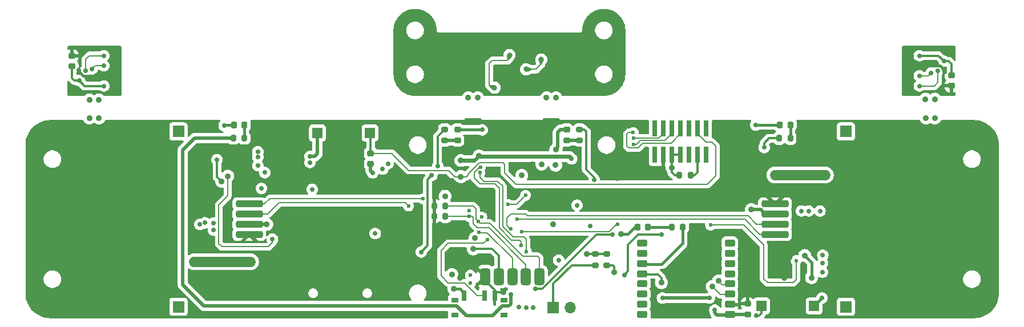
<source format=gbr>
%TF.GenerationSoftware,KiCad,Pcbnew,8.0.4*%
%TF.CreationDate,2024-11-30T13:52:58+01:00*%
%TF.ProjectId,ALL_PCBS,414c4c5f-5043-4425-932e-6b696361645f,rev?*%
%TF.SameCoordinates,Original*%
%TF.FileFunction,Copper,L1,Top*%
%TF.FilePolarity,Positive*%
%FSLAX46Y46*%
G04 Gerber Fmt 4.6, Leading zero omitted, Abs format (unit mm)*
G04 Created by KiCad (PCBNEW 8.0.4) date 2024-11-30 13:52:58*
%MOMM*%
%LPD*%
G01*
G04 APERTURE LIST*
G04 Aperture macros list*
%AMRoundRect*
0 Rectangle with rounded corners*
0 $1 Rounding radius*
0 $2 $3 $4 $5 $6 $7 $8 $9 X,Y pos of 4 corners*
0 Add a 4 corners polygon primitive as box body*
4,1,4,$2,$3,$4,$5,$6,$7,$8,$9,$2,$3,0*
0 Add four circle primitives for the rounded corners*
1,1,$1+$1,$2,$3*
1,1,$1+$1,$4,$5*
1,1,$1+$1,$6,$7*
1,1,$1+$1,$8,$9*
0 Add four rect primitives between the rounded corners*
20,1,$1+$1,$2,$3,$4,$5,0*
20,1,$1+$1,$4,$5,$6,$7,0*
20,1,$1+$1,$6,$7,$8,$9,0*
20,1,$1+$1,$8,$9,$2,$3,0*%
G04 Aperture macros list end*
%TA.AperFunction,SMDPad,CuDef*%
%ADD10RoundRect,0.200000X0.200000X0.275000X-0.200000X0.275000X-0.200000X-0.275000X0.200000X-0.275000X0*%
%TD*%
%TA.AperFunction,SMDPad,CuDef*%
%ADD11R,1.000000X0.800000*%
%TD*%
%TA.AperFunction,SMDPad,CuDef*%
%ADD12R,0.700000X1.500000*%
%TD*%
%TA.AperFunction,SMDPad,CuDef*%
%ADD13RoundRect,0.200000X-0.200000X-0.275000X0.200000X-0.275000X0.200000X0.275000X-0.200000X0.275000X0*%
%TD*%
%TA.AperFunction,ComponentPad*%
%ADD14R,1.700000X1.700000*%
%TD*%
%TA.AperFunction,SMDPad,CuDef*%
%ADD15R,0.740000X2.400000*%
%TD*%
%TA.AperFunction,SMDPad,CuDef*%
%ADD16RoundRect,0.225000X-0.250000X0.225000X-0.250000X-0.225000X0.250000X-0.225000X0.250000X0.225000X0*%
%TD*%
%TA.AperFunction,SMDPad,CuDef*%
%ADD17RoundRect,0.225000X0.250000X-0.225000X0.250000X0.225000X-0.250000X0.225000X-0.250000X-0.225000X0*%
%TD*%
%TA.AperFunction,SMDPad,CuDef*%
%ADD18R,1.500000X1.500000*%
%TD*%
%TA.AperFunction,ComponentPad*%
%ADD19O,1.700000X1.700000*%
%TD*%
%TA.AperFunction,SMDPad,CuDef*%
%ADD20RoundRect,0.218750X-0.218750X-0.256250X0.218750X-0.256250X0.218750X0.256250X-0.218750X0.256250X0*%
%TD*%
%TA.AperFunction,SMDPad,CuDef*%
%ADD21RoundRect,0.200000X0.275000X-0.200000X0.275000X0.200000X-0.275000X0.200000X-0.275000X-0.200000X0*%
%TD*%
%TA.AperFunction,SMDPad,CuDef*%
%ADD22RoundRect,0.250000X1.750000X0.250000X-1.750000X0.250000X-1.750000X-0.250000X1.750000X-0.250000X0*%
%TD*%
%TA.AperFunction,SMDPad,CuDef*%
%ADD23RoundRect,0.200000X-0.275000X0.200000X-0.275000X-0.200000X0.275000X-0.200000X0.275000X0.200000X0*%
%TD*%
%TA.AperFunction,SMDPad,CuDef*%
%ADD24RoundRect,0.375000X0.375000X-0.875000X0.375000X0.875000X-0.375000X0.875000X-0.375000X-0.875000X0*%
%TD*%
%TA.AperFunction,SMDPad,CuDef*%
%ADD25RoundRect,0.275000X0.475000X0.275000X-0.475000X0.275000X-0.475000X-0.275000X0.475000X-0.275000X0*%
%TD*%
%TA.AperFunction,SMDPad,CuDef*%
%ADD26RoundRect,0.250000X-1.750000X-0.250000X1.750000X-0.250000X1.750000X0.250000X-1.750000X0.250000X0*%
%TD*%
%TA.AperFunction,SMDPad,CuDef*%
%ADD27RoundRect,0.218750X-0.256250X0.218750X-0.256250X-0.218750X0.256250X-0.218750X0.256250X0.218750X0*%
%TD*%
%TA.AperFunction,ViaPad*%
%ADD28C,0.900000*%
%TD*%
%TA.AperFunction,ViaPad*%
%ADD29C,0.700000*%
%TD*%
%TA.AperFunction,ViaPad*%
%ADD30C,0.600000*%
%TD*%
%TA.AperFunction,ViaPad*%
%ADD31C,0.800000*%
%TD*%
%TA.AperFunction,Conductor*%
%ADD32C,0.500000*%
%TD*%
%TA.AperFunction,Conductor*%
%ADD33C,0.400000*%
%TD*%
%TA.AperFunction,Conductor*%
%ADD34C,0.300000*%
%TD*%
%TA.AperFunction,Conductor*%
%ADD35C,0.160000*%
%TD*%
%TA.AperFunction,Conductor*%
%ADD36C,0.150000*%
%TD*%
%TA.AperFunction,Conductor*%
%ADD37C,0.600000*%
%TD*%
%TA.AperFunction,Conductor*%
%ADD38C,0.200000*%
%TD*%
%TA.AperFunction,Conductor*%
%ADD39C,1.500000*%
%TD*%
G04 APERTURE END LIST*
D10*
%TO.P,R8,1*%
%TO.N,Net-(U7-LED)*%
X188600000Y-120375000D03*
%TO.P,R8,2*%
%TO.N,Net-(D7-A)*%
X186950000Y-120375000D03*
%TD*%
D11*
%TO.P,BOOT,*%
%TO.N,*%
X154800000Y-131200000D03*
X154800000Y-133410000D03*
X162100000Y-131200000D03*
X162100000Y-133410000D03*
D12*
%TO.P,BOOT,1,A*%
%TO.N,GND*%
X156200000Y-130550000D03*
%TO.P,BOOT,2,B*%
%TO.N,BOOT0*%
X159200000Y-130550000D03*
%TO.P,BOOT,3,C*%
%TO.N,+3V3*%
X160700000Y-130550000D03*
%TD*%
D13*
%TO.P,R13,1*%
%TO.N,+3V3*%
X151750000Y-118800000D03*
%TO.P,R13,2*%
%TO.N,I2C3_SDA*%
X153400000Y-118800000D03*
%TD*%
D14*
%TO.P,P1,1,Pin_1*%
%TO.N,Net-(P1-Pin_1)*%
X212800000Y-106200000D03*
%TD*%
%TO.P,P4,1,Pin_1*%
%TO.N,Net-(P4-Pin_1)*%
X113800000Y-106200000D03*
%TD*%
D15*
%TO.P,PROG,1,Pin_1*%
%TO.N,unconnected-(PROG2-Pin_1-Pad1)*%
X184450000Y-109600000D03*
%TO.P,PROG,2,Pin_2*%
%TO.N,unconnected-(PROG2-Pin_2-Pad2)*%
X184450000Y-105700000D03*
%TO.P,PROG,3,Pin_3*%
%TO.N,+3V3*%
X185720000Y-109600000D03*
%TO.P,PROG,4,Pin_4*%
%TO.N,SYS_JTMS_SWDIO*%
X185720000Y-105700000D03*
%TO.P,PROG,5,Pin_5*%
%TO.N,GND*%
X186990000Y-109600000D03*
%TO.P,PROG,6,Pin_6*%
%TO.N,SYS_JTCK_SWCLK*%
X186990000Y-105700000D03*
%TO.P,PROG,7,Pin_7*%
%TO.N,GND*%
X188260000Y-109600000D03*
%TO.P,PROG,8,Pin_8*%
%TO.N,SYS_JTDO_SWO*%
X188260000Y-105700000D03*
%TO.P,PROG,9,Pin_9*%
%TO.N,unconnected-(PROG2-Pin_9-Pad9)*%
X189530000Y-109600000D03*
%TO.P,PROG,10,Pin_10*%
%TO.N,unconnected-(PROG2-Pin_10-Pad10)*%
X189530000Y-105700000D03*
%TO.P,PROG,11,Pin_11*%
%TO.N,Net-(PROG2-Pin_11)*%
X190800000Y-109600000D03*
%TO.P,PROG,12,Pin_12*%
%TO.N,NRST*%
X190800000Y-105700000D03*
%TO.P,PROG,13,Pin_13*%
%TO.N,unconnected-(PROG2-Pin_13-Pad13)*%
X192070000Y-109600000D03*
%TO.P,PROG,14,Pin_14*%
%TO.N,unconnected-(PROG2-Pin_14-Pad14)*%
X192070000Y-105700000D03*
%TD*%
D16*
%TO.P,C27,1*%
%TO.N,+3V3*%
X198210000Y-131775000D03*
%TO.P,C27,2*%
%TO.N,GND*%
X198210000Y-133325000D03*
%TD*%
D14*
%TO.P,P2,1,Pin_1*%
%TO.N,Net-(P2-Pin_1)*%
X212800000Y-132200000D03*
%TD*%
D17*
%TO.P,C9,1*%
%TO.N,GND*%
X142300000Y-110975000D03*
%TO.P,C9,2*%
%TO.N,NRST*%
X142300000Y-109425000D03*
%TD*%
D14*
%TO.P,P3,1,Pin_1*%
%TO.N,Net-(P3-Pin_1)*%
X113800000Y-132200000D03*
%TD*%
D16*
%TO.P,C1,1*%
%TO.N,+3.3V*%
X228450000Y-97875000D03*
%TO.P,C1,2*%
%TO.N,GND*%
X228450000Y-99425000D03*
%TD*%
D18*
%TO.P,KEY,1,A*%
%TO.N,Net-(Key_Button1-A)*%
X200300000Y-132090000D03*
%TO.P,KEY,2,B*%
%TO.N,GND*%
X208100000Y-132090000D03*
%TD*%
D10*
%TO.P,R7,1*%
%TO.N,Net-(D6-A)*%
X204575000Y-107200000D03*
%TO.P,R7,2*%
%TO.N,LED_4*%
X202925000Y-107200000D03*
%TD*%
D14*
%TO.P,+VIN-,1,Pin_1*%
%TO.N,VDC*%
X169410000Y-132290000D03*
D19*
%TO.P,+VIN-,2,Pin_2*%
%TO.N,GND*%
X171950000Y-132290000D03*
%TD*%
D20*
%TO.P,D7,1,K*%
%TO.N,GND*%
X181882500Y-120380000D03*
%TO.P,D7,2,A*%
%TO.N,Net-(D7-A)*%
X183457500Y-120380000D03*
%TD*%
D13*
%TO.P,R14,1*%
%TO.N,+3V3*%
X151750000Y-117250000D03*
%TO.P,R14,2*%
%TO.N,I2C3_SCL*%
X153400000Y-117250000D03*
%TD*%
D21*
%TO.P,R2,1*%
%TO.N,Net-(D2-A)*%
X153300000Y-107525000D03*
%TO.P,R2,2*%
%TO.N,LED_2*%
X153300000Y-105875000D03*
%TD*%
%TO.P,R1,1*%
%TO.N,Net-(D1-A)*%
X173300000Y-107525000D03*
%TO.P,R1,2*%
%TO.N,LED_3*%
X173300000Y-105875000D03*
%TD*%
D18*
%TO.P,RESET,1,A*%
%TO.N,GND*%
X134425000Y-106425000D03*
%TO.P,RESET,2,B*%
%TO.N,NRST*%
X142225000Y-106425000D03*
%TD*%
D10*
%TO.P,R3,1*%
%TO.N,Net-(D3-A)*%
X123575000Y-107175000D03*
%TO.P,R3,2*%
%TO.N,LED_1*%
X121925000Y-107175000D03*
%TD*%
D22*
%TO.P,Encoder_L1,1,Pin_1*%
%TO.N,+3V3*%
X124300000Y-121450000D03*
%TO.P,Encoder_L1,2,Pin_2*%
%TO.N,GND*%
X124300000Y-119950000D03*
%TO.P,Encoder_L1,3,Pin_3*%
%TO.N,ENC_L_A*%
X124300000Y-118450000D03*
%TO.P,Encoder_L1,4,Pin_4*%
%TO.N,ENC_L_B*%
X124300000Y-116950000D03*
%TD*%
D23*
%TO.P,R4,1*%
%TO.N,ADC_IN2*%
X175670000Y-124370000D03*
%TO.P,R4,2*%
%TO.N,VDC*%
X175670000Y-126020000D03*
%TD*%
D20*
%TO.P,D3,1,K*%
%TO.N,GND*%
X122012500Y-105200000D03*
%TO.P,D3,2,A*%
%TO.N,Net-(D3-A)*%
X123587500Y-105200000D03*
%TD*%
D24*
%TO.P,IMU,1,Pin_1*%
%TO.N,+3V3*%
X159325000Y-127725000D03*
%TO.P,IMU,2,Pin_2*%
%TO.N,GND*%
X161325000Y-127725000D03*
%TO.P,IMU,3,Pin_3*%
%TO.N,I2C3_IMU_INT*%
X163325000Y-127725000D03*
%TO.P,IMU,4,Pin_4*%
%TO.N,I2C3_SDA*%
X165325000Y-127725000D03*
%TO.P,IMU,5,Pin_5*%
%TO.N,I2C3_SCL*%
X167325000Y-127725000D03*
%TD*%
D25*
%TO.P,U7,1,GND*%
%TO.N,GND*%
X195590000Y-133300000D03*
%TO.P,U7,2,3.3V*%
%TO.N,+3V3*%
X195590000Y-131800000D03*
%TO.P,U7,3,Tx*%
%TO.N,LPUART1_RX*%
X195590000Y-130300000D03*
%TO.P,U7,4,Rx*%
%TO.N,LPUART1_TX*%
X195590000Y-128800000D03*
%TO.P,U7,5*%
%TO.N,N/C*%
X195590000Y-127300000D03*
%TO.P,U7,6*%
X195590000Y-125800000D03*
%TO.P,U7,7*%
X195590000Y-124300000D03*
%TO.P,U7,8*%
X195590000Y-122800000D03*
%TO.P,U7,9*%
X182590000Y-122800000D03*
%TO.P,U7,10*%
X182590000Y-124300000D03*
%TO.P,U7,11,LED*%
%TO.N,Net-(U7-LED)*%
X182590000Y-125800000D03*
%TO.P,U7,12,KEY*%
%TO.N,Net-(U7-KEY)*%
X182590000Y-127300000D03*
%TO.P,U7,13*%
%TO.N,N/C*%
X182590000Y-128800000D03*
%TO.P,U7,14*%
X182590000Y-130300000D03*
%TO.P,U7,15*%
X182590000Y-131800000D03*
%TO.P,U7,16,RESET*%
%TO.N,unconnected-(U7-RESET-Pad16)*%
X182590000Y-133300000D03*
%TD*%
D20*
%TO.P,D6,1,K*%
%TO.N,GND*%
X203012500Y-105200000D03*
%TO.P,D6,2,A*%
%TO.N,Net-(D6-A)*%
X204587500Y-105200000D03*
%TD*%
D26*
%TO.P,Encoder_L2,1,Pin_1*%
%TO.N,+3V3*%
X202300000Y-116950000D03*
%TO.P,Encoder_L2,2,Pin_2*%
%TO.N,GND*%
X202300000Y-118450000D03*
%TO.P,Encoder_L2,3,Pin_3*%
%TO.N,ENC_R_A*%
X202300000Y-119950000D03*
%TO.P,Encoder_L2,4,Pin_4*%
%TO.N,ENC_R_B*%
X202300000Y-121450000D03*
%TD*%
D13*
%TO.P,R5,1*%
%TO.N,GND*%
X188095000Y-112700000D03*
%TO.P,R5,2*%
%TO.N,Net-(PROG2-Pin_11)*%
X189745000Y-112700000D03*
%TD*%
D17*
%TO.P,C1,1*%
%TO.N,+3.3V*%
X98000000Y-96525000D03*
%TO.P,C1,2*%
%TO.N,GND*%
X98000000Y-94975000D03*
%TD*%
D21*
%TO.P,R6,1*%
%TO.N,GND*%
X177300000Y-126025000D03*
%TO.P,R6,2*%
%TO.N,ADC_IN2*%
X177300000Y-124375000D03*
%TD*%
D27*
%TO.P,D2,1,K*%
%TO.N,GND*%
X155220000Y-105940000D03*
%TO.P,D2,2,A*%
%TO.N,Net-(D2-A)*%
X155220000Y-107515000D03*
%TD*%
%TO.P,D1,1,K*%
%TO.N,GND*%
X171370000Y-105940000D03*
%TO.P,D1,2,A*%
%TO.N,Net-(D1-A)*%
X171370000Y-107515000D03*
%TD*%
D28*
%TO.N,*%
X168400000Y-101200000D03*
X100600000Y-101500000D03*
X224600000Y-101400000D03*
X169800000Y-101200000D03*
X100600000Y-104200000D03*
X158200000Y-101200000D03*
X226000000Y-101400000D03*
X102000000Y-104200000D03*
X224700000Y-104200000D03*
X156800000Y-101200000D03*
X102000000Y-101500000D03*
X226000000Y-104200000D03*
D29*
%TO.N,GND*%
X116975000Y-119975000D03*
X133300000Y-110790000D03*
D28*
X187000000Y-111575000D03*
D30*
X157100000Y-128700000D03*
D29*
X119025000Y-120850000D03*
D28*
X169400000Y-119962347D03*
D30*
X157100000Y-127500000D03*
D28*
X154350000Y-127425000D03*
X207716000Y-127898000D03*
X206700000Y-124596000D03*
X126910000Y-119980000D03*
D29*
X117750000Y-119750000D03*
D28*
X179450000Y-121375000D03*
D30*
X156900000Y-117900000D03*
D29*
X207280000Y-117990000D03*
D31*
X161360000Y-94600000D03*
D29*
X126130000Y-114650000D03*
D28*
X169762500Y-108887500D03*
D31*
X166250000Y-99875000D03*
D29*
X158850000Y-105950000D03*
X199425000Y-105225000D03*
D31*
X158700000Y-96550000D03*
D28*
X153350000Y-115800000D03*
X169750000Y-111200000D03*
D29*
X170190000Y-125300000D03*
X208960000Y-117990000D03*
X119525000Y-110375000D03*
X119025000Y-119800000D03*
D28*
X167675571Y-111075026D03*
X154650000Y-129550000D03*
D29*
X144890000Y-110960000D03*
D28*
X164712653Y-112712653D03*
D29*
X144100000Y-111790000D03*
X172910000Y-117130000D03*
X223700000Y-96450000D03*
X133310000Y-109900000D03*
X142610000Y-112330000D03*
D28*
X120200000Y-113600000D03*
D29*
X120575000Y-105350000D03*
X174870000Y-120190000D03*
X206210000Y-117990000D03*
X133630000Y-114800000D03*
D28*
X157780000Y-122020000D03*
D29*
X102750000Y-97950000D03*
X98980000Y-97080000D03*
X227470000Y-97320000D03*
D28*
X178450000Y-127100000D03*
X198775000Y-117800000D03*
X157525000Y-123625000D03*
D29*
X142990000Y-121330000D03*
D30*
X158800000Y-118900000D03*
D29*
X193370000Y-132700000D03*
X209275000Y-130900000D03*
D28*
%TO.N,+3V3*%
X151400000Y-124400000D03*
X153725000Y-124325000D03*
X204414000Y-124850000D03*
X122200000Y-113575000D03*
D29*
X179810000Y-115210000D03*
X144740000Y-106880000D03*
D28*
X155550000Y-127950000D03*
X203652000Y-127898000D03*
D29*
X145350000Y-107480000D03*
X178830000Y-115080000D03*
X117050000Y-128400000D03*
X179820000Y-113140000D03*
X137900000Y-121200000D03*
X178830000Y-113190000D03*
D28*
X162000000Y-130000000D03*
X166325625Y-111099344D03*
D29*
X144010000Y-106150000D03*
X113190000Y-128390000D03*
X154430000Y-113450000D03*
D28*
X169325000Y-126400000D03*
D29*
X185990000Y-127070000D03*
X123275000Y-110350000D03*
D28*
%TO.N,NRST*%
X155700000Y-112900000D03*
D29*
%TO.N,VDC*%
X125575000Y-111250000D03*
X165380000Y-132300000D03*
X209340000Y-127060000D03*
X166380000Y-132300000D03*
X164330000Y-132280000D03*
X125575000Y-110000000D03*
X125575000Y-109175000D03*
X209375000Y-124560000D03*
X126625000Y-112300000D03*
X209360000Y-125720000D03*
%TO.N,+5V*%
X172125000Y-110250000D03*
X185590000Y-130910000D03*
D28*
X158388000Y-109812000D03*
D29*
X192570000Y-130920000D03*
D28*
X155700000Y-110500000D03*
D29*
%TO.N,ENC_L_B*%
X100000000Y-97200000D03*
X102750000Y-94950000D03*
X223700000Y-99450000D03*
D30*
X150100000Y-116175000D03*
D29*
X226450000Y-97200000D03*
%TO.N,ENC_L_A*%
X223700000Y-97950000D03*
X225450000Y-97500000D03*
X101000000Y-96900000D03*
X102750000Y-96450000D03*
D30*
X147925000Y-117250000D03*
%TO.N,ENC_R_B*%
X164037347Y-119237347D03*
%TO.N,ENC_R_A*%
X163125000Y-120600000D03*
%TO.N,I2C3_SCL*%
X158262500Y-119512500D03*
D31*
X167625000Y-95525000D03*
X165375000Y-96975000D03*
D30*
%TO.N,I2C3_SDA*%
X156925000Y-118800000D03*
%TO.N,I2C3_IMU_INT*%
X158400000Y-121175000D03*
D31*
X160675000Y-99700000D03*
X162900000Y-94875000D03*
D29*
%TO.N,Net-(Key_Button1-A)*%
X199530000Y-133490000D03*
%TO.N,Net-(P2-Pin_1)*%
X204100000Y-112660000D03*
X208850000Y-112660000D03*
X209750000Y-112660000D03*
X203150000Y-112660000D03*
X202270000Y-112660000D03*
X207970000Y-112660000D03*
%TO.N,Net-(P4-Pin_1)*%
X117240000Y-125530000D03*
X116150000Y-125530000D03*
X118330000Y-125530000D03*
X122280000Y-125530000D03*
X124490000Y-125530000D03*
X123460000Y-125540000D03*
D30*
%TO.N,SYS_JTCK_SWCLK*%
X181350000Y-108075000D03*
%TO.N,SYS_JTMS_SWDIO*%
X181300000Y-107200000D03*
%TO.N,SYS_JTDO_SWO*%
X181268769Y-106355595D03*
D29*
%TO.N,LED_1*%
X163075000Y-130400000D03*
%TO.N,LED_2*%
X151375000Y-112725000D03*
X152250000Y-111325000D03*
X149800000Y-124075000D03*
%TO.N,LED_3*%
X166750000Y-129525000D03*
X178150000Y-121475000D03*
X175475000Y-113350000D03*
D28*
%TO.N,ADC_IN2*%
X174400000Y-124370000D03*
D29*
%TO.N,LED_4*%
X200675000Y-108575000D03*
X179925000Y-127500000D03*
X185450000Y-121475000D03*
D28*
%TO.N,Net-(U7-KEY)*%
X185425000Y-128625000D03*
D30*
%TO.N,SENSOR11*%
X165400000Y-124000000D03*
X158500000Y-112300000D03*
%TO.N,SENSOR12*%
X158593413Y-111493413D03*
X164600000Y-123100000D03*
%TO.N,BOOT0*%
X159604722Y-122275000D03*
X162650000Y-117000000D03*
X165300000Y-115675000D03*
%TO.N,Motor_STBY*%
X164750000Y-121100000D03*
X205430000Y-125358000D03*
D29*
X127750000Y-122175000D03*
D30*
X178900000Y-119962347D03*
X192725000Y-120075000D03*
D28*
X121125000Y-112825000D03*
%TO.N,LPUART1_RX*%
X192970000Y-129200000D03*
%TO.N,LPUART1_TX*%
X193910000Y-128360000D03*
D29*
%TO.N,+3.3V*%
X223700000Y-94950000D03*
X227375000Y-95775000D03*
X99075000Y-98625000D03*
X102750000Y-99450000D03*
%TD*%
D32*
%TO.N,GND*%
X126880000Y-119950000D02*
X122800000Y-119950000D01*
D33*
X155550000Y-129550000D02*
X154650000Y-129550000D01*
D34*
X178450000Y-126250000D02*
X178225000Y-126025000D01*
D32*
X134000000Y-109900000D02*
X133310000Y-109900000D01*
X169762500Y-108887500D02*
X170075000Y-108575000D01*
D33*
X227470000Y-97159339D02*
X226760661Y-96450000D01*
D32*
X170075000Y-106325000D02*
X170460000Y-105940000D01*
D34*
X120200000Y-113600000D02*
X119525000Y-112925000D01*
D33*
X158850000Y-105950000D02*
X158860000Y-105940000D01*
D32*
X142300000Y-110975000D02*
X142300000Y-112020000D01*
X200153122Y-117800000D02*
X200803122Y-118450000D01*
D33*
X154650000Y-129550000D02*
X154625000Y-129525000D01*
X207716000Y-127898000D02*
X207716000Y-125612000D01*
D34*
X186990000Y-109600000D02*
X186990000Y-111565000D01*
D32*
X134425000Y-109475000D02*
X134000000Y-109900000D01*
D33*
X180500000Y-121375000D02*
X181495000Y-120380000D01*
D32*
X193370000Y-132700000D02*
X193370000Y-133130000D01*
X170460000Y-105940000D02*
X171370000Y-105940000D01*
X198210000Y-133325000D02*
X195665000Y-133325000D01*
D33*
X120750000Y-105200000D02*
X120600000Y-105350000D01*
X99689339Y-97950000D02*
X102750000Y-97950000D01*
D34*
X186990000Y-111565000D02*
X187000000Y-111575000D01*
D32*
X198775000Y-117800000D02*
X200153122Y-117800000D01*
D34*
X161325000Y-124600000D02*
X160350000Y-123625000D01*
D32*
X134425000Y-106425000D02*
X134425000Y-109475000D01*
D34*
X187438000Y-112700000D02*
X188095000Y-112700000D01*
X188260000Y-109600000D02*
X186990000Y-109600000D01*
D33*
X208100000Y-132075000D02*
X209275000Y-130900000D01*
X158840000Y-105940000D02*
X158850000Y-105950000D01*
X203012500Y-105200000D02*
X199450000Y-105200000D01*
X155220000Y-105940000D02*
X158840000Y-105940000D01*
D34*
X178225000Y-126025000D02*
X177300000Y-126025000D01*
D33*
X120575000Y-105350000D02*
X120575000Y-105375000D01*
D34*
X161325000Y-127725000D02*
X161325000Y-124600000D01*
D33*
X120600000Y-105350000D02*
X120575000Y-105350000D01*
X181495000Y-120380000D02*
X181882500Y-120380000D01*
D32*
X142300000Y-112020000D02*
X142610000Y-112330000D01*
D33*
X98980000Y-97240661D02*
X99689339Y-97950000D01*
X199450000Y-105200000D02*
X199425000Y-105225000D01*
D32*
X170075000Y-108575000D02*
X170075000Y-106325000D01*
D34*
X178450000Y-127100000D02*
X178450000Y-126250000D01*
D33*
X179450000Y-121375000D02*
X180500000Y-121375000D01*
X199425000Y-105225000D02*
X199400000Y-105200000D01*
D32*
X126910000Y-119980000D02*
X126880000Y-119950000D01*
D34*
X186990000Y-112252000D02*
X187438000Y-112700000D01*
X186990000Y-111585000D02*
X186990000Y-112252000D01*
D32*
X200803122Y-118450000D02*
X203770000Y-118450000D01*
D33*
X207716000Y-125612000D02*
X206700000Y-124596000D01*
D32*
X193370000Y-133130000D02*
X193640000Y-133400000D01*
X193640000Y-133400000D02*
X195590000Y-133400000D01*
D33*
X156200000Y-130200000D02*
X155550000Y-129550000D01*
X226760661Y-96450000D02*
X223700000Y-96450000D01*
X122012500Y-105200000D02*
X120750000Y-105200000D01*
X227470000Y-97320000D02*
X227470000Y-97159339D01*
D34*
X187000000Y-111575000D02*
X186990000Y-111585000D01*
X119525000Y-112925000D02*
X119525000Y-110375000D01*
X160350000Y-123625000D02*
X157525000Y-123625000D01*
D33*
X98980000Y-97080000D02*
X98980000Y-97240661D01*
%TO.N,+3V3*%
X185720000Y-111780000D02*
X184360000Y-113140000D01*
D32*
X196960000Y-131900000D02*
X195590000Y-131900000D01*
D34*
X160700000Y-129700000D02*
X159325000Y-128325000D01*
X159325000Y-128325000D02*
X159325000Y-127725000D01*
D33*
X203652000Y-125612000D02*
X204414000Y-124850000D01*
X203652000Y-127898000D02*
X203652000Y-125612000D01*
D34*
X160830000Y-130000000D02*
X160700000Y-130130000D01*
X151750000Y-118800000D02*
X151750000Y-117250000D01*
X160700000Y-130550000D02*
X160700000Y-129700000D01*
X160700000Y-130130000D02*
X160700000Y-130550000D01*
D33*
X184360000Y-113140000D02*
X179820000Y-113140000D01*
D34*
X123275000Y-112500000D02*
X123275000Y-110350000D01*
D32*
X197280000Y-131770000D02*
X197090000Y-131770000D01*
D34*
X122200000Y-113575000D02*
X123275000Y-112500000D01*
D32*
X198210000Y-131775000D02*
X197285000Y-131775000D01*
D34*
X162000000Y-130000000D02*
X160830000Y-130000000D01*
D32*
X197090000Y-131770000D02*
X196960000Y-131900000D01*
D33*
X185720000Y-109600000D02*
X185720000Y-111780000D01*
D35*
%TO.N,NRST*%
X192927000Y-107775000D02*
X192045000Y-107775000D01*
X192045000Y-107775000D02*
X190800000Y-106530000D01*
X193492000Y-112808000D02*
X193492000Y-108340000D01*
D36*
X161900000Y-110800000D02*
X158450000Y-110800000D01*
X190800000Y-105700000D02*
X190800000Y-106530000D01*
D35*
X192258488Y-114041512D02*
X193492000Y-112808000D01*
X145425000Y-109425000D02*
X142300000Y-109425000D01*
X162200000Y-112354000D02*
X163887512Y-114041512D01*
X154770955Y-112900000D02*
X153845955Y-111975000D01*
D36*
X156775000Y-112475000D02*
X156775000Y-112650000D01*
D35*
X193492000Y-108340000D02*
X192927000Y-107775000D01*
X163887512Y-114041512D02*
X192258488Y-114041512D01*
D36*
X158450000Y-110800000D02*
X156775000Y-112475000D01*
X156525000Y-112900000D02*
X155700000Y-112900000D01*
D35*
X162200000Y-111100000D02*
X162200000Y-112354000D01*
D36*
X156775000Y-112650000D02*
X156525000Y-112900000D01*
D35*
X153845955Y-111975000D02*
X147975000Y-111975000D01*
D36*
X162200000Y-111100000D02*
X161900000Y-110800000D01*
D35*
X155700000Y-112900000D02*
X154770955Y-112900000D01*
D34*
X142300000Y-106200000D02*
X142300000Y-109425000D01*
D35*
X147975000Y-111975000D02*
X145425000Y-109425000D01*
D34*
%TO.N,VDC*%
X175670000Y-126020000D02*
X172130000Y-126020000D01*
X172130000Y-126020000D02*
X169410000Y-128740000D01*
X169410000Y-128740000D02*
X169410000Y-132290000D01*
%TO.N,+5V*%
X172125000Y-110225000D02*
X172125000Y-110250000D01*
D32*
X192570000Y-130920000D02*
X185600000Y-130920000D01*
D34*
X158388000Y-109812000D02*
X158476000Y-109900000D01*
D37*
X157700000Y-110500000D02*
X155700000Y-110500000D01*
D32*
X185590000Y-130910000D02*
X185580000Y-130920000D01*
D37*
X158388000Y-109812000D02*
X157700000Y-110500000D01*
X158476000Y-109900000D02*
X171800000Y-109900000D01*
D34*
X172150000Y-110250000D02*
X172250000Y-110350000D01*
D32*
X185600000Y-130920000D02*
X185590000Y-130910000D01*
D34*
X172125000Y-110250000D02*
X172150000Y-110250000D01*
D37*
X171800000Y-109900000D02*
X172125000Y-110225000D01*
D32*
%TO.N,Net-(D1-A)*%
X173290000Y-107515000D02*
X173300000Y-107525000D01*
X171370000Y-107515000D02*
X173290000Y-107515000D01*
%TO.N,Net-(D2-A)*%
X153300000Y-107525000D02*
X155210000Y-107525000D01*
X155210000Y-107525000D02*
X155220000Y-107515000D01*
D33*
%TO.N,Net-(D3-A)*%
X123575000Y-107175000D02*
X123575000Y-105212500D01*
%TO.N,Net-(D6-A)*%
X204587500Y-105200000D02*
X204587500Y-107162500D01*
%TO.N,Net-(D7-A)*%
X186950000Y-120375000D02*
X183462500Y-120375000D01*
X183462500Y-120375000D02*
X183457500Y-120380000D01*
D38*
%TO.N,ENC_L_B*%
X100000000Y-95500000D02*
X100550000Y-94950000D01*
X100550000Y-94950000D02*
X102750000Y-94950000D01*
D36*
X127350000Y-116150000D02*
X126550000Y-116950000D01*
D38*
X226450000Y-98900000D02*
X225900000Y-99450000D01*
X100000000Y-97200000D02*
X100000000Y-95500000D01*
X226450000Y-97200000D02*
X226450000Y-98900000D01*
D36*
X126550000Y-116950000D02*
X122800000Y-116950000D01*
X150100000Y-116175000D02*
X150075000Y-116150000D01*
X150075000Y-116150000D02*
X127350000Y-116150000D01*
D38*
X225900000Y-99450000D02*
X223700000Y-99450000D01*
D36*
%TO.N,ENC_L_A*%
X127050000Y-118450000D02*
X122800000Y-118450000D01*
D38*
X225450000Y-97500000D02*
X225000000Y-97950000D01*
X101450000Y-96450000D02*
X102750000Y-96450000D01*
X101000000Y-96900000D02*
X101450000Y-96450000D01*
D36*
X128750000Y-116750000D02*
X127050000Y-118450000D01*
X147925000Y-117250000D02*
X147425000Y-116750000D01*
X147425000Y-116750000D02*
X128750000Y-116750000D01*
D38*
X225000000Y-97950000D02*
X223700000Y-97950000D01*
D36*
%TO.N,ENC_R_B*%
X200050000Y-121450000D02*
X197837347Y-119237347D01*
X197837347Y-119237347D02*
X164037347Y-119237347D01*
X203770000Y-121450000D02*
X200050000Y-121450000D01*
%TO.N,ENC_R_A*%
X162925000Y-120600000D02*
X162475000Y-120150000D01*
X165600000Y-118700000D02*
X198300000Y-118700000D01*
X162475000Y-119000000D02*
X163075000Y-118400000D01*
X163125000Y-120600000D02*
X162925000Y-120600000D01*
X199550000Y-119950000D02*
X203770000Y-119950000D01*
X163075000Y-118400000D02*
X165300000Y-118400000D01*
X198300000Y-118700000D02*
X199550000Y-119950000D01*
X162475000Y-120150000D02*
X162475000Y-119000000D01*
X165300000Y-118400000D02*
X165600000Y-118700000D01*
%TO.N,I2C3_SCL*%
X164900000Y-124725000D02*
X167125000Y-124725000D01*
X167325000Y-124925000D02*
X167325000Y-127725000D01*
X157925000Y-119175000D02*
X157925000Y-117650000D01*
X157925000Y-117650000D02*
X157525000Y-117250000D01*
X159975000Y-119800000D02*
X164900000Y-124725000D01*
D38*
X167625000Y-95525000D02*
X167625000Y-96205000D01*
D36*
X167125000Y-124725000D02*
X167325000Y-124925000D01*
X158262500Y-119512500D02*
X158550000Y-119800000D01*
X157525000Y-117250000D02*
X153400000Y-117250000D01*
X158262500Y-119512500D02*
X157925000Y-119175000D01*
D38*
X166855000Y-96975000D02*
X167625000Y-96205000D01*
X166855000Y-96975000D02*
X165375000Y-96975000D01*
D36*
X158550000Y-119800000D02*
X159975000Y-119800000D01*
%TO.N,I2C3_SDA*%
X156925000Y-118800000D02*
X157325000Y-118800000D01*
X157500000Y-118975000D02*
X157500000Y-119900000D01*
X156925000Y-118800000D02*
X153400000Y-118800000D01*
X157500000Y-119900000D02*
X158100000Y-120500000D01*
X157325000Y-118800000D02*
X157500000Y-118975000D01*
X165325000Y-125975000D02*
X165325000Y-127725000D01*
X159850000Y-120500000D02*
X165325000Y-125975000D01*
X158100000Y-120500000D02*
X159850000Y-120500000D01*
D38*
%TO.N,I2C3_IMU_INT*%
X162900000Y-95350000D02*
X162550000Y-95700000D01*
X162550000Y-95700000D02*
X160325000Y-95700000D01*
X160325000Y-95700000D02*
X159900000Y-96125000D01*
X162900000Y-94875000D02*
X162900000Y-95350000D01*
D36*
X158400000Y-121175000D02*
X158425000Y-121200000D01*
X158375000Y-121200000D02*
X158350000Y-121200000D01*
X158425000Y-121200000D02*
X159555026Y-121200000D01*
D38*
X160275000Y-99700000D02*
X160675000Y-99700000D01*
D36*
X159555026Y-121200000D02*
X163325000Y-124969974D01*
D38*
X159900000Y-96125000D02*
X159900000Y-99325000D01*
X159900000Y-99325000D02*
X160275000Y-99700000D01*
D36*
X158400000Y-121175000D02*
X158375000Y-121200000D01*
X163325000Y-124969974D02*
X163325000Y-127725000D01*
D34*
%TO.N,Net-(Key_Button1-A)*%
X200300000Y-133170000D02*
X200300000Y-132090000D01*
X199530000Y-133490000D02*
X199980000Y-133490000D01*
X199980000Y-133490000D02*
X200300000Y-133170000D01*
D39*
%TO.N,Net-(P2-Pin_1)*%
X204100000Y-112660000D02*
X207970000Y-112660000D01*
X207970000Y-112660000D02*
X209750000Y-112660000D01*
X204100000Y-112660000D02*
X203150000Y-112660000D01*
X203150000Y-112660000D02*
X202270000Y-112660000D01*
%TO.N,Net-(P4-Pin_1)*%
X118330000Y-125530000D02*
X116150000Y-125530000D01*
X122280000Y-125530000D02*
X118330000Y-125530000D01*
X122280000Y-125530000D02*
X123450000Y-125530000D01*
X123470000Y-125530000D02*
X124490000Y-125530000D01*
D36*
%TO.N,SYS_JTCK_SWCLK*%
X186990000Y-106510000D02*
X186990000Y-105700000D01*
X181775000Y-108075000D02*
X182300000Y-107550000D01*
X182300000Y-107550000D02*
X185950000Y-107550000D01*
X185950000Y-107550000D02*
X186990000Y-106510000D01*
X181350000Y-108075000D02*
X181775000Y-108075000D01*
D34*
%TO.N,Net-(PROG2-Pin_11)*%
X190800000Y-112302000D02*
X190800000Y-109600000D01*
X189745000Y-112700000D02*
X190402000Y-112700000D01*
X190402000Y-112700000D02*
X190800000Y-112302000D01*
D36*
%TO.N,SYS_JTMS_SWDIO*%
X185050000Y-107200000D02*
X181300000Y-107200000D01*
X185720000Y-106530000D02*
X185050000Y-107200000D01*
X185720000Y-105700000D02*
X185720000Y-106530000D01*
%TO.N,SYS_JTDO_SWO*%
X180625000Y-108650000D02*
X181950000Y-108650000D01*
X180325000Y-106575000D02*
X180325000Y-108350000D01*
X180544405Y-106355595D02*
X180325000Y-106575000D01*
X182700000Y-107900000D02*
X186890000Y-107900000D01*
X188260000Y-106530000D02*
X188260000Y-105700000D01*
X186890000Y-107900000D02*
X188260000Y-106530000D01*
X181268769Y-106355595D02*
X180544405Y-106355595D01*
X180325000Y-108350000D02*
X180625000Y-108650000D01*
X181950000Y-108650000D02*
X182700000Y-107900000D01*
D32*
%TO.N,LED_1*%
X117600000Y-132100000D02*
X114450120Y-128950120D01*
X163075000Y-131825000D02*
X162800000Y-132100000D01*
X114450120Y-128950120D02*
X114450120Y-108924880D01*
X160400000Y-133500000D02*
X156500000Y-133500000D01*
X114450120Y-108924880D02*
X116200000Y-107175000D01*
X163075000Y-130400000D02*
X163075000Y-131825000D01*
X116200000Y-107175000D02*
X121925000Y-107175000D01*
X162800000Y-132100000D02*
X161800000Y-132100000D01*
X161800000Y-132100000D02*
X160400000Y-133500000D01*
X156500000Y-133500000D02*
X155100000Y-132100000D01*
X155100000Y-132100000D02*
X117600000Y-132100000D01*
D34*
%TO.N,LED_2*%
X152250000Y-111325000D02*
X152250000Y-106925000D01*
X150750000Y-123125000D02*
X149800000Y-124075000D01*
X152250000Y-106925000D02*
X153300000Y-105875000D01*
X150750000Y-113350000D02*
X150750000Y-123125000D01*
X151375000Y-112725000D02*
X150750000Y-113350000D01*
%TO.N,LED_3*%
X175475000Y-113000000D02*
X175475000Y-113350000D01*
X166750000Y-129525000D02*
X167800306Y-129525000D01*
X174300000Y-106200000D02*
X174300000Y-111825000D01*
X173300000Y-105875000D02*
X173975000Y-105875000D01*
X173975000Y-105875000D02*
X174300000Y-106200000D01*
X175850306Y-121475000D02*
X178150000Y-121475000D01*
X167800306Y-129525000D02*
X175850306Y-121475000D01*
X174300000Y-111825000D02*
X175475000Y-113000000D01*
X175475000Y-113350000D02*
X175475000Y-113325000D01*
%TO.N,ADC_IN2*%
X174400000Y-124370000D02*
X175670000Y-124370000D01*
X177300000Y-124375000D02*
X175675000Y-124375000D01*
%TO.N,LED_4*%
X179925000Y-127500000D02*
X180500000Y-126925000D01*
X182025000Y-121475000D02*
X185450000Y-121475000D01*
X200675000Y-108575000D02*
X200675000Y-107900000D01*
X180500000Y-123000000D02*
X182025000Y-121475000D01*
X180500000Y-126925000D02*
X180500000Y-123000000D01*
X201375000Y-107200000D02*
X202925000Y-107200000D01*
X200675000Y-107900000D02*
X201375000Y-107200000D01*
D33*
%TO.N,Net-(U7-LED)*%
X188600000Y-122800000D02*
X188600000Y-120375000D01*
X185500000Y-125900000D02*
X188600000Y-122800000D01*
X182590000Y-125900000D02*
X185500000Y-125900000D01*
D34*
%TO.N,Net-(U7-KEY)*%
X185425000Y-128625000D02*
X185425000Y-127900000D01*
X184925000Y-127400000D02*
X182590000Y-127400000D01*
X185425000Y-127900000D02*
X184925000Y-127400000D01*
D36*
%TO.N,SENSOR11*%
X158500000Y-112300000D02*
X158500000Y-113000000D01*
X159100000Y-113600000D02*
X161200000Y-113600000D01*
X161200000Y-113600000D02*
X161900000Y-114300000D01*
X163450000Y-121825000D02*
X165025000Y-121825000D01*
X158500000Y-113000000D02*
X159100000Y-113600000D01*
X161900000Y-120275000D02*
X163450000Y-121825000D01*
X165025000Y-121825000D02*
X165400000Y-122200000D01*
X161900000Y-114300000D02*
X161900000Y-120275000D01*
X165400000Y-122200000D02*
X165400000Y-124000000D01*
%TO.N,SENSOR12*%
X164600000Y-123100000D02*
X164400000Y-123100000D01*
X157700000Y-113100000D02*
X158550000Y-113950000D01*
X158593413Y-111493413D02*
X158493414Y-111493413D01*
X164400000Y-122300000D02*
X164600000Y-122500000D01*
X160750000Y-113950000D02*
X161400000Y-114600000D01*
X158550000Y-113950000D02*
X160750000Y-113950000D01*
X158493414Y-111493413D02*
X157700000Y-112286827D01*
X164600000Y-122500000D02*
X164600000Y-123100000D01*
X161400000Y-120500000D02*
X163200000Y-122300000D01*
X161400000Y-114600000D02*
X161400000Y-120500000D01*
X157700000Y-112286827D02*
X157700000Y-113100000D01*
X163200000Y-122300000D02*
X164400000Y-122300000D01*
%TO.N,BOOT0*%
X156250000Y-128675000D02*
X153825000Y-128675000D01*
X162625000Y-117025000D02*
X162600000Y-117025000D01*
X152750000Y-123850000D02*
X153800000Y-122800000D01*
X165300000Y-115675000D02*
X163950000Y-117025000D01*
X153800000Y-122800000D02*
X159079722Y-122800000D01*
X162650000Y-117000000D02*
X162625000Y-117025000D01*
X158125000Y-130550000D02*
X156250000Y-128675000D01*
X152750000Y-127600000D02*
X152750000Y-123850000D01*
X159079722Y-122800000D02*
X159604722Y-122275000D01*
X163950000Y-117025000D02*
X162675000Y-117025000D01*
X162675000Y-117025000D02*
X162650000Y-117000000D01*
X153825000Y-128675000D02*
X152750000Y-127600000D01*
X159200000Y-130550000D02*
X158125000Y-130550000D01*
%TO.N,Motor_STBY*%
X192725000Y-120075000D02*
X192750000Y-120075000D01*
X205430000Y-125358000D02*
X205430000Y-128195000D01*
X127750000Y-122175000D02*
X127750000Y-122675000D01*
X197675000Y-120075000D02*
X192725000Y-120075000D01*
X119800000Y-122837500D02*
X119800000Y-117075305D01*
X164800000Y-121050000D02*
X164750000Y-121100000D01*
X178778769Y-119962347D02*
X177691116Y-121050000D01*
X200625000Y-123025000D02*
X197675000Y-120075000D01*
X200625000Y-128075000D02*
X200625000Y-123025000D01*
X127750000Y-122675000D02*
X127125000Y-123300000D01*
X127125000Y-123300000D02*
X120262500Y-123300000D01*
X177691116Y-121050000D02*
X164800000Y-121050000D01*
X121125000Y-115750305D02*
X121125000Y-112825000D01*
X119800000Y-117075305D02*
X121125000Y-115750305D01*
X205000000Y-128625000D02*
X201175000Y-128625000D01*
X205430000Y-128195000D02*
X205000000Y-128625000D01*
X120262500Y-123300000D02*
X119800000Y-122837500D01*
X201175000Y-128625000D02*
X200625000Y-128075000D01*
X178900000Y-119962347D02*
X178778769Y-119962347D01*
%TO.N,LPUART1_RX*%
X192970000Y-129200000D02*
X194170000Y-130400000D01*
X194170000Y-130400000D02*
X195590000Y-130400000D01*
D35*
%TO.N,LPUART1_TX*%
X194450000Y-128900000D02*
X193910000Y-128360000D01*
X195590000Y-128900000D02*
X194450000Y-128900000D01*
D34*
%TO.N,+3.3V*%
X228440000Y-96140000D02*
X228440000Y-97845000D01*
X226550000Y-94950000D02*
X223700000Y-94950000D01*
X99075000Y-98625000D02*
X99900000Y-99450000D01*
X227375000Y-95775000D02*
X228075000Y-95775000D01*
X99900000Y-99450000D02*
X102750000Y-99450000D01*
X227375000Y-95775000D02*
X226550000Y-94950000D01*
X228075000Y-95775000D02*
X228440000Y-96140000D01*
X98375000Y-98625000D02*
X98010000Y-98260000D01*
X99075000Y-98625000D02*
X98375000Y-98625000D01*
X98010000Y-98260000D02*
X98010000Y-96555000D01*
%TD*%
%TA.AperFunction,Conductor*%
%TO.N,GND*%
G36*
X228916059Y-93502028D02*
G01*
X228948666Y-93507195D01*
X228985559Y-93519185D01*
X229006176Y-93529692D01*
X229037552Y-93552489D01*
X229053920Y-93568859D01*
X229076717Y-93600239D01*
X229087220Y-93620853D01*
X229087222Y-93620857D01*
X229099207Y-93657747D01*
X229104420Y-93690658D01*
X229105947Y-93710057D01*
X229105947Y-95586638D01*
X229086262Y-95653677D01*
X229033458Y-95699432D01*
X228964300Y-95709376D01*
X228900744Y-95680351D01*
X228894266Y-95674319D01*
X228489673Y-95269726D01*
X228489669Y-95269723D01*
X228383127Y-95198535D01*
X228264744Y-95149499D01*
X228264738Y-95149497D01*
X228139071Y-95124500D01*
X228139069Y-95124500D01*
X227966911Y-95124500D01*
X227899872Y-95104815D01*
X227894025Y-95100818D01*
X227802594Y-95034389D01*
X227802593Y-95034388D01*
X227639267Y-94961671D01*
X227639265Y-94961670D01*
X227639264Y-94961670D01*
X227474988Y-94926752D01*
X227413506Y-94893560D01*
X227413088Y-94893143D01*
X226964674Y-94444727D01*
X226964673Y-94444726D01*
X226964669Y-94444723D01*
X226858127Y-94373535D01*
X226739744Y-94324499D01*
X226739738Y-94324497D01*
X226614071Y-94299500D01*
X226614069Y-94299500D01*
X224291911Y-94299500D01*
X224224872Y-94279815D01*
X224219025Y-94275818D01*
X224127594Y-94209389D01*
X224127593Y-94209388D01*
X223964267Y-94136671D01*
X223964265Y-94136670D01*
X223836594Y-94109533D01*
X223789391Y-94099500D01*
X223610609Y-94099500D01*
X223579954Y-94106015D01*
X223435733Y-94136670D01*
X223435728Y-94136672D01*
X223272408Y-94209387D01*
X223127768Y-94314475D01*
X223008140Y-94447336D01*
X222918750Y-94602164D01*
X222918747Y-94602170D01*
X222863504Y-94772192D01*
X222863503Y-94772194D01*
X222844815Y-94950000D01*
X222863503Y-95127805D01*
X222863504Y-95127807D01*
X222918747Y-95297829D01*
X222918750Y-95297835D01*
X223008141Y-95452665D01*
X223049812Y-95498946D01*
X223127764Y-95585521D01*
X223127767Y-95585523D01*
X223127770Y-95585526D01*
X223272407Y-95690612D01*
X223435733Y-95763329D01*
X223610609Y-95800500D01*
X223610610Y-95800500D01*
X223789389Y-95800500D01*
X223789391Y-95800500D01*
X223964267Y-95763329D01*
X224127593Y-95690612D01*
X224219025Y-95624182D01*
X224284831Y-95600702D01*
X224291911Y-95600500D01*
X226229192Y-95600500D01*
X226296231Y-95620185D01*
X226316873Y-95636819D01*
X226496371Y-95816316D01*
X226529856Y-95877639D01*
X226532010Y-95891029D01*
X226538503Y-95952803D01*
X226538504Y-95952805D01*
X226538504Y-95952807D01*
X226593747Y-96122829D01*
X226593750Y-96122835D01*
X226617228Y-96163500D01*
X226633701Y-96231401D01*
X226610848Y-96297428D01*
X226555927Y-96340618D01*
X226509841Y-96349500D01*
X226360609Y-96349500D01*
X226329954Y-96356015D01*
X226185733Y-96386670D01*
X226185728Y-96386672D01*
X226022408Y-96459387D01*
X225877768Y-96564475D01*
X225807055Y-96643009D01*
X225747568Y-96679657D01*
X225689126Y-96681326D01*
X225539392Y-96649500D01*
X225539391Y-96649500D01*
X225360609Y-96649500D01*
X225329954Y-96656015D01*
X225185733Y-96686670D01*
X225185728Y-96686672D01*
X225022408Y-96759387D01*
X224877768Y-96864475D01*
X224758140Y-96997336D01*
X224668750Y-97152164D01*
X224668747Y-97152171D01*
X224632471Y-97263818D01*
X224593033Y-97321494D01*
X224528675Y-97348692D01*
X224514540Y-97349500D01*
X224358729Y-97349500D01*
X224291690Y-97329815D01*
X224275755Y-97317649D01*
X224272233Y-97314477D01*
X224272230Y-97314474D01*
X224127593Y-97209388D01*
X223964267Y-97136671D01*
X223964265Y-97136670D01*
X223836594Y-97109533D01*
X223789391Y-97099500D01*
X223610609Y-97099500D01*
X223579954Y-97106015D01*
X223435733Y-97136670D01*
X223435728Y-97136672D01*
X223272408Y-97209387D01*
X223127768Y-97314475D01*
X223008140Y-97447336D01*
X222918750Y-97602164D01*
X222918747Y-97602170D01*
X222863504Y-97772192D01*
X222863503Y-97772194D01*
X222844815Y-97950000D01*
X222863503Y-98127805D01*
X222863504Y-98127807D01*
X222918747Y-98297829D01*
X222918750Y-98297835D01*
X223008141Y-98452665D01*
X223049812Y-98498946D01*
X223127764Y-98585521D01*
X223127769Y-98585525D01*
X223147255Y-98599683D01*
X223189920Y-98655014D01*
X223195898Y-98724627D01*
X223163291Y-98786422D01*
X223147255Y-98800317D01*
X223127769Y-98814474D01*
X223008140Y-98947336D01*
X222918750Y-99102164D01*
X222918747Y-99102170D01*
X222863504Y-99272192D01*
X222863503Y-99272194D01*
X222844815Y-99450000D01*
X222863503Y-99627805D01*
X222863504Y-99627807D01*
X222918747Y-99797829D01*
X222918750Y-99797835D01*
X223008141Y-99952665D01*
X223013378Y-99958481D01*
X223127764Y-100085521D01*
X223127767Y-100085523D01*
X223127770Y-100085526D01*
X223272407Y-100190612D01*
X223435733Y-100263329D01*
X223610609Y-100300500D01*
X223610610Y-100300500D01*
X223789389Y-100300500D01*
X223789391Y-100300500D01*
X223964267Y-100263329D01*
X224127593Y-100190612D01*
X224272230Y-100085526D01*
X224272238Y-100085517D01*
X224275755Y-100082351D01*
X224338747Y-100052121D01*
X224358729Y-100050500D01*
X225813331Y-100050500D01*
X225813347Y-100050501D01*
X225820943Y-100050501D01*
X225979054Y-100050501D01*
X225979057Y-100050501D01*
X226131785Y-100009577D01*
X226181904Y-99980639D01*
X226268716Y-99930520D01*
X226380520Y-99818716D01*
X226380520Y-99818714D01*
X226390728Y-99808507D01*
X226390730Y-99808504D01*
X226500912Y-99698322D01*
X227475001Y-99698322D01*
X227485144Y-99797607D01*
X227538452Y-99958481D01*
X227538457Y-99958492D01*
X227627424Y-100102728D01*
X227627427Y-100102732D01*
X227747267Y-100222572D01*
X227747271Y-100222575D01*
X227891507Y-100311542D01*
X227891518Y-100311547D01*
X228052393Y-100364855D01*
X228151683Y-100374999D01*
X228199999Y-100374998D01*
X228200000Y-100374998D01*
X228200000Y-99675000D01*
X227475001Y-99675000D01*
X227475001Y-99698322D01*
X226500912Y-99698322D01*
X226808506Y-99390728D01*
X226808511Y-99390724D01*
X226818714Y-99380520D01*
X226818716Y-99380520D01*
X226930520Y-99268716D01*
X227009577Y-99131784D01*
X227040743Y-99015470D01*
X227050500Y-98979058D01*
X227050500Y-98820943D01*
X227050500Y-97851728D01*
X227070185Y-97784689D01*
X227082350Y-97768756D01*
X227141859Y-97702665D01*
X227231250Y-97547835D01*
X227234542Y-97537704D01*
X227273979Y-97480029D01*
X227338337Y-97452830D01*
X227407184Y-97464744D01*
X227458660Y-97511988D01*
X227476422Y-97579562D01*
X227475831Y-97588624D01*
X227474500Y-97601645D01*
X227474500Y-98148337D01*
X227474501Y-98148355D01*
X227484650Y-98247707D01*
X227484651Y-98247710D01*
X227537996Y-98408694D01*
X227538001Y-98408705D01*
X227627029Y-98553040D01*
X227627032Y-98553044D01*
X227636660Y-98562672D01*
X227670145Y-98623995D01*
X227665161Y-98693687D01*
X227636663Y-98738031D01*
X227627428Y-98747265D01*
X227627424Y-98747271D01*
X227538457Y-98891507D01*
X227538452Y-98891518D01*
X227485144Y-99052393D01*
X227475000Y-99151677D01*
X227475000Y-99175000D01*
X228576000Y-99175000D01*
X228643039Y-99194685D01*
X228688794Y-99247489D01*
X228700000Y-99299000D01*
X228700000Y-100374999D01*
X228748308Y-100374999D01*
X228748322Y-100374998D01*
X228847605Y-100364856D01*
X228942942Y-100333264D01*
X229012771Y-100330862D01*
X229072813Y-100366593D01*
X229104006Y-100429114D01*
X229105947Y-100450970D01*
X229105947Y-100690239D01*
X229104420Y-100709638D01*
X229099252Y-100742265D01*
X229087267Y-100779154D01*
X229076757Y-100799784D01*
X229053950Y-100831177D01*
X229037582Y-100847545D01*
X229006204Y-100870344D01*
X228985575Y-100880857D01*
X228948684Y-100892848D01*
X228916362Y-100897971D01*
X228896950Y-100899500D01*
X226877507Y-100899500D01*
X226810468Y-100879815D01*
X226781654Y-100854165D01*
X226675357Y-100724642D01*
X226530626Y-100605864D01*
X226530623Y-100605862D01*
X226365502Y-100517604D01*
X226186333Y-100463253D01*
X226186331Y-100463252D01*
X226000000Y-100444901D01*
X225813668Y-100463252D01*
X225813666Y-100463253D01*
X225634497Y-100517604D01*
X225469376Y-100605862D01*
X225469373Y-100605865D01*
X225378665Y-100680307D01*
X225314355Y-100707620D01*
X225245487Y-100695829D01*
X225221335Y-100680307D01*
X225130626Y-100605865D01*
X225130623Y-100605862D01*
X224965502Y-100517604D01*
X224786333Y-100463253D01*
X224786331Y-100463252D01*
X224600000Y-100444901D01*
X224413668Y-100463252D01*
X224413666Y-100463253D01*
X224234497Y-100517604D01*
X224069376Y-100605862D01*
X224069373Y-100605864D01*
X223924642Y-100724642D01*
X223818346Y-100854165D01*
X223760600Y-100893499D01*
X223722493Y-100899500D01*
X221309756Y-100899500D01*
X221290360Y-100897973D01*
X221274110Y-100895399D01*
X221257749Y-100892808D01*
X221220853Y-100880820D01*
X221200234Y-100870314D01*
X221168848Y-100847510D01*
X221152489Y-100831151D01*
X221129685Y-100799765D01*
X221119179Y-100779146D01*
X221107192Y-100742253D01*
X221102025Y-100709630D01*
X221100500Y-100690244D01*
X221100500Y-93709755D01*
X221102025Y-93690370D01*
X221107192Y-93657744D01*
X221119177Y-93620857D01*
X221129687Y-93600230D01*
X221152486Y-93568851D01*
X221168851Y-93552486D01*
X221200230Y-93529687D01*
X221220857Y-93519177D01*
X221257744Y-93507192D01*
X221290369Y-93502025D01*
X221309756Y-93500500D01*
X221347595Y-93500500D01*
X221430438Y-93500500D01*
X221810438Y-93500500D01*
X222660438Y-93500500D01*
X222710438Y-93500500D01*
X223410438Y-93500500D01*
X228660438Y-93500500D01*
X228896652Y-93500500D01*
X228916059Y-93502028D01*
G37*
%TD.AperFunction*%
%TA.AperFunction,Conductor*%
G36*
X227709386Y-96593549D02*
G01*
X227765120Y-96635686D01*
X227789225Y-96701266D01*
X227789500Y-96709523D01*
X227789500Y-96983359D01*
X227769815Y-97050398D01*
X227751138Y-97071000D01*
X227752063Y-97071925D01*
X227627029Y-97196959D01*
X227538001Y-97341294D01*
X227537995Y-97341308D01*
X227536273Y-97346505D01*
X227496497Y-97403948D01*
X227431980Y-97430768D01*
X227363205Y-97418449D01*
X227312008Y-97370904D01*
X227294642Y-97303226D01*
X227295245Y-97294566D01*
X227305185Y-97200000D01*
X227286497Y-97022197D01*
X227235250Y-96864475D01*
X227231252Y-96852170D01*
X227231249Y-96852164D01*
X227207772Y-96811500D01*
X227191299Y-96743599D01*
X227214152Y-96677572D01*
X227269073Y-96634382D01*
X227315159Y-96625500D01*
X227464389Y-96625500D01*
X227464391Y-96625500D01*
X227639267Y-96588329D01*
X227639266Y-96588329D01*
X227639719Y-96588233D01*
X227709386Y-96593549D01*
G37*
%TD.AperFunction*%
%TD*%
%TA.AperFunction,Conductor*%
%TO.N,+3V3*%
G36*
X99675576Y-104520185D02*
G01*
X99717895Y-104566047D01*
X99805862Y-104730623D01*
X99805864Y-104730626D01*
X99924642Y-104875357D01*
X100069373Y-104994135D01*
X100069376Y-104994137D01*
X100201861Y-105064951D01*
X100234499Y-105082396D01*
X100413422Y-105136672D01*
X100413666Y-105136746D01*
X100413668Y-105136747D01*
X100430374Y-105138392D01*
X100600000Y-105155099D01*
X100786331Y-105136747D01*
X100965501Y-105082396D01*
X101130625Y-104994136D01*
X101221335Y-104919691D01*
X101285644Y-104892378D01*
X101354512Y-104904169D01*
X101378661Y-104919689D01*
X101428665Y-104960726D01*
X101469372Y-104994134D01*
X101469376Y-104994137D01*
X101601861Y-105064951D01*
X101634499Y-105082396D01*
X101813422Y-105136672D01*
X101813666Y-105136746D01*
X101813668Y-105136747D01*
X101830374Y-105138392D01*
X102000000Y-105155099D01*
X102186331Y-105136747D01*
X102365501Y-105082396D01*
X102530625Y-104994136D01*
X102675357Y-104875357D01*
X102794136Y-104730625D01*
X102838135Y-104648308D01*
X102882105Y-104566047D01*
X102931067Y-104516203D01*
X102991463Y-104500500D01*
X119917381Y-104500500D01*
X119984420Y-104520185D01*
X120030175Y-104572989D01*
X120040119Y-104642147D01*
X120011094Y-104705703D01*
X120005907Y-104710989D01*
X119883140Y-104847336D01*
X119793750Y-105002164D01*
X119793747Y-105002170D01*
X119738504Y-105172192D01*
X119738503Y-105172194D01*
X119719815Y-105350000D01*
X119738503Y-105527805D01*
X119738504Y-105527807D01*
X119793747Y-105697829D01*
X119793750Y-105697835D01*
X119883141Y-105852665D01*
X119918442Y-105891871D01*
X120002764Y-105985521D01*
X120002767Y-105985523D01*
X120002770Y-105985526D01*
X120147407Y-106090612D01*
X120310733Y-106163329D01*
X120320646Y-106165436D01*
X120385447Y-106179210D01*
X120446929Y-106212402D01*
X120480705Y-106273565D01*
X120476053Y-106343280D01*
X120434448Y-106399412D01*
X120369101Y-106424141D01*
X120359666Y-106424500D01*
X116126080Y-106424500D01*
X115981092Y-106453340D01*
X115981082Y-106453343D01*
X115844509Y-106509913D01*
X115844504Y-106509916D01*
X115824996Y-106522950D01*
X115824997Y-106522951D01*
X115721582Y-106592049D01*
X115721581Y-106592050D01*
X115362180Y-106951450D01*
X115300857Y-106984935D01*
X115231165Y-106979951D01*
X115175232Y-106938079D01*
X115150815Y-106872615D01*
X115150499Y-106863793D01*
X115150499Y-105302128D01*
X115144091Y-105242517D01*
X115143083Y-105239815D01*
X115093797Y-105107671D01*
X115093793Y-105107664D01*
X115007547Y-104992455D01*
X115007544Y-104992452D01*
X114892335Y-104906206D01*
X114892328Y-104906202D01*
X114757482Y-104855908D01*
X114757483Y-104855908D01*
X114697883Y-104849501D01*
X114697881Y-104849500D01*
X114697873Y-104849500D01*
X114697864Y-104849500D01*
X112902129Y-104849500D01*
X112902123Y-104849501D01*
X112842516Y-104855908D01*
X112707671Y-104906202D01*
X112707664Y-104906206D01*
X112592455Y-104992452D01*
X112592452Y-104992455D01*
X112506206Y-105107664D01*
X112506202Y-105107671D01*
X112455908Y-105242517D01*
X112449678Y-105300474D01*
X112449501Y-105302123D01*
X112449500Y-105302135D01*
X112449500Y-107097870D01*
X112449501Y-107097876D01*
X112455908Y-107157483D01*
X112506202Y-107292328D01*
X112506206Y-107292335D01*
X112592452Y-107407544D01*
X112592455Y-107407547D01*
X112707664Y-107493793D01*
X112707671Y-107493797D01*
X112842517Y-107544091D01*
X112842516Y-107544091D01*
X112849444Y-107544835D01*
X112902127Y-107550500D01*
X114463770Y-107550499D01*
X114530809Y-107570184D01*
X114576564Y-107622987D01*
X114586508Y-107692146D01*
X114557483Y-107755702D01*
X114551451Y-107762180D01*
X113867167Y-108446464D01*
X113867163Y-108446469D01*
X113826804Y-108506874D01*
X113826803Y-108506876D01*
X113785034Y-108569387D01*
X113728463Y-108705962D01*
X113728460Y-108705972D01*
X113699620Y-108850959D01*
X113699620Y-108850962D01*
X113699620Y-129024038D01*
X113699620Y-129024040D01*
X113699619Y-129024040D01*
X113728460Y-129169027D01*
X113728463Y-129169037D01*
X113785033Y-129305610D01*
X113785034Y-129305611D01*
X113785036Y-129305615D01*
X113800366Y-129328557D01*
X113809367Y-129342028D01*
X113809368Y-129342031D01*
X113867163Y-129428530D01*
X113867167Y-129428535D01*
X113867168Y-129428536D01*
X117121584Y-132682952D01*
X117154087Y-132704669D01*
X117244505Y-132765084D01*
X117244506Y-132765084D01*
X117244507Y-132765085D01*
X117367287Y-132815942D01*
X117381087Y-132821658D01*
X117381091Y-132821658D01*
X117381092Y-132821659D01*
X117526079Y-132850500D01*
X117526082Y-132850500D01*
X117526083Y-132850500D01*
X117673917Y-132850500D01*
X153675500Y-132850500D01*
X153742539Y-132870185D01*
X153788294Y-132922989D01*
X153799500Y-132974500D01*
X153799500Y-133407547D01*
X153799501Y-133775500D01*
X153779817Y-133842539D01*
X153727013Y-133888294D01*
X153675501Y-133899500D01*
X94803051Y-133899500D01*
X94796968Y-133899351D01*
X94775811Y-133898311D01*
X94443468Y-133881984D01*
X94431359Y-133880791D01*
X94084287Y-133829308D01*
X94072351Y-133826934D01*
X93731998Y-133741680D01*
X93720353Y-133738147D01*
X93390003Y-133619945D01*
X93378762Y-133615289D01*
X93061570Y-133465270D01*
X93050842Y-133459535D01*
X92749897Y-133279156D01*
X92739779Y-133272396D01*
X92457950Y-133063377D01*
X92448544Y-133055657D01*
X92392804Y-133005138D01*
X92188563Y-132820025D01*
X92179974Y-132811436D01*
X91944342Y-132551455D01*
X91936622Y-132542049D01*
X91924280Y-132525408D01*
X91727601Y-132260217D01*
X91720843Y-132250102D01*
X91720482Y-132249500D01*
X91540459Y-131949150D01*
X91534729Y-131938429D01*
X91528354Y-131924951D01*
X91442674Y-131743793D01*
X91384710Y-131621237D01*
X91380054Y-131609996D01*
X91269899Y-131302135D01*
X112449500Y-131302135D01*
X112449500Y-133097870D01*
X112449501Y-133097876D01*
X112455908Y-133157483D01*
X112506202Y-133292328D01*
X112506206Y-133292335D01*
X112592452Y-133407544D01*
X112592455Y-133407547D01*
X112707664Y-133493793D01*
X112707671Y-133493797D01*
X112842517Y-133544091D01*
X112842516Y-133544091D01*
X112849444Y-133544835D01*
X112902127Y-133550500D01*
X114697872Y-133550499D01*
X114757483Y-133544091D01*
X114892331Y-133493796D01*
X115007546Y-133407546D01*
X115093796Y-133292331D01*
X115144091Y-133157483D01*
X115150500Y-133097873D01*
X115150499Y-131302128D01*
X115144091Y-131242517D01*
X115143718Y-131241518D01*
X115093797Y-131107671D01*
X115093793Y-131107664D01*
X115007547Y-130992455D01*
X115007544Y-130992452D01*
X114892335Y-130906206D01*
X114892328Y-130906202D01*
X114757482Y-130855908D01*
X114757483Y-130855908D01*
X114697883Y-130849501D01*
X114697881Y-130849500D01*
X114697873Y-130849500D01*
X114697864Y-130849500D01*
X112902129Y-130849500D01*
X112902123Y-130849501D01*
X112842516Y-130855908D01*
X112707671Y-130906202D01*
X112707664Y-130906206D01*
X112592455Y-130992452D01*
X112592452Y-130992455D01*
X112506206Y-131107664D01*
X112506202Y-131107671D01*
X112455908Y-131242517D01*
X112450575Y-131292127D01*
X112449501Y-131302123D01*
X112449500Y-131302135D01*
X91269899Y-131302135D01*
X91269896Y-131302127D01*
X91261851Y-131279644D01*
X91258319Y-131268001D01*
X91173062Y-130927635D01*
X91170691Y-130915712D01*
X91170378Y-130913604D01*
X91131709Y-130652917D01*
X91119208Y-130568640D01*
X91118015Y-130556530D01*
X91117033Y-130536550D01*
X91103668Y-130264478D01*
X91100649Y-130203032D01*
X91100500Y-130196948D01*
X91100500Y-127996861D01*
X93789500Y-127996861D01*
X93789500Y-128203139D01*
X93799061Y-128263502D01*
X93821769Y-128406877D01*
X93821769Y-128406880D01*
X93885510Y-128603054D01*
X93979160Y-128786852D01*
X94100407Y-128953733D01*
X94246267Y-129099593D01*
X94413148Y-129220840D01*
X94567529Y-129299501D01*
X94596945Y-129314489D01*
X94793120Y-129378230D01*
X94793121Y-129378230D01*
X94793124Y-129378231D01*
X94996861Y-129410500D01*
X94996862Y-129410500D01*
X95203138Y-129410500D01*
X95203139Y-129410500D01*
X95406876Y-129378231D01*
X95406879Y-129378230D01*
X95406880Y-129378230D01*
X95603054Y-129314489D01*
X95603054Y-129314488D01*
X95603057Y-129314488D01*
X95786852Y-129220840D01*
X95953733Y-129099593D01*
X96099593Y-128953733D01*
X96220840Y-128786852D01*
X96314488Y-128603057D01*
X96332258Y-128548367D01*
X96378230Y-128406880D01*
X96378230Y-128406879D01*
X96378231Y-128406876D01*
X96410500Y-128203139D01*
X96410500Y-127996861D01*
X96378231Y-127793124D01*
X96378230Y-127793120D01*
X96378230Y-127793119D01*
X96314489Y-127596945D01*
X96298651Y-127565862D01*
X96220840Y-127413148D01*
X96099593Y-127246267D01*
X95953733Y-127100407D01*
X95786852Y-126979160D01*
X95717968Y-126944062D01*
X95603054Y-126885510D01*
X95406879Y-126821769D01*
X95254073Y-126797567D01*
X95203139Y-126789500D01*
X94996861Y-126789500D01*
X94928948Y-126800256D01*
X94793122Y-126821769D01*
X94793119Y-126821769D01*
X94596945Y-126885510D01*
X94413147Y-126979160D01*
X94246265Y-127100408D01*
X94100408Y-127246265D01*
X93979160Y-127413147D01*
X93885510Y-127596945D01*
X93821769Y-127793119D01*
X93821769Y-127793122D01*
X93802687Y-127913604D01*
X93789500Y-127996861D01*
X91100500Y-127996861D01*
X91100500Y-110196861D01*
X93789500Y-110196861D01*
X93789500Y-110403139D01*
X93793407Y-110427805D01*
X93821769Y-110606877D01*
X93821769Y-110606880D01*
X93885510Y-110803054D01*
X93955033Y-110939500D01*
X93979160Y-110986852D01*
X94100407Y-111153733D01*
X94246267Y-111299593D01*
X94413148Y-111420840D01*
X94585593Y-111508705D01*
X94596945Y-111514489D01*
X94793120Y-111578230D01*
X94793121Y-111578230D01*
X94793124Y-111578231D01*
X94996861Y-111610500D01*
X94996862Y-111610500D01*
X95203138Y-111610500D01*
X95203139Y-111610500D01*
X95406876Y-111578231D01*
X95406879Y-111578230D01*
X95406880Y-111578230D01*
X95603054Y-111514489D01*
X95603054Y-111514488D01*
X95603057Y-111514488D01*
X95786852Y-111420840D01*
X95953733Y-111299593D01*
X96099593Y-111153733D01*
X96220840Y-110986852D01*
X96314488Y-110803057D01*
X96318526Y-110790629D01*
X96378230Y-110606880D01*
X96378230Y-110606879D01*
X96378231Y-110606876D01*
X96410500Y-110403139D01*
X96410500Y-110196861D01*
X96378231Y-109993124D01*
X96378230Y-109993120D01*
X96378230Y-109993119D01*
X96314489Y-109796945D01*
X96289212Y-109747336D01*
X96220840Y-109613148D01*
X96099593Y-109446267D01*
X95953733Y-109300407D01*
X95786852Y-109179160D01*
X95748045Y-109159387D01*
X95603054Y-109085510D01*
X95406879Y-109021769D01*
X95251704Y-108997192D01*
X95203139Y-108989500D01*
X94996861Y-108989500D01*
X94928948Y-109000256D01*
X94793122Y-109021769D01*
X94793119Y-109021769D01*
X94596945Y-109085510D01*
X94413147Y-109179160D01*
X94246265Y-109300408D01*
X94100408Y-109446265D01*
X93979160Y-109613147D01*
X93885510Y-109796945D01*
X93821769Y-109993119D01*
X93821769Y-109993122D01*
X93792518Y-110177805D01*
X93789500Y-110196861D01*
X91100500Y-110196861D01*
X91100500Y-108203051D01*
X91100649Y-108196967D01*
X91100987Y-108190081D01*
X91118015Y-107843465D01*
X91119208Y-107831359D01*
X91137172Y-107710255D01*
X91170692Y-107484278D01*
X91173061Y-107472367D01*
X91258322Y-107131986D01*
X91261852Y-107120353D01*
X91269895Y-107097876D01*
X91380055Y-106789999D01*
X91384710Y-106778762D01*
X91449953Y-106640816D01*
X91534735Y-106461557D01*
X91540454Y-106450857D01*
X91720851Y-106149884D01*
X91727594Y-106139791D01*
X91936630Y-105857939D01*
X91944333Y-105848554D01*
X92179983Y-105588553D01*
X92188553Y-105579983D01*
X92448554Y-105344333D01*
X92457939Y-105336630D01*
X92739791Y-105127594D01*
X92749884Y-105120851D01*
X93050857Y-104940454D01*
X93061557Y-104934735D01*
X93304495Y-104819835D01*
X93378762Y-104784710D01*
X93389999Y-104780055D01*
X93720361Y-104661849D01*
X93731986Y-104658322D01*
X94072367Y-104573061D01*
X94084278Y-104570692D01*
X94431359Y-104519207D01*
X94443465Y-104518015D01*
X94796967Y-104500648D01*
X94803051Y-104500500D01*
X94847595Y-104500500D01*
X99608537Y-104500500D01*
X99675576Y-104520185D01*
G37*
%TD.AperFunction*%
%TA.AperFunction,Conductor*%
G36*
X198721413Y-104520185D02*
G01*
X198767168Y-104572989D01*
X198777112Y-104642147D01*
X198748087Y-104705703D01*
X198746523Y-104707473D01*
X198733140Y-104722335D01*
X198643750Y-104877164D01*
X198643747Y-104877170D01*
X198588504Y-105047192D01*
X198588503Y-105047194D01*
X198569815Y-105225000D01*
X198588503Y-105402805D01*
X198588504Y-105402807D01*
X198643747Y-105572829D01*
X198643750Y-105572835D01*
X198733141Y-105727665D01*
X198764312Y-105762284D01*
X198852764Y-105860521D01*
X198852767Y-105860523D01*
X198852770Y-105860526D01*
X198997407Y-105965612D01*
X199160733Y-106038329D01*
X199335609Y-106075500D01*
X199335610Y-106075500D01*
X199514389Y-106075500D01*
X199514391Y-106075500D01*
X199689267Y-106038329D01*
X199852593Y-105965612D01*
X199909616Y-105924182D01*
X199975423Y-105900702D01*
X199982502Y-105900500D01*
X202169466Y-105900500D01*
X202236505Y-105920185D01*
X202257147Y-105936819D01*
X202344609Y-106024281D01*
X202427340Y-106075310D01*
X202474062Y-106127256D01*
X202485285Y-106196219D01*
X202457441Y-106260301D01*
X202426392Y-106286963D01*
X202289814Y-106369528D01*
X202289810Y-106369531D01*
X202169531Y-106489810D01*
X202164906Y-106495715D01*
X202163882Y-106494912D01*
X202118096Y-106536840D01*
X202063511Y-106549500D01*
X201310929Y-106549500D01*
X201185261Y-106574497D01*
X201185255Y-106574499D01*
X201066870Y-106623535D01*
X200960331Y-106694722D01*
X200960324Y-106694728D01*
X200169727Y-107485325D01*
X200169721Y-107485332D01*
X200109477Y-107575494D01*
X200109478Y-107575495D01*
X200098534Y-107591874D01*
X200049499Y-107710255D01*
X200049497Y-107710261D01*
X200024500Y-107835928D01*
X200024500Y-107978802D01*
X200004815Y-108045841D01*
X199992651Y-108061773D01*
X199983140Y-108072336D01*
X199893750Y-108227164D01*
X199893747Y-108227170D01*
X199838504Y-108397192D01*
X199838503Y-108397194D01*
X199819815Y-108575000D01*
X199838503Y-108752805D01*
X199838504Y-108752807D01*
X199893747Y-108922829D01*
X199893750Y-108922835D01*
X199983141Y-109077665D01*
X200024812Y-109123946D01*
X200102764Y-109210521D01*
X200102767Y-109210523D01*
X200102770Y-109210526D01*
X200247407Y-109315612D01*
X200410733Y-109388329D01*
X200585609Y-109425500D01*
X200585610Y-109425500D01*
X200764389Y-109425500D01*
X200764391Y-109425500D01*
X200939267Y-109388329D01*
X201102593Y-109315612D01*
X201247230Y-109210526D01*
X201265164Y-109190609D01*
X201293276Y-109159387D01*
X201366859Y-109077665D01*
X201456250Y-108922835D01*
X201511497Y-108752803D01*
X201530185Y-108575000D01*
X201511497Y-108397197D01*
X201477766Y-108293383D01*
X201456252Y-108227170D01*
X201456249Y-108227164D01*
X201447576Y-108212142D01*
X201434838Y-108190079D01*
X201418366Y-108122181D01*
X201441218Y-108056154D01*
X201454538Y-108040407D01*
X201608128Y-107886816D01*
X201669450Y-107853334D01*
X201695808Y-107850500D01*
X202063511Y-107850500D01*
X202130550Y-107870185D01*
X202164237Y-107904808D01*
X202164906Y-107904285D01*
X202169531Y-107910189D01*
X202289811Y-108030469D01*
X202289813Y-108030470D01*
X202289815Y-108030472D01*
X202435394Y-108118478D01*
X202597804Y-108169086D01*
X202668384Y-108175500D01*
X202668387Y-108175500D01*
X203181613Y-108175500D01*
X203181616Y-108175500D01*
X203252196Y-108169086D01*
X203414606Y-108118478D01*
X203560185Y-108030472D01*
X203607095Y-107983562D01*
X203662319Y-107928339D01*
X203723642Y-107894854D01*
X203793334Y-107899838D01*
X203837681Y-107928339D01*
X203939811Y-108030469D01*
X203939813Y-108030470D01*
X203939815Y-108030472D01*
X204085394Y-108118478D01*
X204247804Y-108169086D01*
X204318384Y-108175500D01*
X204318387Y-108175500D01*
X204831613Y-108175500D01*
X204831616Y-108175500D01*
X204902196Y-108169086D01*
X205064606Y-108118478D01*
X205210185Y-108030472D01*
X205330472Y-107910185D01*
X205418478Y-107764606D01*
X205469086Y-107602196D01*
X205475500Y-107531616D01*
X205475500Y-106868384D01*
X205469086Y-106797804D01*
X205418478Y-106635394D01*
X205330472Y-106489815D01*
X205330470Y-106489813D01*
X205330469Y-106489811D01*
X205324319Y-106483661D01*
X205290834Y-106422338D01*
X205288000Y-106395980D01*
X205288000Y-106043034D01*
X205307685Y-105975995D01*
X205324319Y-105955353D01*
X205349118Y-105930554D01*
X205374281Y-105905391D01*
X205462549Y-105762287D01*
X205515436Y-105602685D01*
X205525500Y-105504174D01*
X205525500Y-105302135D01*
X211449500Y-105302135D01*
X211449500Y-107097870D01*
X211449501Y-107097876D01*
X211455908Y-107157483D01*
X211506202Y-107292328D01*
X211506206Y-107292335D01*
X211592452Y-107407544D01*
X211592455Y-107407547D01*
X211707664Y-107493793D01*
X211707671Y-107493797D01*
X211842517Y-107544091D01*
X211842516Y-107544091D01*
X211849444Y-107544835D01*
X211902127Y-107550500D01*
X213697872Y-107550499D01*
X213757483Y-107544091D01*
X213892331Y-107493796D01*
X214007546Y-107407546D01*
X214093796Y-107292331D01*
X214144091Y-107157483D01*
X214150500Y-107097873D01*
X214150499Y-105302128D01*
X214144091Y-105242517D01*
X214143083Y-105239815D01*
X214093797Y-105107671D01*
X214093793Y-105107664D01*
X214007547Y-104992455D01*
X214007544Y-104992452D01*
X213892335Y-104906206D01*
X213892328Y-104906202D01*
X213757482Y-104855908D01*
X213757483Y-104855908D01*
X213697883Y-104849501D01*
X213697881Y-104849500D01*
X213697873Y-104849500D01*
X213697864Y-104849500D01*
X211902129Y-104849500D01*
X211902123Y-104849501D01*
X211842516Y-104855908D01*
X211707671Y-104906202D01*
X211707664Y-104906206D01*
X211592455Y-104992452D01*
X211592452Y-104992455D01*
X211506206Y-105107664D01*
X211506202Y-105107671D01*
X211455908Y-105242517D01*
X211449678Y-105300474D01*
X211449501Y-105302123D01*
X211449500Y-105302135D01*
X205525500Y-105302135D01*
X205525500Y-104895826D01*
X205515436Y-104797315D01*
X205471094Y-104663502D01*
X205468693Y-104593676D01*
X205504425Y-104533634D01*
X205566945Y-104502441D01*
X205588801Y-104500500D01*
X223708537Y-104500500D01*
X223775576Y-104520185D01*
X223817895Y-104566047D01*
X223905862Y-104730623D01*
X223905864Y-104730626D01*
X224024642Y-104875357D01*
X224169373Y-104994135D01*
X224169376Y-104994137D01*
X224301861Y-105064951D01*
X224334499Y-105082396D01*
X224513422Y-105136672D01*
X224513666Y-105136746D01*
X224513668Y-105136747D01*
X224530374Y-105138392D01*
X224700000Y-105155099D01*
X224886331Y-105136747D01*
X225065501Y-105082396D01*
X225230625Y-104994136D01*
X225271336Y-104960725D01*
X225335644Y-104933413D01*
X225404512Y-104945204D01*
X225428661Y-104960723D01*
X225469375Y-104994136D01*
X225634499Y-105082396D01*
X225813422Y-105136672D01*
X225813666Y-105136746D01*
X225813668Y-105136747D01*
X225830374Y-105138392D01*
X226000000Y-105155099D01*
X226186331Y-105136747D01*
X226365501Y-105082396D01*
X226530625Y-104994136D01*
X226675357Y-104875357D01*
X226794136Y-104730625D01*
X226838135Y-104648308D01*
X226882105Y-104566047D01*
X226931067Y-104516203D01*
X226991463Y-104500500D01*
X231752405Y-104500500D01*
X231796949Y-104500500D01*
X231803032Y-104500648D01*
X232156532Y-104518015D01*
X232168640Y-104519208D01*
X232265893Y-104533634D01*
X232515717Y-104570692D01*
X232527635Y-104573062D01*
X232868008Y-104658321D01*
X232879646Y-104661852D01*
X233209996Y-104780054D01*
X233221237Y-104784710D01*
X233446857Y-104891419D01*
X233538433Y-104934731D01*
X233549150Y-104940459D01*
X233847908Y-105119528D01*
X233850102Y-105120843D01*
X233860217Y-105127601D01*
X234095538Y-105302127D01*
X234142049Y-105336622D01*
X234151455Y-105344342D01*
X234411436Y-105579974D01*
X234420025Y-105588563D01*
X234577476Y-105762284D01*
X234655657Y-105848544D01*
X234663377Y-105857950D01*
X234872396Y-106139779D01*
X234879156Y-106149897D01*
X235057438Y-106447343D01*
X235059533Y-106450837D01*
X235065270Y-106461570D01*
X235215289Y-106778762D01*
X235219945Y-106790003D01*
X235338147Y-107120353D01*
X235341680Y-107131998D01*
X235426934Y-107472351D01*
X235429308Y-107484287D01*
X235480791Y-107831359D01*
X235481984Y-107843468D01*
X235495370Y-108115931D01*
X235498659Y-108182891D01*
X235499351Y-108196966D01*
X235499500Y-108203051D01*
X235499500Y-130196948D01*
X235499351Y-130203033D01*
X235481984Y-130556531D01*
X235480791Y-130568640D01*
X235429308Y-130915712D01*
X235426934Y-130927648D01*
X235341680Y-131268001D01*
X235338147Y-131279646D01*
X235219945Y-131609996D01*
X235215289Y-131621237D01*
X235065270Y-131938429D01*
X235059533Y-131949162D01*
X234879156Y-132250102D01*
X234872396Y-132260220D01*
X234663377Y-132542049D01*
X234655657Y-132551455D01*
X234420033Y-132811428D01*
X234411428Y-132820033D01*
X234151455Y-133055657D01*
X234142049Y-133063377D01*
X233860220Y-133272396D01*
X233850102Y-133279156D01*
X233549162Y-133459533D01*
X233538429Y-133465270D01*
X233221237Y-133615289D01*
X233209996Y-133619945D01*
X232879646Y-133738147D01*
X232868001Y-133741680D01*
X232527648Y-133826934D01*
X232515712Y-133829308D01*
X232168640Y-133880791D01*
X232156531Y-133881984D01*
X231823016Y-133898369D01*
X231803031Y-133899351D01*
X231796949Y-133899500D01*
X200789809Y-133899500D01*
X200722770Y-133879815D01*
X200677015Y-133827011D01*
X200667071Y-133757853D01*
X200696096Y-133694297D01*
X200702128Y-133687819D01*
X200805271Y-133584675D01*
X200805276Y-133584670D01*
X200876465Y-133478127D01*
X200901766Y-133417046D01*
X200945607Y-133362643D01*
X201011902Y-133340578D01*
X201016327Y-133340499D01*
X201097871Y-133340499D01*
X201097872Y-133340499D01*
X201157483Y-133334091D01*
X201292331Y-133283796D01*
X201407546Y-133197546D01*
X201493796Y-133082331D01*
X201544091Y-132947483D01*
X201550500Y-132887873D01*
X201550499Y-131292135D01*
X206849500Y-131292135D01*
X206849500Y-132887870D01*
X206849501Y-132887876D01*
X206855908Y-132947483D01*
X206906202Y-133082328D01*
X206906206Y-133082335D01*
X206992452Y-133197544D01*
X206992455Y-133197547D01*
X207107664Y-133283793D01*
X207107671Y-133283797D01*
X207242517Y-133334091D01*
X207242516Y-133334091D01*
X207249444Y-133334835D01*
X207302127Y-133340500D01*
X208897872Y-133340499D01*
X208957483Y-133334091D01*
X209092331Y-133283796D01*
X209207546Y-133197546D01*
X209293796Y-133082331D01*
X209344091Y-132947483D01*
X209350500Y-132887873D01*
X209350499Y-131866517D01*
X209370183Y-131799479D01*
X209386813Y-131778842D01*
X209402889Y-131762766D01*
X209464210Y-131729283D01*
X209464401Y-131729241D01*
X209539267Y-131713329D01*
X209702593Y-131640612D01*
X209847230Y-131535526D01*
X209966859Y-131402665D01*
X210024900Y-131302135D01*
X211449500Y-131302135D01*
X211449500Y-133097870D01*
X211449501Y-133097876D01*
X211455908Y-133157483D01*
X211506202Y-133292328D01*
X211506206Y-133292335D01*
X211592452Y-133407544D01*
X211592455Y-133407547D01*
X211707664Y-133493793D01*
X211707671Y-133493797D01*
X211842517Y-133544091D01*
X211842516Y-133544091D01*
X211849444Y-133544835D01*
X211902127Y-133550500D01*
X213697872Y-133550499D01*
X213757483Y-133544091D01*
X213892331Y-133493796D01*
X214007546Y-133407546D01*
X214093796Y-133292331D01*
X214144091Y-133157483D01*
X214150500Y-133097873D01*
X214150499Y-131302128D01*
X214144091Y-131242517D01*
X214143718Y-131241518D01*
X214093797Y-131107671D01*
X214093793Y-131107664D01*
X214007547Y-130992455D01*
X214007544Y-130992452D01*
X213892335Y-130906206D01*
X213892328Y-130906202D01*
X213757482Y-130855908D01*
X213757483Y-130855908D01*
X213697883Y-130849501D01*
X213697881Y-130849500D01*
X213697873Y-130849500D01*
X213697864Y-130849500D01*
X211902129Y-130849500D01*
X211902123Y-130849501D01*
X211842516Y-130855908D01*
X211707671Y-130906202D01*
X211707664Y-130906206D01*
X211592455Y-130992452D01*
X211592452Y-130992455D01*
X211506206Y-131107664D01*
X211506202Y-131107671D01*
X211455908Y-131242517D01*
X211450575Y-131292127D01*
X211449501Y-131302123D01*
X211449500Y-131302135D01*
X210024900Y-131302135D01*
X210056250Y-131247835D01*
X210111497Y-131077803D01*
X210130185Y-130900000D01*
X210111497Y-130722197D01*
X210080720Y-130627476D01*
X210056252Y-130552170D01*
X210056249Y-130552164D01*
X209966859Y-130397335D01*
X209912181Y-130336609D01*
X209847235Y-130264478D01*
X209847232Y-130264476D01*
X209847231Y-130264475D01*
X209847230Y-130264474D01*
X209702593Y-130159388D01*
X209539267Y-130086671D01*
X209539265Y-130086670D01*
X209411437Y-130059500D01*
X209364391Y-130049500D01*
X209185609Y-130049500D01*
X209154954Y-130056015D01*
X209010733Y-130086670D01*
X209010728Y-130086672D01*
X208847408Y-130159387D01*
X208702768Y-130264475D01*
X208583140Y-130397336D01*
X208493750Y-130552164D01*
X208493747Y-130552170D01*
X208436495Y-130728377D01*
X208433752Y-130727485D01*
X208406433Y-130777907D01*
X208406148Y-130778193D01*
X208381160Y-130803181D01*
X208319837Y-130836666D01*
X208293479Y-130839500D01*
X207302129Y-130839500D01*
X207302123Y-130839501D01*
X207242516Y-130845908D01*
X207107671Y-130896202D01*
X207107664Y-130896206D01*
X206992455Y-130982452D01*
X206992452Y-130982455D01*
X206906206Y-131097664D01*
X206906202Y-131097671D01*
X206855908Y-131232517D01*
X206850842Y-131279646D01*
X206849501Y-131292123D01*
X206849500Y-131292135D01*
X201550499Y-131292135D01*
X201550499Y-131292128D01*
X201544091Y-131232517D01*
X201531810Y-131199591D01*
X201493797Y-131097671D01*
X201493793Y-131097664D01*
X201407547Y-130982455D01*
X201407544Y-130982452D01*
X201292335Y-130896206D01*
X201292328Y-130896202D01*
X201157482Y-130845908D01*
X201157483Y-130845908D01*
X201097883Y-130839501D01*
X201097881Y-130839500D01*
X201097873Y-130839500D01*
X201097864Y-130839500D01*
X199502129Y-130839500D01*
X199502123Y-130839501D01*
X199442516Y-130845908D01*
X199307671Y-130896202D01*
X199307664Y-130896206D01*
X199192455Y-130982452D01*
X199160611Y-131024990D01*
X199104676Y-131066861D01*
X199034985Y-131071844D01*
X198973664Y-131038359D01*
X198912732Y-130977427D01*
X198912728Y-130977424D01*
X198768492Y-130888457D01*
X198768481Y-130888452D01*
X198607606Y-130835144D01*
X198508322Y-130825000D01*
X198460000Y-130825000D01*
X198460000Y-131901000D01*
X198440315Y-131968039D01*
X198387511Y-132013794D01*
X198336000Y-132025000D01*
X197235001Y-132025000D01*
X197235001Y-132048322D01*
X197245144Y-132147607D01*
X197298452Y-132308481D01*
X197298457Y-132308492D01*
X197345897Y-132385403D01*
X197364338Y-132452795D01*
X197343416Y-132519459D01*
X197289774Y-132564228D01*
X197240359Y-132574500D01*
X196886056Y-132574500D01*
X196819017Y-132554815D01*
X196773262Y-132502011D01*
X196763318Y-132432853D01*
X196769014Y-132409546D01*
X196825351Y-132248539D01*
X196839999Y-132118530D01*
X196840000Y-132118526D01*
X196840000Y-131501677D01*
X197235000Y-131501677D01*
X197235000Y-131525000D01*
X197960000Y-131525000D01*
X197960000Y-130825000D01*
X197959999Y-130824999D01*
X197911693Y-130825000D01*
X197911675Y-130825001D01*
X197812392Y-130835144D01*
X197651518Y-130888452D01*
X197651507Y-130888457D01*
X197507271Y-130977424D01*
X197507267Y-130977427D01*
X197387427Y-131097267D01*
X197387424Y-131097271D01*
X197298457Y-131241507D01*
X197298452Y-131241518D01*
X197245144Y-131402393D01*
X197235000Y-131501677D01*
X196840000Y-131501677D01*
X196840000Y-131481473D01*
X196839999Y-131481469D01*
X196825351Y-131351460D01*
X196767668Y-131186610D01*
X196723578Y-131116441D01*
X196704578Y-131049204D01*
X196723579Y-130984497D01*
X196768117Y-130913615D01*
X196768118Y-130913611D01*
X196768122Y-130913606D01*
X196825841Y-130748657D01*
X196840500Y-130618552D01*
X196840500Y-129981448D01*
X196828262Y-129872829D01*
X196825842Y-129851351D01*
X196825841Y-129851349D01*
X196825841Y-129851343D01*
X196768122Y-129686394D01*
X196723873Y-129615972D01*
X196704873Y-129548735D01*
X196723873Y-129484028D01*
X196733754Y-129468302D01*
X196768122Y-129413606D01*
X196825841Y-129248657D01*
X196840500Y-129118552D01*
X196840500Y-128481448D01*
X196825841Y-128351343D01*
X196768122Y-128186394D01*
X196723873Y-128115972D01*
X196704873Y-128048735D01*
X196723873Y-127984028D01*
X196740320Y-127957853D01*
X196768122Y-127913606D01*
X196825841Y-127748657D01*
X196840500Y-127618552D01*
X196840500Y-126981448D01*
X196827772Y-126868478D01*
X196825842Y-126851351D01*
X196825841Y-126851349D01*
X196825841Y-126851343D01*
X196768122Y-126686394D01*
X196723873Y-126615972D01*
X196704873Y-126548735D01*
X196723873Y-126484028D01*
X196727160Y-126478795D01*
X196768122Y-126413606D01*
X196825841Y-126248657D01*
X196840500Y-126118552D01*
X196840500Y-125481448D01*
X196827686Y-125367721D01*
X196825842Y-125351351D01*
X196825841Y-125351349D01*
X196825841Y-125351343D01*
X196768122Y-125186394D01*
X196727784Y-125122197D01*
X196723873Y-125115972D01*
X196704873Y-125048735D01*
X196723873Y-124984028D01*
X196727160Y-124978795D01*
X196768122Y-124913606D01*
X196825841Y-124748657D01*
X196840500Y-124618552D01*
X196840500Y-123981448D01*
X196825841Y-123851343D01*
X196768122Y-123686394D01*
X196723873Y-123615972D01*
X196704873Y-123548735D01*
X196723873Y-123484028D01*
X196733001Y-123469500D01*
X196768122Y-123413606D01*
X196825841Y-123248657D01*
X196840500Y-123118552D01*
X196840500Y-122481448D01*
X196826006Y-122352804D01*
X196825842Y-122351351D01*
X196825841Y-122351349D01*
X196825841Y-122351343D01*
X196768122Y-122186394D01*
X196675147Y-122038424D01*
X196551576Y-121914853D01*
X196403606Y-121821878D01*
X196403605Y-121821877D01*
X196403604Y-121821877D01*
X196238658Y-121764159D01*
X196238648Y-121764157D01*
X196108558Y-121749500D01*
X196108552Y-121749500D01*
X195071448Y-121749500D01*
X195071441Y-121749500D01*
X194941351Y-121764157D01*
X194941341Y-121764159D01*
X194776395Y-121821877D01*
X194628423Y-121914853D01*
X194504853Y-122038423D01*
X194411877Y-122186395D01*
X194354159Y-122351341D01*
X194354157Y-122351351D01*
X194339500Y-122481441D01*
X194339500Y-123118558D01*
X194354157Y-123248648D01*
X194354159Y-123248658D01*
X194411877Y-123413604D01*
X194411878Y-123413606D01*
X194454169Y-123480913D01*
X194456127Y-123484028D01*
X194475127Y-123551265D01*
X194456127Y-123615970D01*
X194453891Y-123619530D01*
X194411877Y-123686395D01*
X194354159Y-123851341D01*
X194354157Y-123851351D01*
X194339500Y-123981441D01*
X194339500Y-124618558D01*
X194354157Y-124748648D01*
X194354159Y-124748658D01*
X194411877Y-124913604D01*
X194411878Y-124913606D01*
X194436105Y-124952164D01*
X194456127Y-124984028D01*
X194475127Y-125051265D01*
X194456127Y-125115970D01*
X194435796Y-125148329D01*
X194411877Y-125186395D01*
X194354159Y-125351341D01*
X194354157Y-125351351D01*
X194339500Y-125481441D01*
X194339500Y-126118558D01*
X194354157Y-126248648D01*
X194354159Y-126248658D01*
X194411877Y-126413604D01*
X194411878Y-126413606D01*
X194431047Y-126444114D01*
X194456127Y-126484028D01*
X194475127Y-126551265D01*
X194456127Y-126615970D01*
X194440000Y-126641638D01*
X194411877Y-126686395D01*
X194354159Y-126851341D01*
X194354157Y-126851351D01*
X194339500Y-126981441D01*
X194339500Y-127329823D01*
X194319815Y-127396862D01*
X194267011Y-127442617D01*
X194197853Y-127452561D01*
X194179511Y-127448485D01*
X194096331Y-127423253D01*
X194096329Y-127423252D01*
X194096327Y-127423252D01*
X193910000Y-127404901D01*
X193723668Y-127423252D01*
X193723666Y-127423253D01*
X193544497Y-127477604D01*
X193379376Y-127565862D01*
X193379373Y-127565864D01*
X193234642Y-127684642D01*
X193115864Y-127829373D01*
X193115862Y-127829376D01*
X193027604Y-127994497D01*
X192975130Y-128167478D01*
X192936833Y-128225916D01*
X192873020Y-128254373D01*
X192868625Y-128254885D01*
X192783667Y-128263253D01*
X192783666Y-128263253D01*
X192604497Y-128317604D01*
X192439376Y-128405862D01*
X192439373Y-128405864D01*
X192294642Y-128524642D01*
X192175864Y-128669373D01*
X192175862Y-128669376D01*
X192087604Y-128834497D01*
X192033253Y-129013666D01*
X192033252Y-129013668D01*
X192014901Y-129200000D01*
X192033252Y-129386331D01*
X192033253Y-129386333D01*
X192087604Y-129565502D01*
X192175862Y-129730623D01*
X192175864Y-129730626D01*
X192294642Y-129875357D01*
X192325993Y-129901086D01*
X192365327Y-129958832D01*
X192367198Y-130028676D01*
X192331010Y-130088445D01*
X192297763Y-130110219D01*
X192188693Y-130158780D01*
X192138259Y-130169500D01*
X186044200Y-130169500D01*
X185993768Y-130158780D01*
X185854267Y-130096671D01*
X185854265Y-130096670D01*
X185726437Y-130069500D01*
X185679391Y-130059500D01*
X185500609Y-130059500D01*
X185469954Y-130066015D01*
X185325733Y-130096670D01*
X185325728Y-130096672D01*
X185162408Y-130169387D01*
X185017768Y-130274475D01*
X184898140Y-130407336D01*
X184808750Y-130562164D01*
X184808747Y-130562170D01*
X184753504Y-130732192D01*
X184753503Y-130732194D01*
X184734815Y-130910000D01*
X184753503Y-131087805D01*
X184753504Y-131087807D01*
X184808747Y-131257829D01*
X184808750Y-131257835D01*
X184898141Y-131412665D01*
X184935520Y-131454178D01*
X185017764Y-131545521D01*
X185017767Y-131545523D01*
X185017770Y-131545526D01*
X185162407Y-131650612D01*
X185325733Y-131723329D01*
X185500609Y-131760500D01*
X185500610Y-131760500D01*
X185679389Y-131760500D01*
X185679391Y-131760500D01*
X185854267Y-131723329D01*
X185948846Y-131681219D01*
X185999281Y-131670500D01*
X192138259Y-131670500D01*
X192188693Y-131681219D01*
X192305733Y-131733329D01*
X192480609Y-131770500D01*
X192480610Y-131770500D01*
X192659389Y-131770500D01*
X192659391Y-131770500D01*
X192834267Y-131733329D01*
X192997593Y-131660612D01*
X193142230Y-131555526D01*
X193154108Y-131542335D01*
X193169716Y-131525000D01*
X193261859Y-131422665D01*
X193351250Y-131267835D01*
X193406497Y-131097803D01*
X193425185Y-130920000D01*
X193408824Y-130764343D01*
X193421393Y-130695618D01*
X193469125Y-130644594D01*
X193536865Y-130627476D01*
X193603107Y-130649698D01*
X193619826Y-130663705D01*
X193705144Y-130749023D01*
X193705154Y-130749034D01*
X193709484Y-130753364D01*
X193709485Y-130753365D01*
X193816635Y-130860515D01*
X193895774Y-130906206D01*
X193908591Y-130913606D01*
X193908592Y-130913607D01*
X193947859Y-130936278D01*
X193947860Y-130936278D01*
X193947865Y-130936281D01*
X194094233Y-130975500D01*
X194094234Y-130975500D01*
X194320620Y-130975500D01*
X194387659Y-130995185D01*
X194433414Y-131047989D01*
X194443358Y-131117147D01*
X194425615Y-131165471D01*
X194412330Y-131186614D01*
X194354648Y-131351460D01*
X194340000Y-131481469D01*
X194340000Y-132118528D01*
X194351935Y-132224454D01*
X194339881Y-132293276D01*
X194292531Y-132344656D01*
X194224921Y-132362280D01*
X194158515Y-132340553D01*
X194121328Y-132300338D01*
X194098166Y-132260220D01*
X194061859Y-132197335D01*
X194015003Y-132145296D01*
X193942235Y-132064478D01*
X193942232Y-132064476D01*
X193942231Y-132064475D01*
X193942230Y-132064474D01*
X193797593Y-131959388D01*
X193634267Y-131886671D01*
X193634265Y-131886670D01*
X193495047Y-131857079D01*
X193459391Y-131849500D01*
X193280609Y-131849500D01*
X193249954Y-131856015D01*
X193105733Y-131886670D01*
X193105728Y-131886672D01*
X192942408Y-131959387D01*
X192797768Y-132064475D01*
X192678140Y-132197336D01*
X192588750Y-132352164D01*
X192588747Y-132352170D01*
X192533504Y-132522192D01*
X192533503Y-132522194D01*
X192514815Y-132700000D01*
X192533503Y-132877805D01*
X192533504Y-132877807D01*
X192588747Y-133047829D01*
X192588748Y-133047830D01*
X192588750Y-133047835D01*
X192602887Y-133072322D01*
X192619500Y-133134320D01*
X192619500Y-133203918D01*
X192619500Y-133203920D01*
X192619499Y-133203920D01*
X192648340Y-133348907D01*
X192648343Y-133348917D01*
X192704913Y-133485490D01*
X192704914Y-133485491D01*
X192704916Y-133485495D01*
X192722663Y-133512055D01*
X192787048Y-133608416D01*
X192866451Y-133687819D01*
X192899936Y-133749141D01*
X192894952Y-133818833D01*
X192853081Y-133874767D01*
X192787617Y-133899184D01*
X192778770Y-133899500D01*
X183946903Y-133899500D01*
X183879864Y-133879815D01*
X183834109Y-133827011D01*
X183824165Y-133757853D01*
X183825792Y-133749090D01*
X183831966Y-133694297D01*
X183840500Y-133618552D01*
X183840500Y-132981448D01*
X183828823Y-132877807D01*
X183825842Y-132851351D01*
X183825841Y-132851349D01*
X183825841Y-132851343D01*
X183768122Y-132686394D01*
X183723873Y-132615972D01*
X183704873Y-132548735D01*
X183723873Y-132484028D01*
X183727784Y-132477803D01*
X183768122Y-132413606D01*
X183825841Y-132248657D01*
X183840500Y-132118552D01*
X183840500Y-131481448D01*
X183825841Y-131351343D01*
X183768122Y-131186394D01*
X183723873Y-131115972D01*
X183704873Y-131048735D01*
X183723873Y-130984028D01*
X183728021Y-130977427D01*
X183768122Y-130913606D01*
X183825841Y-130748657D01*
X183840500Y-130618552D01*
X183840500Y-129981448D01*
X183828262Y-129872829D01*
X183825842Y-129851351D01*
X183825841Y-129851349D01*
X183825841Y-129851343D01*
X183768122Y-129686394D01*
X183723873Y-129615972D01*
X183704873Y-129548735D01*
X183723873Y-129484028D01*
X183733754Y-129468302D01*
X183768122Y-129413606D01*
X183825841Y-129248657D01*
X183840500Y-129118552D01*
X183840500Y-128481448D01*
X183825841Y-128351343D01*
X183778290Y-128215454D01*
X183774729Y-128145676D01*
X183809457Y-128085049D01*
X183871450Y-128052821D01*
X183895332Y-128050500D01*
X184447434Y-128050500D01*
X184514473Y-128070185D01*
X184560228Y-128122989D01*
X184570172Y-128192147D01*
X184556793Y-128232952D01*
X184542603Y-128259498D01*
X184488253Y-128438666D01*
X184488252Y-128438668D01*
X184469901Y-128625000D01*
X184488252Y-128811331D01*
X184488253Y-128811333D01*
X184542604Y-128990502D01*
X184630862Y-129155623D01*
X184630864Y-129155626D01*
X184749642Y-129300357D01*
X184894373Y-129419135D01*
X184894376Y-129419137D01*
X185036650Y-129495183D01*
X185059499Y-129507396D01*
X185238666Y-129561746D01*
X185238668Y-129561747D01*
X185255374Y-129563392D01*
X185425000Y-129580099D01*
X185611331Y-129561747D01*
X185790501Y-129507396D01*
X185955625Y-129419136D01*
X186100357Y-129300357D01*
X186219136Y-129155625D01*
X186307396Y-128990501D01*
X186361747Y-128811331D01*
X186380099Y-128625000D01*
X186361747Y-128438669D01*
X186307396Y-128259499D01*
X186297300Y-128240610D01*
X186219137Y-128094376D01*
X186219135Y-128094373D01*
X186103647Y-127953651D01*
X186076334Y-127889341D01*
X186075500Y-127874986D01*
X186075500Y-127835928D01*
X186050502Y-127710261D01*
X186050501Y-127710260D01*
X186050501Y-127710256D01*
X186001465Y-127591873D01*
X185985466Y-127567929D01*
X185930277Y-127485331D01*
X185930275Y-127485329D01*
X185930273Y-127485326D01*
X185339674Y-126894727D01*
X185339667Y-126894721D01*
X185239215Y-126827602D01*
X185194409Y-126773990D01*
X185185702Y-126704665D01*
X185215856Y-126641638D01*
X185275299Y-126604918D01*
X185308105Y-126600500D01*
X185568996Y-126600500D01*
X185660040Y-126582389D01*
X185704328Y-126573580D01*
X185811993Y-126528984D01*
X185831807Y-126520777D01*
X185831808Y-126520776D01*
X185831811Y-126520775D01*
X185946543Y-126444114D01*
X189144114Y-123246543D01*
X189220775Y-123131811D01*
X189273580Y-123004328D01*
X189291694Y-122913265D01*
X189300500Y-122868996D01*
X189300500Y-121191519D01*
X189320185Y-121124480D01*
X189336821Y-121103836D01*
X189355469Y-121085188D01*
X189355472Y-121085185D01*
X189443478Y-120939606D01*
X189494086Y-120777196D01*
X189500500Y-120706616D01*
X189500500Y-120043384D01*
X189494086Y-119972804D01*
X189494084Y-119972800D01*
X189492806Y-119966369D01*
X189494249Y-119966081D01*
X189493227Y-119903873D01*
X189530030Y-119844482D01*
X189593099Y-119814416D01*
X189612762Y-119812847D01*
X191810216Y-119812847D01*
X191877255Y-119832532D01*
X191923010Y-119885336D01*
X191933436Y-119950730D01*
X191919435Y-120074996D01*
X191919435Y-120075003D01*
X191939630Y-120254249D01*
X191939631Y-120254254D01*
X191999211Y-120424523D01*
X192058789Y-120519340D01*
X192095184Y-120577262D01*
X192222738Y-120704816D01*
X192225598Y-120706613D01*
X192362623Y-120792712D01*
X192375478Y-120800789D01*
X192451345Y-120827336D01*
X192545745Y-120860368D01*
X192545750Y-120860369D01*
X192724996Y-120880565D01*
X192725000Y-120880565D01*
X192725004Y-120880565D01*
X192904249Y-120860369D01*
X192904252Y-120860368D01*
X192904255Y-120860368D01*
X193074522Y-120800789D01*
X193227262Y-120704816D01*
X193245259Y-120686819D01*
X193306582Y-120653334D01*
X193332940Y-120650500D01*
X197385258Y-120650500D01*
X197452297Y-120670185D01*
X197472939Y-120686819D01*
X200013181Y-123227061D01*
X200046666Y-123288384D01*
X200049500Y-123314742D01*
X200049500Y-127999234D01*
X200049500Y-128150766D01*
X200059047Y-128186395D01*
X200088719Y-128297136D01*
X200119517Y-128350478D01*
X200164485Y-128428365D01*
X200714485Y-128978365D01*
X200821635Y-129085515D01*
X200888698Y-129124234D01*
X200952865Y-129161281D01*
X201099233Y-129200500D01*
X201099234Y-129200500D01*
X201099235Y-129200500D01*
X205075764Y-129200500D01*
X205075766Y-129200500D01*
X205222135Y-129161281D01*
X205353365Y-129085515D01*
X205890515Y-128548365D01*
X205966281Y-128417135D01*
X206005500Y-128270766D01*
X206005500Y-128119233D01*
X206005500Y-125965940D01*
X206025185Y-125898901D01*
X206041819Y-125878259D01*
X206059816Y-125860262D01*
X206155789Y-125707522D01*
X206206152Y-125563591D01*
X206246874Y-125506816D01*
X206311826Y-125481068D01*
X206359190Y-125485886D01*
X206513669Y-125532747D01*
X206616403Y-125542865D01*
X206681190Y-125569026D01*
X206691930Y-125578587D01*
X206979181Y-125865838D01*
X207012666Y-125927161D01*
X207015500Y-125953519D01*
X207015500Y-127208911D01*
X206995815Y-127275950D01*
X206987353Y-127287576D01*
X206921864Y-127367373D01*
X206921862Y-127367376D01*
X206833604Y-127532497D01*
X206779253Y-127711666D01*
X206779252Y-127711668D01*
X206760901Y-127898000D01*
X206779252Y-128084331D01*
X206779253Y-128084333D01*
X206833604Y-128263502D01*
X206921862Y-128428623D01*
X206921864Y-128428626D01*
X207040642Y-128573357D01*
X207185373Y-128692135D01*
X207185376Y-128692137D01*
X207350497Y-128780395D01*
X207350499Y-128780396D01*
X207529666Y-128834746D01*
X207529668Y-128834747D01*
X207546374Y-128836392D01*
X207716000Y-128853099D01*
X207902331Y-128834747D01*
X208081501Y-128780396D01*
X208246625Y-128692136D01*
X208391357Y-128573357D01*
X208510136Y-128428625D01*
X208598396Y-128263501D01*
X208652747Y-128084331D01*
X208661362Y-127996861D01*
X230189500Y-127996861D01*
X230189500Y-128203139D01*
X230199061Y-128263502D01*
X230221769Y-128406877D01*
X230221769Y-128406880D01*
X230285510Y-128603054D01*
X230379160Y-128786852D01*
X230500407Y-128953733D01*
X230646267Y-129099593D01*
X230813148Y-129220840D01*
X230967529Y-129299501D01*
X230996945Y-129314489D01*
X231193120Y-129378230D01*
X231193121Y-129378230D01*
X231193124Y-129378231D01*
X231396861Y-129410500D01*
X231396862Y-129410500D01*
X231603138Y-129410500D01*
X231603139Y-129410500D01*
X231806876Y-129378231D01*
X231806879Y-129378230D01*
X231806880Y-129378230D01*
X232003054Y-129314489D01*
X232003054Y-129314488D01*
X232003057Y-129314488D01*
X232186852Y-129220840D01*
X232353733Y-129099593D01*
X232499593Y-128953733D01*
X232620840Y-128786852D01*
X232714488Y-128603057D01*
X232732258Y-128548367D01*
X232778230Y-128406880D01*
X232778230Y-128406879D01*
X232778231Y-128406876D01*
X232810500Y-128203139D01*
X232810500Y-127996861D01*
X232778231Y-127793124D01*
X232778230Y-127793120D01*
X232778230Y-127793119D01*
X232714489Y-127596945D01*
X232698651Y-127565862D01*
X232620840Y-127413148D01*
X232499593Y-127246267D01*
X232353733Y-127100407D01*
X232186852Y-126979160D01*
X232117968Y-126944062D01*
X232003054Y-126885510D01*
X231806879Y-126821769D01*
X231654073Y-126797567D01*
X231603139Y-126789500D01*
X231396861Y-126789500D01*
X231328948Y-126800256D01*
X231193122Y-126821769D01*
X231193119Y-126821769D01*
X230996945Y-126885510D01*
X230813147Y-126979160D01*
X230646265Y-127100408D01*
X230500408Y-127246265D01*
X230379160Y-127413147D01*
X230285510Y-127596945D01*
X230221769Y-127793119D01*
X230221769Y-127793122D01*
X230202687Y-127913604D01*
X230189500Y-127996861D01*
X208661362Y-127996861D01*
X208671099Y-127898000D01*
X208669229Y-127879015D01*
X208682247Y-127810371D01*
X208730312Y-127759660D01*
X208798163Y-127742985D01*
X208864258Y-127765641D01*
X208865464Y-127766505D01*
X208912407Y-127800612D01*
X209075733Y-127873329D01*
X209250609Y-127910500D01*
X209250610Y-127910500D01*
X209429389Y-127910500D01*
X209429391Y-127910500D01*
X209604267Y-127873329D01*
X209767593Y-127800612D01*
X209912230Y-127695526D01*
X209926882Y-127679254D01*
X209938148Y-127666741D01*
X210031859Y-127562665D01*
X210121250Y-127407835D01*
X210176497Y-127237803D01*
X210195185Y-127060000D01*
X210176497Y-126882197D01*
X210146378Y-126789500D01*
X210121252Y-126712170D01*
X210121249Y-126712164D01*
X210116919Y-126704665D01*
X210031859Y-126557335D01*
X209965897Y-126484077D01*
X209935668Y-126421088D01*
X209944292Y-126351752D01*
X209965895Y-126318136D01*
X210051859Y-126222665D01*
X210141250Y-126067835D01*
X210196497Y-125897803D01*
X210215185Y-125720000D01*
X210196497Y-125542197D01*
X210152787Y-125407672D01*
X210141252Y-125372170D01*
X210141249Y-125372164D01*
X210136754Y-125364379D01*
X210076328Y-125259716D01*
X210048610Y-125211707D01*
X210051125Y-125210254D01*
X210031906Y-125156370D01*
X210047739Y-125088318D01*
X210063556Y-125066333D01*
X210066859Y-125062665D01*
X210156250Y-124907835D01*
X210211497Y-124737803D01*
X210230185Y-124560000D01*
X210211497Y-124382197D01*
X210173250Y-124264485D01*
X210156252Y-124212170D01*
X210156249Y-124212164D01*
X210123607Y-124155626D01*
X210066859Y-124057335D01*
X209998530Y-123981448D01*
X209947235Y-123924478D01*
X209947232Y-123924476D01*
X209947231Y-123924475D01*
X209947230Y-123924474D01*
X209802593Y-123819388D01*
X209639267Y-123746671D01*
X209639265Y-123746670D01*
X209511594Y-123719533D01*
X209464391Y-123709500D01*
X209285609Y-123709500D01*
X209254954Y-123716015D01*
X209110733Y-123746670D01*
X209110728Y-123746672D01*
X208947408Y-123819387D01*
X208802768Y-123924475D01*
X208683140Y-124057336D01*
X208593750Y-124212164D01*
X208593747Y-124212170D01*
X208538504Y-124382192D01*
X208538503Y-124382194D01*
X208519815Y-124560000D01*
X208538503Y-124737805D01*
X208538504Y-124737807D01*
X208593747Y-124907829D01*
X208593750Y-124907835D01*
X208686390Y-125068293D01*
X208683882Y-125069740D01*
X208703096Y-125123684D01*
X208687232Y-125191729D01*
X208671447Y-125213663D01*
X208668142Y-125217333D01*
X208668138Y-125217338D01*
X208585763Y-125360017D01*
X208535196Y-125408233D01*
X208466589Y-125421456D01*
X208401724Y-125395488D01*
X208363815Y-125345469D01*
X208336776Y-125280192D01*
X208336775Y-125280189D01*
X208260114Y-125165457D01*
X208260112Y-125165454D01*
X208260111Y-125165453D01*
X207682587Y-124587930D01*
X207649102Y-124526607D01*
X207646865Y-124512403D01*
X207644331Y-124486671D01*
X207636747Y-124409669D01*
X207582396Y-124230499D01*
X207542376Y-124155626D01*
X207494137Y-124065376D01*
X207494135Y-124065373D01*
X207375357Y-123920642D01*
X207230626Y-123801864D01*
X207230623Y-123801862D01*
X207065502Y-123713604D01*
X206886333Y-123659253D01*
X206886331Y-123659252D01*
X206700000Y-123640901D01*
X206513668Y-123659252D01*
X206513666Y-123659253D01*
X206334497Y-123713604D01*
X206169376Y-123801862D01*
X206169373Y-123801864D01*
X206024642Y-123920642D01*
X205905864Y-124065373D01*
X205905862Y-124065376D01*
X205817604Y-124230497D01*
X205763253Y-124409666D01*
X205763252Y-124409668D01*
X205757963Y-124463373D01*
X205731801Y-124528160D01*
X205674767Y-124568519D01*
X205616377Y-124571613D01*
X205616175Y-124573411D01*
X205430004Y-124552435D01*
X205429996Y-124552435D01*
X205250750Y-124572630D01*
X205250745Y-124572631D01*
X205080476Y-124632211D01*
X204927737Y-124728184D01*
X204800184Y-124855737D01*
X204704211Y-125008476D01*
X204644631Y-125178745D01*
X204644630Y-125178750D01*
X204624435Y-125357996D01*
X204624435Y-125358003D01*
X204644630Y-125537249D01*
X204644631Y-125537254D01*
X204704211Y-125707523D01*
X204800184Y-125860262D01*
X204818181Y-125878259D01*
X204851666Y-125939582D01*
X204854500Y-125965940D01*
X204854500Y-127905258D01*
X204834815Y-127972297D01*
X204818181Y-127992939D01*
X204797939Y-128013181D01*
X204736616Y-128046666D01*
X204710258Y-128049500D01*
X201464742Y-128049500D01*
X201397703Y-128029815D01*
X201377061Y-128013181D01*
X201236819Y-127872939D01*
X201203334Y-127811616D01*
X201200500Y-127785258D01*
X201200500Y-122949236D01*
X201200500Y-122949234D01*
X201161281Y-122802865D01*
X201085515Y-122671635D01*
X201076060Y-122662180D01*
X201042575Y-122600857D01*
X201047559Y-122531165D01*
X201089431Y-122475232D01*
X201154895Y-122450815D01*
X201163741Y-122450499D01*
X204100002Y-122450499D01*
X204100008Y-122450499D01*
X204202797Y-122439999D01*
X204369334Y-122384814D01*
X204518656Y-122292712D01*
X204642712Y-122168656D01*
X204734814Y-122019334D01*
X204789999Y-121852797D01*
X204800500Y-121750009D01*
X204800499Y-121149992D01*
X204799494Y-121140157D01*
X204789999Y-121047203D01*
X204789998Y-121047200D01*
X204768449Y-120982170D01*
X204734814Y-120880666D01*
X204663529Y-120765094D01*
X204645090Y-120697704D01*
X204663529Y-120634905D01*
X204734814Y-120519334D01*
X204789999Y-120352797D01*
X204800500Y-120250009D01*
X204800499Y-119649992D01*
X204796873Y-119614499D01*
X204789999Y-119547203D01*
X204789998Y-119547200D01*
X204774186Y-119499483D01*
X204734814Y-119380666D01*
X204663529Y-119265094D01*
X204645090Y-119197704D01*
X204663530Y-119134904D01*
X204734814Y-119019334D01*
X204789999Y-118852797D01*
X204800500Y-118750009D01*
X204800499Y-118149992D01*
X204795452Y-118100589D01*
X204789999Y-118047203D01*
X204789998Y-118047200D01*
X204771044Y-117990000D01*
X205354815Y-117990000D01*
X205373503Y-118167805D01*
X205373504Y-118167807D01*
X205428747Y-118337829D01*
X205428750Y-118337835D01*
X205518141Y-118492665D01*
X205559812Y-118538946D01*
X205637764Y-118625521D01*
X205637767Y-118625523D01*
X205637770Y-118625526D01*
X205782407Y-118730612D01*
X205945733Y-118803329D01*
X206120609Y-118840500D01*
X206120610Y-118840500D01*
X206299389Y-118840500D01*
X206299391Y-118840500D01*
X206474267Y-118803329D01*
X206637593Y-118730612D01*
X206672113Y-118705530D01*
X206737919Y-118682050D01*
X206805973Y-118697875D01*
X206817882Y-118705528D01*
X206852407Y-118730612D01*
X207015733Y-118803329D01*
X207190609Y-118840500D01*
X207190610Y-118840500D01*
X207369389Y-118840500D01*
X207369391Y-118840500D01*
X207544267Y-118803329D01*
X207707593Y-118730612D01*
X207852230Y-118625526D01*
X207854515Y-118622989D01*
X207919784Y-118550500D01*
X207971859Y-118492665D01*
X208012614Y-118422075D01*
X208063179Y-118373861D01*
X208131786Y-118360637D01*
X208196651Y-118386605D01*
X208227385Y-118422073D01*
X208268140Y-118492663D01*
X208268141Y-118492665D01*
X208387764Y-118625521D01*
X208387767Y-118625523D01*
X208387770Y-118625526D01*
X208532407Y-118730612D01*
X208695733Y-118803329D01*
X208870609Y-118840500D01*
X208870610Y-118840500D01*
X209049389Y-118840500D01*
X209049391Y-118840500D01*
X209224267Y-118803329D01*
X209387593Y-118730612D01*
X209532230Y-118625526D01*
X209534515Y-118622989D01*
X209582059Y-118570185D01*
X209651859Y-118492665D01*
X209741250Y-118337835D01*
X209796497Y-118167803D01*
X209815185Y-117990000D01*
X209796497Y-117812197D01*
X209759141Y-117697227D01*
X209741252Y-117642170D01*
X209741249Y-117642164D01*
X209651859Y-117487335D01*
X209599563Y-117429255D01*
X209532235Y-117354478D01*
X209532232Y-117354476D01*
X209532231Y-117354475D01*
X209532230Y-117354474D01*
X209387593Y-117249388D01*
X209224267Y-117176671D01*
X209224265Y-117176670D01*
X209096594Y-117149533D01*
X209049391Y-117139500D01*
X208870609Y-117139500D01*
X208839954Y-117146015D01*
X208695733Y-117176670D01*
X208695728Y-117176672D01*
X208532408Y-117249387D01*
X208387768Y-117354475D01*
X208268140Y-117487336D01*
X208227387Y-117557923D01*
X208176820Y-117606138D01*
X208108213Y-117619362D01*
X208043349Y-117593394D01*
X208012613Y-117557923D01*
X207990337Y-117519340D01*
X207971859Y-117487335D01*
X207919563Y-117429255D01*
X207852235Y-117354478D01*
X207852232Y-117354476D01*
X207852231Y-117354475D01*
X207852230Y-117354474D01*
X207707593Y-117249388D01*
X207544267Y-117176671D01*
X207544265Y-117176670D01*
X207416594Y-117149533D01*
X207369391Y-117139500D01*
X207190609Y-117139500D01*
X207159954Y-117146015D01*
X207015733Y-117176670D01*
X207015728Y-117176672D01*
X206852408Y-117249388D01*
X206852404Y-117249390D01*
X206817884Y-117274470D01*
X206752077Y-117297949D01*
X206684024Y-117282123D01*
X206672115Y-117274469D01*
X206637594Y-117249388D01*
X206637593Y-117249387D01*
X206503048Y-117189485D01*
X206474267Y-117176671D01*
X206474265Y-117176670D01*
X206346594Y-117149533D01*
X206299391Y-117139500D01*
X206120609Y-117139500D01*
X206089954Y-117146015D01*
X205945733Y-117176670D01*
X205945728Y-117176672D01*
X205782408Y-117249387D01*
X205637768Y-117354475D01*
X205518140Y-117487336D01*
X205428750Y-117642164D01*
X205428747Y-117642170D01*
X205373504Y-117812192D01*
X205373503Y-117812194D01*
X205354815Y-117990000D01*
X204771044Y-117990000D01*
X204770853Y-117989424D01*
X204734814Y-117880666D01*
X204663235Y-117764618D01*
X204644796Y-117697227D01*
X204663237Y-117634425D01*
X204734355Y-117519126D01*
X204734358Y-117519119D01*
X204789505Y-117352697D01*
X204789506Y-117352690D01*
X204799999Y-117249986D01*
X204799999Y-116650028D01*
X204799998Y-116650012D01*
X204789505Y-116547302D01*
X204734358Y-116380880D01*
X204734356Y-116380875D01*
X204642315Y-116231654D01*
X204518345Y-116107684D01*
X204369124Y-116015643D01*
X204369119Y-116015641D01*
X204202697Y-115960494D01*
X204202690Y-115960493D01*
X204099986Y-115950000D01*
X203653551Y-115950000D01*
X202387680Y-117215871D01*
X202326357Y-117249356D01*
X202256665Y-117244372D01*
X202212318Y-117215871D01*
X200946447Y-115950000D01*
X201653552Y-115950000D01*
X202300000Y-116596447D01*
X202300001Y-116596447D01*
X202946446Y-115950000D01*
X201653552Y-115950000D01*
X200946447Y-115950000D01*
X200500028Y-115950000D01*
X200500012Y-115950001D01*
X200397302Y-115960494D01*
X200230880Y-116015641D01*
X200230875Y-116015643D01*
X200081654Y-116107684D01*
X199957684Y-116231654D01*
X199865643Y-116380875D01*
X199865641Y-116380880D01*
X199810494Y-116547302D01*
X199810493Y-116547309D01*
X199800000Y-116650013D01*
X199800000Y-116650026D01*
X199800001Y-116925500D01*
X199780317Y-116992539D01*
X199727513Y-117038294D01*
X199676001Y-117049500D01*
X199403163Y-117049500D01*
X199336124Y-117029815D01*
X199324504Y-117021358D01*
X199305625Y-117005864D01*
X199305624Y-117005863D01*
X199305621Y-117005861D01*
X199305619Y-117005860D01*
X199140502Y-116917604D01*
X198961333Y-116863253D01*
X198961331Y-116863252D01*
X198775000Y-116844901D01*
X198588668Y-116863252D01*
X198588666Y-116863253D01*
X198409497Y-116917604D01*
X198244376Y-117005862D01*
X198244373Y-117005864D01*
X198099642Y-117124642D01*
X197980864Y-117269373D01*
X197980862Y-117269376D01*
X197892604Y-117434497D01*
X197838253Y-117613666D01*
X197838252Y-117613668D01*
X197819901Y-117800000D01*
X197838451Y-117988346D01*
X197825432Y-118056992D01*
X197777367Y-118107702D01*
X197715048Y-118124500D01*
X173350724Y-118124500D01*
X173283685Y-118104815D01*
X173237930Y-118052011D01*
X173227986Y-117982853D01*
X173257011Y-117919297D01*
X173300286Y-117887221D01*
X173337593Y-117870612D01*
X173482230Y-117765526D01*
X173482618Y-117765096D01*
X173518009Y-117725789D01*
X173601859Y-117632665D01*
X173691250Y-117477835D01*
X173746497Y-117307803D01*
X173765185Y-117130000D01*
X173746497Y-116952197D01*
X173711634Y-116844901D01*
X173691252Y-116782170D01*
X173691249Y-116782164D01*
X173679503Y-116761819D01*
X173601859Y-116627335D01*
X173529797Y-116547302D01*
X173482235Y-116494478D01*
X173482232Y-116494476D01*
X173482231Y-116494475D01*
X173482230Y-116494474D01*
X173337593Y-116389388D01*
X173174267Y-116316671D01*
X173174265Y-116316670D01*
X173027981Y-116285577D01*
X172999391Y-116279500D01*
X172820609Y-116279500D01*
X172792019Y-116285577D01*
X172645733Y-116316670D01*
X172645728Y-116316672D01*
X172482408Y-116389387D01*
X172337768Y-116494475D01*
X172218140Y-116627336D01*
X172128750Y-116782164D01*
X172128747Y-116782170D01*
X172073504Y-116952192D01*
X172073503Y-116952194D01*
X172054815Y-117130000D01*
X172073503Y-117307805D01*
X172073504Y-117307807D01*
X172128747Y-117477829D01*
X172128750Y-117477835D01*
X172218141Y-117632665D01*
X172235727Y-117652196D01*
X172337764Y-117765521D01*
X172337767Y-117765523D01*
X172337770Y-117765526D01*
X172482407Y-117870612D01*
X172519712Y-117887221D01*
X172572948Y-117932470D01*
X172593270Y-117999319D01*
X172574225Y-118066543D01*
X172521859Y-118112799D01*
X172469276Y-118124500D01*
X165889742Y-118124500D01*
X165822703Y-118104815D01*
X165802061Y-118088181D01*
X165653367Y-117939487D01*
X165653365Y-117939485D01*
X165562840Y-117887220D01*
X165522136Y-117863719D01*
X165426754Y-117838162D01*
X165375766Y-117824500D01*
X164131660Y-117824500D01*
X164064621Y-117804815D01*
X164018866Y-117752011D01*
X164008922Y-117682853D01*
X164037947Y-117619297D01*
X164096725Y-117581523D01*
X164099542Y-117580731D01*
X164172135Y-117561281D01*
X164303365Y-117485515D01*
X165278690Y-116510188D01*
X165340011Y-116476705D01*
X165352483Y-116474651D01*
X165377210Y-116471865D01*
X165479250Y-116460369D01*
X165479253Y-116460368D01*
X165479255Y-116460368D01*
X165649522Y-116400789D01*
X165802262Y-116304816D01*
X165929816Y-116177262D01*
X166025789Y-116024522D01*
X166085368Y-115854255D01*
X166105565Y-115675000D01*
X166104509Y-115665629D01*
X166085369Y-115495750D01*
X166085368Y-115495745D01*
X166048580Y-115390612D01*
X166025789Y-115325478D01*
X166011453Y-115302663D01*
X165929815Y-115172737D01*
X165802262Y-115045184D01*
X165649523Y-114949211D01*
X165479254Y-114889631D01*
X165479249Y-114889630D01*
X165300000Y-114869434D01*
X165120750Y-114889630D01*
X165120745Y-114889631D01*
X164950476Y-114949211D01*
X164797737Y-115045184D01*
X164670184Y-115172737D01*
X164574210Y-115325478D01*
X164514630Y-115495750D01*
X164500347Y-115622513D01*
X164473280Y-115686927D01*
X164464808Y-115696310D01*
X163747939Y-116413181D01*
X163686616Y-116446666D01*
X163660258Y-116449500D01*
X163282940Y-116449500D01*
X163215901Y-116429815D01*
X163195259Y-116413181D01*
X163152262Y-116370184D01*
X162999523Y-116274211D01*
X162829254Y-116214631D01*
X162829249Y-116214630D01*
X162650004Y-116194435D01*
X162649996Y-116194435D01*
X162613382Y-116198560D01*
X162544561Y-116186505D01*
X162493182Y-116139155D01*
X162475500Y-116075340D01*
X162475500Y-114224235D01*
X162475500Y-114224234D01*
X162463844Y-114180734D01*
X162436281Y-114077865D01*
X162406201Y-114025766D01*
X162360515Y-113946635D01*
X162253365Y-113839485D01*
X161553365Y-113139485D01*
X161447139Y-113078155D01*
X161422136Y-113063719D01*
X161340596Y-113041871D01*
X161275766Y-113024500D01*
X161275765Y-113024500D01*
X159389742Y-113024500D01*
X159322703Y-113004815D01*
X159302061Y-112988181D01*
X159194463Y-112880583D01*
X159160978Y-112819260D01*
X159165962Y-112749568D01*
X159177151Y-112726929D01*
X159225788Y-112649524D01*
X159226381Y-112647829D01*
X159285368Y-112479255D01*
X159285531Y-112477807D01*
X159305565Y-112300003D01*
X159305565Y-112299996D01*
X159285369Y-112120753D01*
X159285369Y-112120751D01*
X159285368Y-112120749D01*
X159285368Y-112120745D01*
X159254752Y-112033252D01*
X159251192Y-111963476D01*
X159266799Y-111926332D01*
X159319202Y-111842935D01*
X159378781Y-111672668D01*
X159379704Y-111664476D01*
X159399758Y-111486494D01*
X159402699Y-111486825D01*
X159418663Y-111432461D01*
X159471467Y-111386706D01*
X159522978Y-111375500D01*
X161495500Y-111375500D01*
X161562539Y-111395185D01*
X161608294Y-111447989D01*
X161619500Y-111499500D01*
X161619500Y-112277575D01*
X161619500Y-112430425D01*
X161636729Y-112494724D01*
X161658288Y-112575185D01*
X161659061Y-112578068D01*
X161729169Y-112699498D01*
X161735480Y-112710429D01*
X161735483Y-112710433D01*
X161735485Y-112710436D01*
X163422996Y-114397947D01*
X163531077Y-114506028D01*
X163531078Y-114506029D01*
X163531080Y-114506030D01*
X163663443Y-114582450D01*
X163663444Y-114582450D01*
X163663447Y-114582452D01*
X163811087Y-114622012D01*
X163811088Y-114622012D01*
X163811089Y-114622012D01*
X165287915Y-114622012D01*
X165293436Y-114623633D01*
X165312085Y-114622012D01*
X192334911Y-114622012D01*
X192334913Y-114622012D01*
X192408732Y-114602232D01*
X192482553Y-114582452D01*
X192614923Y-114506028D01*
X192723004Y-114397947D01*
X193956515Y-113164436D01*
X193957538Y-113162665D01*
X193958930Y-113160255D01*
X194002165Y-113085368D01*
X194032940Y-113032065D01*
X194058699Y-112935931D01*
X194072500Y-112884425D01*
X194072500Y-112731575D01*
X194072500Y-112561577D01*
X201019500Y-112561577D01*
X201019500Y-112758422D01*
X201050290Y-112952826D01*
X201111117Y-113140029D01*
X201190167Y-113295172D01*
X201200476Y-113315405D01*
X201316172Y-113474646D01*
X201455354Y-113613828D01*
X201614595Y-113729524D01*
X201697455Y-113771743D01*
X201789970Y-113818882D01*
X201789972Y-113818882D01*
X201789975Y-113818884D01*
X201853378Y-113839485D01*
X201977173Y-113879709D01*
X202171578Y-113910500D01*
X202171583Y-113910500D01*
X209848422Y-113910500D01*
X210042826Y-113879709D01*
X210230025Y-113818884D01*
X210405405Y-113729524D01*
X210564646Y-113613828D01*
X210703828Y-113474646D01*
X210819524Y-113315405D01*
X210908884Y-113140025D01*
X210969709Y-112952826D01*
X210972449Y-112935526D01*
X211000500Y-112758422D01*
X211000500Y-112561577D01*
X210969709Y-112367173D01*
X210928280Y-112239669D01*
X210908884Y-112179975D01*
X210908882Y-112179972D01*
X210908882Y-112179970D01*
X210855672Y-112075540D01*
X210819524Y-112004595D01*
X210703828Y-111845354D01*
X210564646Y-111706172D01*
X210405405Y-111590476D01*
X210381371Y-111578230D01*
X210230029Y-111501117D01*
X210042826Y-111440290D01*
X209848422Y-111409500D01*
X209848417Y-111409500D01*
X208068417Y-111409500D01*
X204198417Y-111409500D01*
X203248417Y-111409500D01*
X202171583Y-111409500D01*
X202171578Y-111409500D01*
X201977173Y-111440290D01*
X201789970Y-111501117D01*
X201614594Y-111590476D01*
X201528478Y-111653044D01*
X201455354Y-111706172D01*
X201455352Y-111706174D01*
X201455351Y-111706174D01*
X201316174Y-111845351D01*
X201316174Y-111845352D01*
X201316172Y-111845354D01*
X201286985Y-111885526D01*
X201200476Y-112004594D01*
X201111117Y-112179970D01*
X201050290Y-112367173D01*
X201019500Y-112561577D01*
X194072500Y-112561577D01*
X194072500Y-110196861D01*
X230189500Y-110196861D01*
X230189500Y-110403139D01*
X230193407Y-110427805D01*
X230221769Y-110606877D01*
X230221769Y-110606880D01*
X230285510Y-110803054D01*
X230355033Y-110939500D01*
X230379160Y-110986852D01*
X230500407Y-111153733D01*
X230646267Y-111299593D01*
X230813148Y-111420840D01*
X230985593Y-111508705D01*
X230996945Y-111514489D01*
X231193120Y-111578230D01*
X231193121Y-111578230D01*
X231193124Y-111578231D01*
X231396861Y-111610500D01*
X231396862Y-111610500D01*
X231603138Y-111610500D01*
X231603139Y-111610500D01*
X231806876Y-111578231D01*
X231806879Y-111578230D01*
X231806880Y-111578230D01*
X232003054Y-111514489D01*
X232003054Y-111514488D01*
X232003057Y-111514488D01*
X232186852Y-111420840D01*
X232353733Y-111299593D01*
X232499593Y-111153733D01*
X232620840Y-110986852D01*
X232714488Y-110803057D01*
X232718526Y-110790629D01*
X232778230Y-110606880D01*
X232778230Y-110606879D01*
X232778231Y-110606876D01*
X232810500Y-110403139D01*
X232810500Y-110196861D01*
X232778231Y-109993124D01*
X232778230Y-109993120D01*
X232778230Y-109993119D01*
X232714489Y-109796945D01*
X232689212Y-109747336D01*
X232620840Y-109613148D01*
X232499593Y-109446267D01*
X232353733Y-109300407D01*
X232186852Y-109179160D01*
X232148045Y-109159387D01*
X232003054Y-109085510D01*
X231806879Y-109021769D01*
X231651704Y-108997192D01*
X231603139Y-108989500D01*
X231396861Y-108989500D01*
X231328948Y-109000256D01*
X231193122Y-109021769D01*
X231193119Y-109021769D01*
X230996945Y-109085510D01*
X230813147Y-109179160D01*
X230646265Y-109300408D01*
X230500408Y-109446265D01*
X230379160Y-109613147D01*
X230285510Y-109796945D01*
X230221769Y-109993119D01*
X230221769Y-109993122D01*
X230192518Y-110177805D01*
X230189500Y-110196861D01*
X194072500Y-110196861D01*
X194072500Y-108263576D01*
X194072500Y-108263574D01*
X194070003Y-108254259D01*
X194070000Y-108254248D01*
X194062743Y-108227165D01*
X194044797Y-108160185D01*
X194032940Y-108115935D01*
X194032939Y-108115934D01*
X194032939Y-108115932D01*
X194032938Y-108115931D01*
X193956518Y-107983568D01*
X193956513Y-107983562D01*
X193283437Y-107310486D01*
X193283436Y-107310485D01*
X193283435Y-107310484D01*
X193175783Y-107248331D01*
X193151067Y-107234061D01*
X193151066Y-107234060D01*
X193109280Y-107222864D01*
X193077244Y-107214280D01*
X193077242Y-107214279D01*
X193032275Y-107202230D01*
X193008730Y-107195921D01*
X192949071Y-107159557D01*
X192918542Y-107096710D01*
X192924642Y-107032814D01*
X192934091Y-107007483D01*
X192940500Y-106947873D01*
X192940499Y-104624499D01*
X192960184Y-104557461D01*
X193012987Y-104511706D01*
X193064499Y-104500500D01*
X198654374Y-104500500D01*
X198721413Y-104520185D01*
G37*
%TD.AperFunction*%
%TA.AperFunction,Conductor*%
G36*
X160893039Y-130319685D02*
G01*
X160938794Y-130372489D01*
X160950000Y-130424000D01*
X160950000Y-131837269D01*
X160930315Y-131904308D01*
X160913685Y-131924945D01*
X160834725Y-132003906D01*
X160794494Y-132044137D01*
X160733171Y-132077621D01*
X160663479Y-132072637D01*
X160607546Y-132030765D01*
X160592251Y-132003906D01*
X160579637Y-131973453D01*
X160579637Y-131973452D01*
X160563407Y-131949162D01*
X160501885Y-131857087D01*
X160501879Y-131857079D01*
X160486319Y-131841519D01*
X160452834Y-131780196D01*
X160450000Y-131753838D01*
X160450000Y-130424000D01*
X160469685Y-130356961D01*
X160522489Y-130311206D01*
X160574000Y-130300000D01*
X160826000Y-130300000D01*
X160893039Y-130319685D01*
G37*
%TD.AperFunction*%
%TA.AperFunction,Conductor*%
G36*
X158660790Y-104219685D02*
G01*
X158706545Y-104272489D01*
X158713525Y-104291904D01*
X158719978Y-104315986D01*
X158719982Y-104315995D01*
X158759535Y-104384504D01*
X158759539Y-104384509D01*
X158759540Y-104384511D01*
X158815489Y-104440460D01*
X158815491Y-104440461D01*
X158815495Y-104440464D01*
X158884004Y-104480017D01*
X158884011Y-104480021D01*
X158960438Y-104500500D01*
X158960440Y-104500500D01*
X167639560Y-104500500D01*
X167639562Y-104500500D01*
X167715989Y-104480021D01*
X167784511Y-104440460D01*
X167840460Y-104384511D01*
X167880021Y-104315989D01*
X167886475Y-104291904D01*
X167922841Y-104232245D01*
X167985688Y-104201717D01*
X168006249Y-104200000D01*
X170193751Y-104200000D01*
X170260790Y-104219685D01*
X170306545Y-104272489D01*
X170313525Y-104291904D01*
X170319978Y-104315986D01*
X170319982Y-104315995D01*
X170359535Y-104384504D01*
X170359539Y-104384509D01*
X170359540Y-104384511D01*
X170415489Y-104440460D01*
X170415491Y-104440461D01*
X170415495Y-104440464D01*
X170484004Y-104480017D01*
X170484011Y-104480021D01*
X170560438Y-104500500D01*
X170639562Y-104500500D01*
X183455500Y-104500500D01*
X183522539Y-104520185D01*
X183568294Y-104572989D01*
X183579500Y-104624500D01*
X183579501Y-106500500D01*
X183559816Y-106567539D01*
X183507013Y-106613294D01*
X183455501Y-106624500D01*
X182182792Y-106624500D01*
X182115753Y-106604815D01*
X182069998Y-106552011D01*
X182059572Y-106486617D01*
X182074334Y-106355598D01*
X182074334Y-106355591D01*
X182054138Y-106176345D01*
X182054137Y-106176340D01*
X182039996Y-106135928D01*
X181994558Y-106006073D01*
X181991277Y-106000852D01*
X181931293Y-105905387D01*
X181898585Y-105853333D01*
X181771031Y-105725779D01*
X181618292Y-105629806D01*
X181448023Y-105570226D01*
X181448018Y-105570225D01*
X181268773Y-105550030D01*
X181268765Y-105550030D01*
X181089519Y-105570225D01*
X181089514Y-105570226D01*
X180919245Y-105629806D01*
X180766506Y-105725779D01*
X180748510Y-105743776D01*
X180687187Y-105777261D01*
X180660829Y-105780095D01*
X180468639Y-105780095D01*
X180322268Y-105819314D01*
X180255351Y-105857950D01*
X180215417Y-105881006D01*
X180208174Y-105885187D01*
X180191040Y-105895079D01*
X179864487Y-106221632D01*
X179864485Y-106221635D01*
X179788719Y-106352863D01*
X179758722Y-106464815D01*
X179749500Y-106499234D01*
X179749500Y-108274234D01*
X179749500Y-108425766D01*
X179756797Y-108452999D01*
X179788719Y-108572136D01*
X179801702Y-108594622D01*
X179864485Y-108703365D01*
X180271635Y-109110515D01*
X180402865Y-109186281D01*
X180549233Y-109225500D01*
X180549234Y-109225500D01*
X180549235Y-109225500D01*
X182025764Y-109225500D01*
X182025766Y-109225500D01*
X182172135Y-109186281D01*
X182303365Y-109110515D01*
X182902060Y-108511818D01*
X182963383Y-108478334D01*
X182989741Y-108475500D01*
X183455500Y-108475500D01*
X183522539Y-108495185D01*
X183568294Y-108547989D01*
X183579500Y-108599500D01*
X183579500Y-110847870D01*
X183579501Y-110847876D01*
X183585908Y-110907483D01*
X183636202Y-111042328D01*
X183636206Y-111042335D01*
X183722452Y-111157544D01*
X183722455Y-111157547D01*
X183837664Y-111243793D01*
X183837671Y-111243797D01*
X183972517Y-111294091D01*
X183972516Y-111294091D01*
X183979444Y-111294835D01*
X184032127Y-111300500D01*
X184867872Y-111300499D01*
X184927483Y-111294091D01*
X185042383Y-111251235D01*
X185112073Y-111246252D01*
X185129049Y-111251236D01*
X185242623Y-111293597D01*
X185242627Y-111293598D01*
X185302155Y-111299999D01*
X185302172Y-111300000D01*
X185470000Y-111300000D01*
X185470000Y-109474000D01*
X185489685Y-109406961D01*
X185542489Y-109361206D01*
X185594000Y-109350000D01*
X185846000Y-109350000D01*
X185913039Y-109369685D01*
X185958794Y-109422489D01*
X185970000Y-109474000D01*
X185970000Y-111300000D01*
X185984477Y-111314477D01*
X186002212Y-111319685D01*
X186047967Y-111372489D01*
X186058576Y-111436154D01*
X186044901Y-111574999D01*
X186063252Y-111761331D01*
X186063253Y-111761333D01*
X186117604Y-111940502D01*
X186205862Y-112105623D01*
X186205864Y-112105626D01*
X186311353Y-112234163D01*
X186338666Y-112298473D01*
X186339500Y-112312828D01*
X186339500Y-112316069D01*
X186339500Y-112316071D01*
X186339499Y-112316071D01*
X186362574Y-112432067D01*
X186364056Y-112439515D01*
X186364499Y-112441744D01*
X186376581Y-112470913D01*
X186395232Y-112515941D01*
X186413535Y-112560127D01*
X186475344Y-112652632D01*
X186484726Y-112666673D01*
X187023328Y-113205275D01*
X187066184Y-113233910D01*
X187110989Y-113287522D01*
X187119696Y-113356847D01*
X187089542Y-113419874D01*
X187030099Y-113456594D01*
X186997293Y-113461012D01*
X176453503Y-113461012D01*
X176386464Y-113441327D01*
X176340709Y-113388523D01*
X176330182Y-113349974D01*
X176311497Y-113172197D01*
X176269152Y-113041873D01*
X176256252Y-113002170D01*
X176256249Y-113002164D01*
X176235096Y-112965526D01*
X176166859Y-112847335D01*
X176086666Y-112758272D01*
X176064255Y-112722752D01*
X176061737Y-112716673D01*
X176051465Y-112691873D01*
X176021238Y-112646635D01*
X176017139Y-112640500D01*
X175980281Y-112585336D01*
X175980277Y-112585331D01*
X174986819Y-111591873D01*
X174953334Y-111530550D01*
X174950500Y-111504192D01*
X174950500Y-108096861D01*
X175989500Y-108096861D01*
X175989500Y-108303139D01*
X176017248Y-108478334D01*
X176021769Y-108506876D01*
X176021769Y-108506880D01*
X176085510Y-108703054D01*
X176173250Y-108875253D01*
X176179160Y-108886852D01*
X176300407Y-109053733D01*
X176446267Y-109199593D01*
X176613148Y-109320840D01*
X176796943Y-109414488D01*
X176796945Y-109414489D01*
X176993120Y-109478230D01*
X176993121Y-109478230D01*
X176993124Y-109478231D01*
X177196861Y-109510500D01*
X177196862Y-109510500D01*
X177403138Y-109510500D01*
X177403139Y-109510500D01*
X177606876Y-109478231D01*
X177606879Y-109478230D01*
X177606880Y-109478230D01*
X177803054Y-109414489D01*
X177803054Y-109414488D01*
X177803057Y-109414488D01*
X177986852Y-109320840D01*
X178153733Y-109199593D01*
X178299593Y-109053733D01*
X178420840Y-108886852D01*
X178514488Y-108703057D01*
X178539191Y-108627029D01*
X178578230Y-108506880D01*
X178578231Y-108506876D01*
X178582752Y-108478334D01*
X178610500Y-108303139D01*
X178610500Y-108096861D01*
X178578231Y-107893124D01*
X178578230Y-107893120D01*
X178578230Y-107893119D01*
X178514489Y-107696945D01*
X178500296Y-107669089D01*
X178420840Y-107513148D01*
X178299593Y-107346267D01*
X178153733Y-107200407D01*
X177986852Y-107079160D01*
X177846174Y-107007481D01*
X177803054Y-106985510D01*
X177606879Y-106921769D01*
X177454073Y-106897567D01*
X177403139Y-106889500D01*
X177196861Y-106889500D01*
X177128948Y-106900256D01*
X176993122Y-106921769D01*
X176993119Y-106921769D01*
X176796945Y-106985510D01*
X176613147Y-107079160D01*
X176446265Y-107200408D01*
X176300408Y-107346265D01*
X176179160Y-107513147D01*
X176085510Y-107696945D01*
X176021769Y-107893119D01*
X176021769Y-107893122D01*
X176000015Y-108030472D01*
X175989500Y-108096861D01*
X174950500Y-108096861D01*
X174950500Y-106135928D01*
X174925502Y-106010261D01*
X174925501Y-106010260D01*
X174925501Y-106010256D01*
X174876465Y-105891873D01*
X174869204Y-105881006D01*
X174855520Y-105860525D01*
X174855520Y-105860524D01*
X174805279Y-105785334D01*
X174805273Y-105785326D01*
X174389673Y-105369726D01*
X174385203Y-105366739D01*
X174283127Y-105298535D01*
X174226096Y-105274912D01*
X174164737Y-105249496D01*
X174159160Y-105247804D01*
X174107486Y-105216828D01*
X174010188Y-105119530D01*
X173990559Y-105107664D01*
X173864606Y-105031522D01*
X173702196Y-104980914D01*
X173702194Y-104980913D01*
X173702192Y-104980913D01*
X173652778Y-104976423D01*
X173631616Y-104974500D01*
X172968384Y-104974500D01*
X172949145Y-104976248D01*
X172897807Y-104980913D01*
X172735393Y-105031522D01*
X172589811Y-105119530D01*
X172469531Y-105239810D01*
X172469528Y-105239814D01*
X172428481Y-105307714D01*
X172376953Y-105354901D01*
X172308094Y-105366739D01*
X172243765Y-105339470D01*
X172216827Y-105308661D01*
X172194281Y-105272109D01*
X172075391Y-105153219D01*
X172075387Y-105153216D01*
X171932295Y-105064955D01*
X171932289Y-105064952D01*
X171932287Y-105064951D01*
X171772685Y-105012064D01*
X171772683Y-105012063D01*
X171674181Y-105002000D01*
X171674174Y-105002000D01*
X171065826Y-105002000D01*
X171065818Y-105002000D01*
X170967316Y-105012063D01*
X170967315Y-105012064D01*
X170908595Y-105031522D01*
X170807715Y-105064950D01*
X170807704Y-105064955D01*
X170664612Y-105153216D01*
X170658946Y-105157697D01*
X170658171Y-105156717D01*
X170603324Y-105186666D01*
X170576966Y-105189500D01*
X170386080Y-105189500D01*
X170241092Y-105218340D01*
X170241082Y-105218343D01*
X170104511Y-105274912D01*
X170104498Y-105274919D01*
X169981584Y-105357048D01*
X169981580Y-105357051D01*
X169492049Y-105846581D01*
X169492045Y-105846585D01*
X169450903Y-105908163D01*
X169450902Y-105908165D01*
X169409919Y-105969499D01*
X169409912Y-105969511D01*
X169353343Y-106106082D01*
X169353340Y-106106092D01*
X169324500Y-106251079D01*
X169324500Y-107969531D01*
X169304815Y-108036570D01*
X169258955Y-108078888D01*
X169231880Y-108093359D01*
X169231873Y-108093364D01*
X169087142Y-108212142D01*
X168968364Y-108356873D01*
X168968362Y-108356876D01*
X168880104Y-108521997D01*
X168825753Y-108701166D01*
X168825752Y-108701168D01*
X168807401Y-108887500D01*
X168814871Y-108963346D01*
X168801852Y-109031992D01*
X168753787Y-109082702D01*
X168691468Y-109099500D01*
X159062466Y-109099500D01*
X158995427Y-109079815D01*
X158983801Y-109071353D01*
X158918626Y-109017864D01*
X158918623Y-109017862D01*
X158753502Y-108929604D01*
X158574333Y-108875253D01*
X158574331Y-108875252D01*
X158388000Y-108856901D01*
X158201668Y-108875252D01*
X158201666Y-108875253D01*
X158022497Y-108929604D01*
X157857376Y-109017862D01*
X157857373Y-109017864D01*
X157712642Y-109136642D01*
X157593864Y-109281373D01*
X157593862Y-109281376D01*
X157505604Y-109446496D01*
X157464187Y-109583027D01*
X157433211Y-109634708D01*
X157404743Y-109663178D01*
X157343421Y-109696665D01*
X157317059Y-109699500D01*
X156249779Y-109699500D01*
X156191326Y-109684858D01*
X156065502Y-109617604D01*
X155886333Y-109563253D01*
X155886331Y-109563252D01*
X155700000Y-109544901D01*
X155513668Y-109563252D01*
X155513666Y-109563253D01*
X155334497Y-109617604D01*
X155169376Y-109705862D01*
X155169373Y-109705864D01*
X155024642Y-109824642D01*
X154905864Y-109969373D01*
X154905862Y-109969376D01*
X154817604Y-110134497D01*
X154763253Y-110313666D01*
X154763252Y-110313668D01*
X154744901Y-110500000D01*
X154763252Y-110686331D01*
X154763253Y-110686333D01*
X154817604Y-110865502D01*
X154905862Y-111030623D01*
X154905864Y-111030626D01*
X155024642Y-111175357D01*
X155169373Y-111294135D01*
X155169376Y-111294137D01*
X155320316Y-111374815D01*
X155334499Y-111382396D01*
X155504815Y-111434061D01*
X155513666Y-111436746D01*
X155513668Y-111436747D01*
X155530374Y-111438392D01*
X155700000Y-111455099D01*
X155886331Y-111436747D01*
X156065501Y-111382396D01*
X156145520Y-111339625D01*
X156191326Y-111315142D01*
X156249779Y-111300500D01*
X156836258Y-111300500D01*
X156903297Y-111320185D01*
X156949052Y-111372989D01*
X156958996Y-111442147D01*
X156929971Y-111505703D01*
X156923939Y-111512181D01*
X156421635Y-112014485D01*
X156373934Y-112062186D01*
X156360580Y-112075540D01*
X156299256Y-112109024D01*
X156229564Y-112104039D01*
X156214446Y-112097216D01*
X156065502Y-112017604D01*
X155886333Y-111963253D01*
X155886331Y-111963252D01*
X155700000Y-111944901D01*
X155513668Y-111963252D01*
X155513666Y-111963253D01*
X155334497Y-112017604D01*
X155169376Y-112105862D01*
X155169374Y-112105864D01*
X155052147Y-112202069D01*
X154987837Y-112229381D01*
X154918970Y-112217590D01*
X154885802Y-112193896D01*
X154202392Y-111510486D01*
X154202386Y-111510481D01*
X154070023Y-111434061D01*
X154070024Y-111434061D01*
X154046668Y-111427803D01*
X153965776Y-111406128D01*
X153965774Y-111406127D01*
X153965772Y-111406126D01*
X153922381Y-111394500D01*
X153922380Y-111394500D01*
X153922379Y-111394500D01*
X153224140Y-111394500D01*
X153157101Y-111374815D01*
X153111346Y-111322011D01*
X153100819Y-111283462D01*
X153096650Y-111243795D01*
X153086497Y-111147197D01*
X153054717Y-111049388D01*
X153031252Y-110977170D01*
X153031249Y-110977164D01*
X153030965Y-110976672D01*
X152941859Y-110822335D01*
X152932349Y-110811773D01*
X152902120Y-110748782D01*
X152900500Y-110728802D01*
X152900500Y-108549500D01*
X152920185Y-108482461D01*
X152972989Y-108436706D01*
X153024500Y-108425500D01*
X153631613Y-108425500D01*
X153631616Y-108425500D01*
X153702196Y-108419086D01*
X153864606Y-108368478D01*
X153988828Y-108293382D01*
X154052977Y-108275500D01*
X154438271Y-108275500D01*
X154505310Y-108295185D01*
X154514163Y-108301506D01*
X154657704Y-108390044D01*
X154657707Y-108390045D01*
X154657713Y-108390049D01*
X154817315Y-108442936D01*
X154915826Y-108453000D01*
X154915831Y-108453000D01*
X155524169Y-108453000D01*
X155524174Y-108453000D01*
X155622685Y-108442936D01*
X155782287Y-108390049D01*
X155925391Y-108301781D01*
X156044281Y-108182891D01*
X156132549Y-108039787D01*
X156185436Y-107880185D01*
X156195500Y-107781674D01*
X156195500Y-107248326D01*
X156185436Y-107149815D01*
X156132549Y-106990213D01*
X156132545Y-106990207D01*
X156132544Y-106990204D01*
X156044283Y-106847112D01*
X156039803Y-106841446D01*
X156042378Y-106839409D01*
X156015868Y-106790858D01*
X156020852Y-106721166D01*
X156062724Y-106665233D01*
X156128188Y-106640816D01*
X156137034Y-106640500D01*
X158313143Y-106640500D01*
X158380182Y-106660185D01*
X158386028Y-106664182D01*
X158422405Y-106690611D01*
X158422406Y-106690612D01*
X158476849Y-106714851D01*
X158585733Y-106763329D01*
X158760609Y-106800500D01*
X158760610Y-106800500D01*
X158939389Y-106800500D01*
X158939391Y-106800500D01*
X159114267Y-106763329D01*
X159277593Y-106690612D01*
X159422230Y-106585526D01*
X159427362Y-106579827D01*
X159467859Y-106534850D01*
X159541859Y-106452665D01*
X159631250Y-106297835D01*
X159686497Y-106127803D01*
X159705185Y-105950000D01*
X159686497Y-105772197D01*
X159640231Y-105629806D01*
X159631252Y-105602170D01*
X159631249Y-105602164D01*
X159541859Y-105447335D01*
X159486086Y-105385393D01*
X159422235Y-105314478D01*
X159422232Y-105314476D01*
X159422231Y-105314475D01*
X159422230Y-105314474D01*
X159277593Y-105209388D01*
X159114267Y-105136671D01*
X159114265Y-105136670D01*
X158986594Y-105109533D01*
X158939391Y-105099500D01*
X158760609Y-105099500D01*
X158729954Y-105106015D01*
X158585733Y-105136670D01*
X158585728Y-105136672D01*
X158422408Y-105209388D01*
X158422403Y-105209390D01*
X158413557Y-105215818D01*
X158347751Y-105239298D01*
X158340672Y-105239500D01*
X156063034Y-105239500D01*
X155995995Y-105219815D01*
X155975353Y-105203181D01*
X155925391Y-105153219D01*
X155925387Y-105153216D01*
X155782295Y-105064955D01*
X155782289Y-105064952D01*
X155782287Y-105064951D01*
X155622685Y-105012064D01*
X155622683Y-105012063D01*
X155524181Y-105002000D01*
X155524174Y-105002000D01*
X154915826Y-105002000D01*
X154915818Y-105002000D01*
X154817316Y-105012063D01*
X154817315Y-105012064D01*
X154758595Y-105031522D01*
X154657715Y-105064950D01*
X154657704Y-105064955D01*
X154514612Y-105153216D01*
X154514608Y-105153219D01*
X154395719Y-105272108D01*
X154395716Y-105272112D01*
X154378222Y-105300474D01*
X154326273Y-105347198D01*
X154257310Y-105358418D01*
X154193229Y-105330573D01*
X154166569Y-105299526D01*
X154136324Y-105249496D01*
X154130472Y-105239815D01*
X154130471Y-105239814D01*
X154130468Y-105239810D01*
X154010188Y-105119530D01*
X153990559Y-105107664D01*
X153864606Y-105031522D01*
X153702196Y-104980914D01*
X153702194Y-104980913D01*
X153702192Y-104980913D01*
X153652778Y-104976423D01*
X153631616Y-104974500D01*
X152968384Y-104974500D01*
X152949145Y-104976248D01*
X152897807Y-104980913D01*
X152735393Y-105031522D01*
X152589811Y-105119530D01*
X152469530Y-105239811D01*
X152381522Y-105385393D01*
X152330913Y-105547807D01*
X152324500Y-105618386D01*
X152324500Y-105879191D01*
X152304815Y-105946230D01*
X152288181Y-105966872D01*
X151744727Y-106510325D01*
X151744724Y-106510328D01*
X151677863Y-106610395D01*
X151673539Y-106616866D01*
X151673533Y-106616877D01*
X151624499Y-106735255D01*
X151624497Y-106735261D01*
X151599500Y-106860928D01*
X151599500Y-110728802D01*
X151579815Y-110795841D01*
X151567651Y-110811773D01*
X151558140Y-110822336D01*
X151468750Y-110977164D01*
X151468747Y-110977170D01*
X151413504Y-111147192D01*
X151413503Y-111147195D01*
X151399181Y-111283462D01*
X151372596Y-111348077D01*
X151315298Y-111388061D01*
X151275860Y-111394500D01*
X148266813Y-111394500D01*
X148199774Y-111374815D01*
X148179132Y-111358181D01*
X145781437Y-108960486D01*
X145781431Y-108960481D01*
X145649068Y-108884061D01*
X145649069Y-108884061D01*
X145616193Y-108875252D01*
X145560645Y-108860368D01*
X145560642Y-108860367D01*
X145525530Y-108850959D01*
X145501425Y-108844500D01*
X145501424Y-108844500D01*
X143252340Y-108844500D01*
X143185301Y-108824815D01*
X143146801Y-108785596D01*
X143126575Y-108752805D01*
X143122968Y-108746956D01*
X143003044Y-108627032D01*
X143003043Y-108627031D01*
X143003041Y-108627029D01*
X142997590Y-108622719D01*
X142957213Y-108565697D01*
X142950500Y-108525452D01*
X142950500Y-108096861D01*
X147989500Y-108096861D01*
X147989500Y-108303139D01*
X148017248Y-108478334D01*
X148021769Y-108506876D01*
X148021769Y-108506880D01*
X148085510Y-108703054D01*
X148173250Y-108875253D01*
X148179160Y-108886852D01*
X148300407Y-109053733D01*
X148446267Y-109199593D01*
X148613148Y-109320840D01*
X148796943Y-109414488D01*
X148796945Y-109414489D01*
X148993120Y-109478230D01*
X148993121Y-109478230D01*
X148993124Y-109478231D01*
X149196861Y-109510500D01*
X149196862Y-109510500D01*
X149403138Y-109510500D01*
X149403139Y-109510500D01*
X149606876Y-109478231D01*
X149606879Y-109478230D01*
X149606880Y-109478230D01*
X149803054Y-109414489D01*
X149803054Y-109414488D01*
X149803057Y-109414488D01*
X149986852Y-109320840D01*
X150153733Y-109199593D01*
X150299593Y-109053733D01*
X150420840Y-108886852D01*
X150514488Y-108703057D01*
X150539191Y-108627029D01*
X150578230Y-108506880D01*
X150578231Y-108506876D01*
X150582752Y-108478334D01*
X150610500Y-108303139D01*
X150610500Y-108096861D01*
X150578231Y-107893124D01*
X150578230Y-107893120D01*
X150578230Y-107893119D01*
X150514489Y-107696945D01*
X150500296Y-107669089D01*
X150420840Y-107513148D01*
X150299593Y-107346267D01*
X150153733Y-107200407D01*
X149986852Y-107079160D01*
X149846174Y-107007481D01*
X149803054Y-106985510D01*
X149606879Y-106921769D01*
X149454073Y-106897567D01*
X149403139Y-106889500D01*
X149196861Y-106889500D01*
X149128948Y-106900256D01*
X148993122Y-106921769D01*
X148993119Y-106921769D01*
X148796945Y-106985510D01*
X148613147Y-107079160D01*
X148446265Y-107200408D01*
X148300408Y-107346265D01*
X148179160Y-107513147D01*
X148085510Y-107696945D01*
X148021769Y-107893119D01*
X148021769Y-107893122D01*
X148000015Y-108030472D01*
X147989500Y-108096861D01*
X142950500Y-108096861D01*
X142950500Y-107794663D01*
X142970185Y-107727624D01*
X143022989Y-107681869D01*
X143061248Y-107671373D01*
X143082483Y-107669091D01*
X143217331Y-107618796D01*
X143332546Y-107532546D01*
X143418796Y-107417331D01*
X143469091Y-107282483D01*
X143475500Y-107222873D01*
X143475499Y-105627128D01*
X143469091Y-105567517D01*
X143465650Y-105558292D01*
X143418797Y-105432671D01*
X143418793Y-105432664D01*
X143332547Y-105317455D01*
X143332544Y-105317452D01*
X143217335Y-105231206D01*
X143217328Y-105231202D01*
X143082482Y-105180908D01*
X143082483Y-105180908D01*
X143022883Y-105174501D01*
X143022881Y-105174500D01*
X143022873Y-105174500D01*
X143022864Y-105174500D01*
X141427129Y-105174500D01*
X141427123Y-105174501D01*
X141367516Y-105180908D01*
X141232671Y-105231202D01*
X141232664Y-105231206D01*
X141117455Y-105317452D01*
X141117452Y-105317455D01*
X141031206Y-105432664D01*
X141031202Y-105432671D01*
X140980908Y-105567517D01*
X140974501Y-105627116D01*
X140974501Y-105627123D01*
X140974500Y-105627135D01*
X140974500Y-107222870D01*
X140974501Y-107222876D01*
X140980908Y-107282483D01*
X141031202Y-107417328D01*
X141031206Y-107417335D01*
X141117452Y-107532544D01*
X141117455Y-107532547D01*
X141232664Y-107618793D01*
X141232671Y-107618797D01*
X141277618Y-107635561D01*
X141367517Y-107669091D01*
X141427127Y-107675500D01*
X141525500Y-107675499D01*
X141592538Y-107695183D01*
X141638294Y-107747986D01*
X141649500Y-107799499D01*
X141649500Y-108525452D01*
X141629815Y-108592491D01*
X141602410Y-108622719D01*
X141596958Y-108627029D01*
X141477029Y-108746959D01*
X141388001Y-108891294D01*
X141387996Y-108891305D01*
X141334651Y-109052290D01*
X141324500Y-109151647D01*
X141324500Y-109698337D01*
X141324501Y-109698355D01*
X141334650Y-109797707D01*
X141334651Y-109797710D01*
X141387996Y-109958694D01*
X141388001Y-109958705D01*
X141477029Y-110103040D01*
X141477032Y-110103044D01*
X141486307Y-110112319D01*
X141519792Y-110173642D01*
X141514808Y-110243334D01*
X141486307Y-110287681D01*
X141477032Y-110296955D01*
X141477029Y-110296959D01*
X141388001Y-110441294D01*
X141387996Y-110441305D01*
X141334651Y-110602290D01*
X141324500Y-110701647D01*
X141324500Y-111248337D01*
X141324501Y-111248355D01*
X141334650Y-111347707D01*
X141334651Y-111347710D01*
X141387996Y-111508694D01*
X141388001Y-111508705D01*
X141477029Y-111653040D01*
X141477032Y-111653044D01*
X141513181Y-111689193D01*
X141546666Y-111750516D01*
X141549500Y-111776874D01*
X141549500Y-112093918D01*
X141549500Y-112093920D01*
X141549499Y-112093920D01*
X141578340Y-112238907D01*
X141578343Y-112238917D01*
X141634913Y-112375490D01*
X141634914Y-112375491D01*
X141634916Y-112375495D01*
X141650778Y-112399234D01*
X141717048Y-112498416D01*
X141749244Y-112530612D01*
X141775106Y-112556473D01*
X141805356Y-112605837D01*
X141828747Y-112677828D01*
X141828750Y-112677835D01*
X141918141Y-112832665D01*
X141931351Y-112847336D01*
X142037764Y-112965521D01*
X142037767Y-112965523D01*
X142037770Y-112965526D01*
X142182407Y-113070612D01*
X142345733Y-113143329D01*
X142520609Y-113180500D01*
X142520610Y-113180500D01*
X142699389Y-113180500D01*
X142699391Y-113180500D01*
X142874267Y-113143329D01*
X143037593Y-113070612D01*
X143182230Y-112965526D01*
X143301859Y-112832665D01*
X143391250Y-112677835D01*
X143430906Y-112555786D01*
X143470342Y-112498112D01*
X143534700Y-112470913D01*
X143603547Y-112482827D01*
X143621721Y-112493787D01*
X143672402Y-112530609D01*
X143672404Y-112530610D01*
X143672407Y-112530612D01*
X143835733Y-112603329D01*
X144010609Y-112640500D01*
X144010610Y-112640500D01*
X144189389Y-112640500D01*
X144189391Y-112640500D01*
X144364267Y-112603329D01*
X144527593Y-112530612D01*
X144672230Y-112425526D01*
X144791859Y-112292665D01*
X144881250Y-112137835D01*
X144936497Y-111967803D01*
X144943010Y-111905826D01*
X144969595Y-111841214D01*
X145026892Y-111801229D01*
X145040545Y-111797501D01*
X145154267Y-111773329D01*
X145317593Y-111700612D01*
X145462230Y-111595526D01*
X145465520Y-111591873D01*
X145498221Y-111555554D01*
X145581859Y-111462665D01*
X145671250Y-111307835D01*
X145726497Y-111137803D01*
X145745185Y-110960000D01*
X145735527Y-110868119D01*
X145748096Y-110799394D01*
X145795827Y-110748370D01*
X145863567Y-110731251D01*
X145929809Y-110753473D01*
X145946529Y-110767480D01*
X147618565Y-112439516D01*
X147750936Y-112515941D01*
X147898575Y-112555500D01*
X147898576Y-112555500D01*
X150325191Y-112555500D01*
X150392230Y-112575185D01*
X150437985Y-112627989D01*
X150447929Y-112697147D01*
X150418904Y-112760703D01*
X150412872Y-112767181D01*
X150244725Y-112935328D01*
X150244722Y-112935332D01*
X150196277Y-113007836D01*
X150173535Y-113041871D01*
X150124499Y-113160255D01*
X150124497Y-113160261D01*
X150099500Y-113285928D01*
X150099500Y-115258677D01*
X150079815Y-115325716D01*
X150027011Y-115371471D01*
X149989384Y-115381897D01*
X149920750Y-115389630D01*
X149750478Y-115449210D01*
X149597736Y-115545185D01*
X149594903Y-115547445D01*
X149592724Y-115548334D01*
X149591842Y-115548889D01*
X149591744Y-115548734D01*
X149530217Y-115573855D01*
X149517588Y-115574500D01*
X134355606Y-115574500D01*
X134288567Y-115554815D01*
X134242812Y-115502011D01*
X134232868Y-115432853D01*
X134261893Y-115369297D01*
X134263456Y-115367528D01*
X134266867Y-115363738D01*
X134321859Y-115302665D01*
X134411250Y-115147835D01*
X134466497Y-114977803D01*
X134485185Y-114800000D01*
X134466497Y-114622197D01*
X134421073Y-114482396D01*
X134411252Y-114452170D01*
X134411249Y-114452164D01*
X134387203Y-114410515D01*
X134321859Y-114297335D01*
X134275003Y-114245296D01*
X134202235Y-114164478D01*
X134202232Y-114164476D01*
X134202231Y-114164475D01*
X134202230Y-114164474D01*
X134057593Y-114059388D01*
X133894267Y-113986671D01*
X133894265Y-113986670D01*
X133766594Y-113959533D01*
X133719391Y-113949500D01*
X133540609Y-113949500D01*
X133509954Y-113956015D01*
X133365733Y-113986670D01*
X133365728Y-113986672D01*
X133202408Y-114059387D01*
X133057768Y-114164475D01*
X132938140Y-114297336D01*
X132848750Y-114452164D01*
X132848747Y-114452170D01*
X132793504Y-114622192D01*
X132793503Y-114622194D01*
X132774815Y-114800000D01*
X132793503Y-114977805D01*
X132793504Y-114977807D01*
X132848747Y-115147829D01*
X132848750Y-115147835D01*
X132938141Y-115302665D01*
X132989393Y-115359586D01*
X132996544Y-115367528D01*
X133026774Y-115430519D01*
X133018149Y-115499855D01*
X132973407Y-115553520D01*
X132906755Y-115574478D01*
X132904394Y-115574500D01*
X127274234Y-115574500D01*
X127127863Y-115613719D01*
X126996635Y-115689485D01*
X126996632Y-115689487D01*
X126625204Y-116060915D01*
X126563881Y-116094400D01*
X126494189Y-116089416D01*
X126472427Y-116078773D01*
X126369340Y-116015189D01*
X126369335Y-116015187D01*
X126369334Y-116015186D01*
X126202797Y-115960001D01*
X126202795Y-115960000D01*
X126100010Y-115949500D01*
X122499998Y-115949500D01*
X122499981Y-115949501D01*
X122397203Y-115960000D01*
X122397200Y-115960001D01*
X122230668Y-116015185D01*
X122230663Y-116015187D01*
X122081342Y-116107289D01*
X121957289Y-116231342D01*
X121865187Y-116380663D01*
X121865185Y-116380668D01*
X121845758Y-116439295D01*
X121810001Y-116547203D01*
X121810001Y-116547204D01*
X121810000Y-116547204D01*
X121799500Y-116649983D01*
X121799500Y-117250001D01*
X121799501Y-117250019D01*
X121810000Y-117352796D01*
X121810001Y-117352799D01*
X121865185Y-117519331D01*
X121865189Y-117519340D01*
X121936469Y-117634904D01*
X121954909Y-117702296D01*
X121936469Y-117765096D01*
X121865189Y-117880659D01*
X121865185Y-117880668D01*
X121858779Y-117900000D01*
X121810001Y-118047203D01*
X121810001Y-118047204D01*
X121810000Y-118047204D01*
X121799500Y-118149983D01*
X121799500Y-118750001D01*
X121799501Y-118750019D01*
X121810000Y-118852796D01*
X121810001Y-118852799D01*
X121865185Y-119019331D01*
X121865189Y-119019340D01*
X121936469Y-119134904D01*
X121954909Y-119202296D01*
X121936469Y-119265096D01*
X121865189Y-119380659D01*
X121865185Y-119380668D01*
X121848899Y-119429816D01*
X121810001Y-119547203D01*
X121810001Y-119547204D01*
X121810000Y-119547204D01*
X121799500Y-119649983D01*
X121799500Y-120250001D01*
X121799501Y-120250019D01*
X121810000Y-120352796D01*
X121810001Y-120352799D01*
X121865185Y-120519331D01*
X121865189Y-120519340D01*
X121936763Y-120635380D01*
X121955203Y-120702772D01*
X121936763Y-120765573D01*
X121865643Y-120880875D01*
X121865641Y-120880880D01*
X121810494Y-121047302D01*
X121810493Y-121047309D01*
X121800000Y-121150013D01*
X121800000Y-121749971D01*
X121800001Y-121749987D01*
X121810494Y-121852697D01*
X121865641Y-122019119D01*
X121865643Y-122019124D01*
X121957684Y-122168345D01*
X122081654Y-122292315D01*
X122230875Y-122384356D01*
X122230880Y-122384358D01*
X122397302Y-122439505D01*
X122397309Y-122439506D01*
X122500019Y-122449999D01*
X122946446Y-122449999D01*
X122946447Y-122449998D01*
X123653552Y-122449998D01*
X123653553Y-122449999D01*
X124946446Y-122449999D01*
X124946446Y-122449998D01*
X124300001Y-121803553D01*
X124300000Y-121803553D01*
X123653552Y-122449998D01*
X122946447Y-122449998D01*
X124212318Y-121184127D01*
X124273641Y-121150642D01*
X124343333Y-121155626D01*
X124387680Y-121184127D01*
X125653552Y-122449999D01*
X126099972Y-122449999D01*
X126099986Y-122449998D01*
X126202697Y-122439505D01*
X126369119Y-122384358D01*
X126369124Y-122384356D01*
X126518345Y-122292315D01*
X126642315Y-122168345D01*
X126666596Y-122128979D01*
X126718543Y-122082254D01*
X126787505Y-122071030D01*
X126851588Y-122098872D01*
X126890445Y-122156940D01*
X126895457Y-122181112D01*
X126913503Y-122352804D01*
X126913504Y-122352807D01*
X126968749Y-122522833D01*
X126970911Y-122527689D01*
X126980195Y-122596939D01*
X126950567Y-122660215D01*
X126945316Y-122665801D01*
X126922942Y-122688177D01*
X126861621Y-122721665D01*
X126835257Y-122724500D01*
X120552242Y-122724500D01*
X120485203Y-122704815D01*
X120464561Y-122688181D01*
X120411819Y-122635439D01*
X120378334Y-122574116D01*
X120375500Y-122547758D01*
X120375500Y-117365047D01*
X120395185Y-117298008D01*
X120411819Y-117277366D01*
X120975466Y-116713719D01*
X121585515Y-116103670D01*
X121661281Y-115972440D01*
X121700500Y-115826071D01*
X121700500Y-115674538D01*
X121700500Y-114650000D01*
X125274815Y-114650000D01*
X125293503Y-114827805D01*
X125293504Y-114827807D01*
X125348747Y-114997829D01*
X125348750Y-114997835D01*
X125438141Y-115152665D01*
X125456214Y-115172737D01*
X125557764Y-115285521D01*
X125557767Y-115285523D01*
X125557770Y-115285526D01*
X125702407Y-115390612D01*
X125865733Y-115463329D01*
X126040609Y-115500500D01*
X126040610Y-115500500D01*
X126219389Y-115500500D01*
X126219391Y-115500500D01*
X126394267Y-115463329D01*
X126557593Y-115390612D01*
X126702230Y-115285526D01*
X126716773Y-115269375D01*
X126728148Y-115256741D01*
X126821859Y-115152665D01*
X126911250Y-114997835D01*
X126966497Y-114827803D01*
X126985185Y-114650000D01*
X126966497Y-114472197D01*
X126911250Y-114302165D01*
X126821859Y-114147335D01*
X126742672Y-114059389D01*
X126702235Y-114014478D01*
X126702232Y-114014476D01*
X126702231Y-114014475D01*
X126702230Y-114014474D01*
X126557593Y-113909388D01*
X126394267Y-113836671D01*
X126394265Y-113836670D01*
X126266594Y-113809533D01*
X126219391Y-113799500D01*
X126040609Y-113799500D01*
X126009954Y-113806015D01*
X125865733Y-113836670D01*
X125865728Y-113836672D01*
X125702408Y-113909387D01*
X125557768Y-114014475D01*
X125438140Y-114147336D01*
X125348750Y-114302164D01*
X125348747Y-114302170D01*
X125293504Y-114472192D01*
X125293503Y-114472194D01*
X125274815Y-114650000D01*
X121700500Y-114650000D01*
X121700500Y-113640954D01*
X121720185Y-113573915D01*
X121745832Y-113545103D01*
X121800357Y-113500357D01*
X121800358Y-113500355D01*
X121800360Y-113500354D01*
X121919135Y-113355626D01*
X121919137Y-113355623D01*
X121922143Y-113350000D01*
X122007396Y-113190501D01*
X122061747Y-113011331D01*
X122080099Y-112825000D01*
X122062649Y-112647829D01*
X122061747Y-112638668D01*
X122061746Y-112638666D01*
X122058507Y-112627989D01*
X122007396Y-112459499D01*
X121996715Y-112439516D01*
X121919137Y-112294376D01*
X121919135Y-112294373D01*
X121800357Y-112149642D01*
X121655626Y-112030864D01*
X121655623Y-112030862D01*
X121490502Y-111942604D01*
X121311333Y-111888253D01*
X121311331Y-111888252D01*
X121125000Y-111869901D01*
X120938668Y-111888252D01*
X120938666Y-111888253D01*
X120759497Y-111942604D01*
X120594376Y-112030862D01*
X120594373Y-112030864D01*
X120449642Y-112149642D01*
X120395353Y-112215794D01*
X120337607Y-112255128D01*
X120267762Y-112256999D01*
X120207994Y-112220811D01*
X120177278Y-112158055D01*
X120175500Y-112137129D01*
X120175500Y-110971197D01*
X120195185Y-110904158D01*
X120207352Y-110888223D01*
X120216859Y-110877665D01*
X120306250Y-110722835D01*
X120361497Y-110552803D01*
X120380185Y-110375000D01*
X120361497Y-110197197D01*
X120322704Y-110077805D01*
X120306252Y-110027170D01*
X120306249Y-110027164D01*
X120216859Y-109872335D01*
X120170003Y-109820296D01*
X120097235Y-109739478D01*
X120097232Y-109739476D01*
X120097231Y-109739475D01*
X120097230Y-109739474D01*
X119952593Y-109634388D01*
X119789267Y-109561671D01*
X119789265Y-109561670D01*
X119634743Y-109528826D01*
X119614391Y-109524500D01*
X119435609Y-109524500D01*
X119415506Y-109528773D01*
X119260733Y-109561670D01*
X119260728Y-109561672D01*
X119097408Y-109634387D01*
X118952768Y-109739475D01*
X118833140Y-109872336D01*
X118743750Y-110027164D01*
X118743747Y-110027170D01*
X118688504Y-110197192D01*
X118688503Y-110197194D01*
X118669815Y-110375000D01*
X118688503Y-110552805D01*
X118688504Y-110552807D01*
X118743747Y-110722829D01*
X118743750Y-110722835D01*
X118833141Y-110877665D01*
X118842648Y-110888223D01*
X118872879Y-110951213D01*
X118874500Y-110971197D01*
X118874500Y-112989071D01*
X118893655Y-113085365D01*
X118893655Y-113085366D01*
X118899497Y-113114737D01*
X118899498Y-113114741D01*
X118899499Y-113114744D01*
X118911339Y-113143329D01*
X118946272Y-113227665D01*
X118948535Y-113233127D01*
X119019723Y-113339669D01*
X119019726Y-113339673D01*
X119019727Y-113339674D01*
X119209687Y-113529633D01*
X119243172Y-113590956D01*
X119245409Y-113605160D01*
X119263252Y-113786331D01*
X119263253Y-113786333D01*
X119317604Y-113965502D01*
X119405862Y-114130623D01*
X119405864Y-114130626D01*
X119524642Y-114275357D01*
X119669373Y-114394135D01*
X119669376Y-114394137D01*
X119815412Y-114472194D01*
X119834499Y-114482396D01*
X120009753Y-114535559D01*
X120013666Y-114536746D01*
X120013668Y-114536747D01*
X120030374Y-114538392D01*
X120200000Y-114555099D01*
X120386331Y-114536747D01*
X120389502Y-114535784D01*
X120391249Y-114535769D01*
X120392307Y-114535559D01*
X120392346Y-114535759D01*
X120459368Y-114535160D01*
X120518482Y-114572407D01*
X120548075Y-114635700D01*
X120549500Y-114654445D01*
X120549500Y-115460563D01*
X120529815Y-115527602D01*
X120513181Y-115548244D01*
X119339487Y-116721937D01*
X119339485Y-116721940D01*
X119263719Y-116853168D01*
X119224500Y-116999539D01*
X119224500Y-118825500D01*
X119204815Y-118892539D01*
X119152011Y-118938294D01*
X119100500Y-118949500D01*
X118935609Y-118949500D01*
X118904954Y-118956015D01*
X118760733Y-118986670D01*
X118760728Y-118986672D01*
X118597408Y-119059388D01*
X118597403Y-119059390D01*
X118491397Y-119136409D01*
X118425591Y-119159889D01*
X118357537Y-119144064D01*
X118326363Y-119119064D01*
X118322231Y-119114475D01*
X118299011Y-119097604D01*
X118177593Y-119009388D01*
X118014267Y-118936671D01*
X118014265Y-118936670D01*
X117886594Y-118909533D01*
X117839391Y-118899500D01*
X117660609Y-118899500D01*
X117658243Y-118900003D01*
X117485733Y-118936670D01*
X117485728Y-118936672D01*
X117322409Y-119009387D01*
X117186094Y-119108425D01*
X117120287Y-119131904D01*
X117087431Y-119129397D01*
X117080137Y-119127846D01*
X117064391Y-119124500D01*
X116885609Y-119124500D01*
X116854954Y-119131015D01*
X116710733Y-119161670D01*
X116710728Y-119161672D01*
X116547408Y-119234387D01*
X116402768Y-119339475D01*
X116283140Y-119472336D01*
X116193750Y-119627164D01*
X116193747Y-119627170D01*
X116138504Y-119797192D01*
X116138503Y-119797194D01*
X116119815Y-119975000D01*
X116138503Y-120152805D01*
X116138504Y-120152807D01*
X116193747Y-120322829D01*
X116193750Y-120322835D01*
X116283141Y-120477665D01*
X116324812Y-120523946D01*
X116402764Y-120610521D01*
X116402767Y-120610523D01*
X116402770Y-120610526D01*
X116547407Y-120715612D01*
X116710733Y-120788329D01*
X116885609Y-120825500D01*
X116885610Y-120825500D01*
X117064389Y-120825500D01*
X117064391Y-120825500D01*
X117239267Y-120788329D01*
X117402593Y-120715612D01*
X117538904Y-120616574D01*
X117604710Y-120593095D01*
X117637570Y-120595602D01*
X117660609Y-120600500D01*
X117839389Y-120600500D01*
X117839391Y-120600500D01*
X118014267Y-120563329D01*
X118014272Y-120563326D01*
X118020447Y-120561321D01*
X118020951Y-120562873D01*
X118082097Y-120554672D01*
X118145375Y-120584296D01*
X118182592Y-120643429D01*
X118186611Y-120690198D01*
X118169815Y-120849999D01*
X118188503Y-121027805D01*
X118188504Y-121027807D01*
X118243747Y-121197829D01*
X118243750Y-121197835D01*
X118333141Y-121352665D01*
X118374812Y-121398946D01*
X118452764Y-121485521D01*
X118452767Y-121485523D01*
X118452770Y-121485526D01*
X118597407Y-121590612D01*
X118760733Y-121663329D01*
X118935609Y-121700500D01*
X118935610Y-121700500D01*
X119100500Y-121700500D01*
X119167539Y-121720185D01*
X119213294Y-121772989D01*
X119224500Y-121824500D01*
X119224500Y-122761734D01*
X119224500Y-122913266D01*
X119234138Y-122949236D01*
X119263719Y-123059636D01*
X119275734Y-123080446D01*
X119339485Y-123190865D01*
X119909135Y-123760515D01*
X120040365Y-123836281D01*
X120186734Y-123875500D01*
X120186736Y-123875500D01*
X127200764Y-123875500D01*
X127200766Y-123875500D01*
X127347135Y-123836281D01*
X127478365Y-123760515D01*
X128210514Y-123028366D01*
X128224393Y-123004328D01*
X128286281Y-122897135D01*
X128291444Y-122877865D01*
X128296383Y-122859430D01*
X128324008Y-122808551D01*
X128329128Y-122802865D01*
X128441859Y-122677665D01*
X128531250Y-122522835D01*
X128586497Y-122352803D01*
X128605185Y-122175000D01*
X128586497Y-121997197D01*
X128555172Y-121900789D01*
X128531252Y-121827170D01*
X128531249Y-121827164D01*
X128528750Y-121822835D01*
X128441859Y-121672335D01*
X128395003Y-121620296D01*
X128322235Y-121539478D01*
X128322232Y-121539476D01*
X128322231Y-121539475D01*
X128322230Y-121539474D01*
X128177593Y-121434388D01*
X128014267Y-121361671D01*
X128014265Y-121361670D01*
X127865266Y-121330000D01*
X142134815Y-121330000D01*
X142153503Y-121507805D01*
X142153504Y-121507807D01*
X142208747Y-121677829D01*
X142208750Y-121677835D01*
X142298141Y-121832665D01*
X142316268Y-121852797D01*
X142417764Y-121965521D01*
X142417767Y-121965523D01*
X142417770Y-121965526D01*
X142562407Y-122070612D01*
X142725733Y-122143329D01*
X142900609Y-122180500D01*
X142900610Y-122180500D01*
X143079389Y-122180500D01*
X143079391Y-122180500D01*
X143254267Y-122143329D01*
X143417593Y-122070612D01*
X143562230Y-121965526D01*
X143681859Y-121832665D01*
X143771250Y-121677835D01*
X143826497Y-121507803D01*
X143845185Y-121330000D01*
X143826497Y-121152197D01*
X143798873Y-121067181D01*
X143771252Y-120982170D01*
X143771249Y-120982164D01*
X143681859Y-120827335D01*
X143626248Y-120765573D01*
X143562235Y-120694478D01*
X143562232Y-120694476D01*
X143562231Y-120694475D01*
X143562230Y-120694474D01*
X143417593Y-120589388D01*
X143254267Y-120516671D01*
X143254265Y-120516670D01*
X143126594Y-120489533D01*
X143079391Y-120479500D01*
X142900609Y-120479500D01*
X142869954Y-120486015D01*
X142725733Y-120516670D01*
X142725728Y-120516672D01*
X142562408Y-120589387D01*
X142417768Y-120694475D01*
X142298140Y-120827336D01*
X142208750Y-120982164D01*
X142208747Y-120982170D01*
X142153504Y-121152192D01*
X142153503Y-121152194D01*
X142134815Y-121330000D01*
X127865266Y-121330000D01*
X127839391Y-121324500D01*
X127660609Y-121324500D01*
X127634734Y-121330000D01*
X127485733Y-121361670D01*
X127485728Y-121361672D01*
X127322408Y-121434387D01*
X127177768Y-121539475D01*
X127058139Y-121672336D01*
X127058137Y-121672339D01*
X127031385Y-121718675D01*
X126980818Y-121766890D01*
X126912211Y-121780112D01*
X126847346Y-121754144D01*
X126806818Y-121697229D01*
X126799999Y-121656674D01*
X126799999Y-121150028D01*
X126799998Y-121150012D01*
X126791998Y-121071701D01*
X126804768Y-121003008D01*
X126852648Y-120952124D01*
X126904178Y-120938133D01*
X126903938Y-120935696D01*
X126909999Y-120935098D01*
X126910000Y-120935099D01*
X127096331Y-120916747D01*
X127275501Y-120862396D01*
X127440625Y-120774136D01*
X127585357Y-120655357D01*
X127704136Y-120510625D01*
X127792396Y-120345501D01*
X127846747Y-120166331D01*
X127865099Y-119980000D01*
X127847649Y-119802829D01*
X127846747Y-119793668D01*
X127846746Y-119793666D01*
X127839290Y-119769086D01*
X127792396Y-119614499D01*
X127787590Y-119605508D01*
X127704137Y-119449376D01*
X127704135Y-119449373D01*
X127585357Y-119304642D01*
X127460646Y-119202295D01*
X127440625Y-119185864D01*
X127392029Y-119159889D01*
X127370410Y-119148333D01*
X127320566Y-119099370D01*
X127305106Y-119031233D01*
X127328938Y-118965553D01*
X127366863Y-118931589D01*
X127403365Y-118910515D01*
X128952061Y-117361819D01*
X129013384Y-117328334D01*
X129039742Y-117325500D01*
X147017128Y-117325500D01*
X147084167Y-117345185D01*
X147129922Y-117397989D01*
X147136789Y-117422763D01*
X147138083Y-117422468D01*
X147139631Y-117429254D01*
X147199211Y-117599523D01*
X147263788Y-117702296D01*
X147295184Y-117752262D01*
X147422738Y-117879816D01*
X147575478Y-117975789D01*
X147614445Y-117989424D01*
X147745745Y-118035368D01*
X147745750Y-118035369D01*
X147924996Y-118055565D01*
X147925000Y-118055565D01*
X147925004Y-118055565D01*
X148104249Y-118035369D01*
X148104252Y-118035368D01*
X148104255Y-118035368D01*
X148274522Y-117975789D01*
X148427262Y-117879816D01*
X148554816Y-117752262D01*
X148650789Y-117599522D01*
X148710368Y-117429255D01*
X148710525Y-117427863D01*
X148730565Y-117250003D01*
X148730565Y-117249996D01*
X148710369Y-117070750D01*
X148710368Y-117070745D01*
X148648489Y-116893905D01*
X148650484Y-116893206D01*
X148640799Y-116834348D01*
X148668528Y-116770216D01*
X148726528Y-116731256D01*
X148763870Y-116725500D01*
X149467060Y-116725500D01*
X149534099Y-116745185D01*
X149554741Y-116761819D01*
X149597738Y-116804816D01*
X149644738Y-116834348D01*
X149738409Y-116893206D01*
X149750478Y-116900789D01*
X149920745Y-116960368D01*
X149989384Y-116968101D01*
X150053796Y-116995166D01*
X150093352Y-117052760D01*
X150099500Y-117091321D01*
X150099500Y-122804192D01*
X150079815Y-122871231D01*
X150063181Y-122891873D01*
X149761909Y-123193144D01*
X149700586Y-123226629D01*
X149700009Y-123226753D01*
X149535733Y-123261670D01*
X149535728Y-123261672D01*
X149372408Y-123334387D01*
X149227768Y-123439475D01*
X149108140Y-123572336D01*
X149018750Y-123727164D01*
X149018747Y-123727170D01*
X148963504Y-123897192D01*
X148963503Y-123897194D01*
X148944815Y-124075000D01*
X148963503Y-124252805D01*
X148963504Y-124252807D01*
X149018747Y-124422829D01*
X149018750Y-124422835D01*
X149108141Y-124577665D01*
X149110332Y-124580098D01*
X149227764Y-124710521D01*
X149227767Y-124710523D01*
X149227770Y-124710526D01*
X149372407Y-124815612D01*
X149535733Y-124888329D01*
X149710609Y-124925500D01*
X149710610Y-124925500D01*
X149889389Y-124925500D01*
X149889391Y-124925500D01*
X150064267Y-124888329D01*
X150227593Y-124815612D01*
X150372230Y-124710526D01*
X150379731Y-124702196D01*
X150413692Y-124664478D01*
X150491859Y-124577665D01*
X150581250Y-124422835D01*
X150636497Y-124252803D01*
X150642988Y-124191036D01*
X150669571Y-124126423D01*
X150678618Y-124116326D01*
X151255277Y-123539669D01*
X151326465Y-123433127D01*
X151375501Y-123314744D01*
X151383506Y-123274500D01*
X151393452Y-123224500D01*
X151400500Y-123189070D01*
X151400500Y-119898994D01*
X151420185Y-119831955D01*
X151472989Y-119786200D01*
X151493196Y-119781802D01*
X151500000Y-119774998D01*
X151500000Y-116275000D01*
X151489806Y-116264808D01*
X151457472Y-116255318D01*
X151411711Y-116202519D01*
X151400500Y-116150995D01*
X151400500Y-113689493D01*
X151420185Y-113622454D01*
X151472989Y-113576699D01*
X151498715Y-113568204D01*
X151639267Y-113538329D01*
X151802593Y-113465612D01*
X151947230Y-113360526D01*
X152066859Y-113227665D01*
X152156250Y-113072835D01*
X152211497Y-112902803D01*
X152230185Y-112725000D01*
X152226765Y-112692460D01*
X152239335Y-112623731D01*
X152287067Y-112572708D01*
X152350086Y-112555500D01*
X153554142Y-112555500D01*
X153621181Y-112575185D01*
X153641823Y-112591819D01*
X154414520Y-113364516D01*
X154546891Y-113440941D01*
X154694531Y-113480500D01*
X154888148Y-113480500D01*
X154955187Y-113500185D01*
X154984001Y-113525835D01*
X155024642Y-113575357D01*
X155169373Y-113694135D01*
X155169376Y-113694137D01*
X155334497Y-113782395D01*
X155334499Y-113782396D01*
X155513422Y-113836672D01*
X155513666Y-113836746D01*
X155513668Y-113836747D01*
X155530374Y-113838392D01*
X155700000Y-113855099D01*
X155886331Y-113836747D01*
X156065501Y-113782396D01*
X156230625Y-113694136D01*
X156375357Y-113575357D01*
X156381228Y-113568203D01*
X156420103Y-113520835D01*
X156477849Y-113481501D01*
X156515956Y-113475500D01*
X156600764Y-113475500D01*
X156600766Y-113475500D01*
X156747135Y-113436281D01*
X156878365Y-113360515D01*
X156960160Y-113278719D01*
X157021479Y-113245237D01*
X157091171Y-113250221D01*
X157147105Y-113292092D01*
X157162398Y-113318947D01*
X157163717Y-113322132D01*
X157183055Y-113355626D01*
X157239485Y-113453365D01*
X158089485Y-114303365D01*
X158196635Y-114410515D01*
X158327865Y-114486281D01*
X158474234Y-114525500D01*
X160460258Y-114525500D01*
X160527297Y-114545185D01*
X160547939Y-114561819D01*
X160788181Y-114802061D01*
X160821666Y-114863384D01*
X160824500Y-114889742D01*
X160824500Y-119536258D01*
X160804815Y-119603297D01*
X160752011Y-119649052D01*
X160682853Y-119658996D01*
X160619297Y-119629971D01*
X160612819Y-119623939D01*
X160328367Y-119339487D01*
X160328365Y-119339485D01*
X160244179Y-119290880D01*
X160197136Y-119263719D01*
X160098712Y-119237347D01*
X160050766Y-119224500D01*
X160050765Y-119224500D01*
X159707708Y-119224500D01*
X159640669Y-119204815D01*
X159594914Y-119152011D01*
X159585461Y-119086273D01*
X159584589Y-119086175D01*
X159605565Y-118900003D01*
X159605565Y-118899996D01*
X159585369Y-118720750D01*
X159585368Y-118720745D01*
X159551162Y-118622989D01*
X159525789Y-118550478D01*
X159429816Y-118397738D01*
X159302262Y-118270184D01*
X159246894Y-118235394D01*
X159149523Y-118174211D01*
X158979254Y-118114631D01*
X158979249Y-118114630D01*
X158800004Y-118094435D01*
X158799996Y-118094435D01*
X158638383Y-118112644D01*
X158569561Y-118100589D01*
X158518182Y-118053240D01*
X158500500Y-117989424D01*
X158500500Y-117574234D01*
X158497029Y-117561282D01*
X158497028Y-117561278D01*
X158485791Y-117519340D01*
X158461281Y-117427865D01*
X158432085Y-117377297D01*
X158385515Y-117296635D01*
X158278365Y-117189485D01*
X157878365Y-116789485D01*
X157806057Y-116747738D01*
X157747136Y-116713719D01*
X157641423Y-116685394D01*
X157600766Y-116674500D01*
X157600765Y-116674500D01*
X154306829Y-116674500D01*
X154239790Y-116654815D01*
X154200712Y-116614650D01*
X154155471Y-116539814D01*
X154155471Y-116539813D01*
X154134422Y-116518764D01*
X154100937Y-116457441D01*
X154105921Y-116387749D01*
X154126249Y-116352420D01*
X154144136Y-116330625D01*
X154232396Y-116165501D01*
X154286747Y-115986331D01*
X154305099Y-115800000D01*
X154286747Y-115613669D01*
X154232396Y-115434499D01*
X154174251Y-115325716D01*
X154144137Y-115269376D01*
X154144135Y-115269373D01*
X154025357Y-115124642D01*
X153880626Y-115005864D01*
X153880623Y-115005862D01*
X153715502Y-114917604D01*
X153536333Y-114863253D01*
X153536331Y-114863252D01*
X153350000Y-114844901D01*
X153163668Y-114863252D01*
X153163666Y-114863253D01*
X152984497Y-114917604D01*
X152819376Y-115005862D01*
X152819373Y-115005864D01*
X152674642Y-115124642D01*
X152555864Y-115269373D01*
X152555862Y-115269376D01*
X152467604Y-115434497D01*
X152413253Y-115613666D01*
X152413252Y-115613668D01*
X152394901Y-115800000D01*
X152413252Y-115986331D01*
X152413253Y-115986333D01*
X152467604Y-116165502D01*
X152495223Y-116217174D01*
X152509465Y-116285577D01*
X152484465Y-116350821D01*
X152428160Y-116392191D01*
X152358426Y-116396553D01*
X152321715Y-116381744D01*
X152239396Y-116331980D01*
X152077105Y-116281409D01*
X152077106Y-116281409D01*
X152006572Y-116275000D01*
X152000000Y-116275000D01*
X152000000Y-119774999D01*
X152006581Y-119774999D01*
X152077102Y-119768591D01*
X152077107Y-119768590D01*
X152239396Y-119718018D01*
X152384877Y-119630072D01*
X152384878Y-119630071D01*
X152486963Y-119527985D01*
X152548286Y-119494499D01*
X152617977Y-119499483D01*
X152662326Y-119527984D01*
X152764811Y-119630469D01*
X152764813Y-119630470D01*
X152764815Y-119630472D01*
X152910394Y-119718478D01*
X153072804Y-119769086D01*
X153143384Y-119775500D01*
X153143387Y-119775500D01*
X153656613Y-119775500D01*
X153656616Y-119775500D01*
X153727196Y-119769086D01*
X153889606Y-119718478D01*
X154035185Y-119630472D01*
X154155472Y-119510185D01*
X154183372Y-119464031D01*
X154200712Y-119435350D01*
X154252240Y-119388162D01*
X154306829Y-119375500D01*
X156317060Y-119375500D01*
X156384099Y-119395185D01*
X156404741Y-119411819D01*
X156422738Y-119429816D01*
X156575478Y-119525789D01*
X156745745Y-119585368D01*
X156814384Y-119593101D01*
X156878796Y-119620166D01*
X156918352Y-119677760D01*
X156924500Y-119716321D01*
X156924500Y-119824234D01*
X156924500Y-119975766D01*
X156934261Y-120012194D01*
X156963719Y-120122136D01*
X156989237Y-120166333D01*
X157039485Y-120253365D01*
X157039487Y-120253367D01*
X157602886Y-120816766D01*
X157636371Y-120878089D01*
X157632247Y-120945400D01*
X157614633Y-120995738D01*
X157614631Y-120995747D01*
X157614300Y-120998689D01*
X157613557Y-121000455D01*
X157613085Y-121002526D01*
X157612722Y-121002443D01*
X157587226Y-121063100D01*
X157529627Y-121102649D01*
X157527078Y-121103452D01*
X157414496Y-121137604D01*
X157249376Y-121225862D01*
X157249373Y-121225864D01*
X157104642Y-121344642D01*
X156985864Y-121489373D01*
X156985862Y-121489376D01*
X156897604Y-121654497D01*
X156843253Y-121833666D01*
X156843252Y-121833668D01*
X156824901Y-122020000D01*
X156831632Y-122088347D01*
X156818613Y-122156993D01*
X156770547Y-122207703D01*
X156708229Y-122224500D01*
X153724233Y-122224500D01*
X153607097Y-122255886D01*
X153607096Y-122255885D01*
X153577866Y-122263718D01*
X153577865Y-122263718D01*
X153446635Y-122339485D01*
X153446632Y-122339487D01*
X153339483Y-122446637D01*
X152379194Y-123406925D01*
X152379193Y-123406925D01*
X152379194Y-123406926D01*
X152289485Y-123496635D01*
X152213719Y-123627863D01*
X152183722Y-123739815D01*
X152174500Y-123774234D01*
X152174500Y-127524234D01*
X152174500Y-127675766D01*
X152183743Y-127710261D01*
X152213719Y-127822136D01*
X152243051Y-127872939D01*
X152289485Y-127953365D01*
X153364485Y-129028365D01*
X153471635Y-129135515D01*
X153602862Y-129211279D01*
X153602865Y-129211281D01*
X153624266Y-129217015D01*
X153683924Y-129253379D01*
X153714453Y-129316226D01*
X153713838Y-129357605D01*
X153713850Y-129357607D01*
X153713835Y-129357749D01*
X153713788Y-129360975D01*
X153713253Y-129363662D01*
X153694901Y-129550000D01*
X153713252Y-129736331D01*
X153713253Y-129736333D01*
X153767604Y-129915502D01*
X153855862Y-130080623D01*
X153855864Y-130080626D01*
X153974639Y-130225354D01*
X153974643Y-130225357D01*
X153975365Y-130225950D01*
X153975644Y-130226359D01*
X153978950Y-130229665D01*
X153978323Y-130230291D01*
X154014702Y-130283693D01*
X154016575Y-130353538D01*
X153980390Y-130413308D01*
X153971017Y-130421071D01*
X153942453Y-130442454D01*
X153942452Y-130442455D01*
X153856206Y-130557664D01*
X153856202Y-130557671D01*
X153816655Y-130663705D01*
X153805909Y-130692517D01*
X153799500Y-130752127D01*
X153799500Y-131050000D01*
X153799501Y-131225500D01*
X153779817Y-131292539D01*
X153727013Y-131338294D01*
X153675501Y-131349500D01*
X150303188Y-131349500D01*
X150236149Y-131329815D01*
X150190394Y-131277011D01*
X150180450Y-131207853D01*
X150209475Y-131144297D01*
X150215507Y-131137819D01*
X150256059Y-131097267D01*
X150299593Y-131053733D01*
X150420840Y-130886852D01*
X150514488Y-130703057D01*
X150527274Y-130663705D01*
X150578230Y-130506880D01*
X150578230Y-130506879D01*
X150578231Y-130506876D01*
X150610500Y-130303139D01*
X150610500Y-130096861D01*
X150578231Y-129893124D01*
X150578230Y-129893120D01*
X150578230Y-129893119D01*
X150514489Y-129696945D01*
X150512233Y-129692517D01*
X150420840Y-129513148D01*
X150299593Y-129346267D01*
X150153733Y-129200407D01*
X149986852Y-129079160D01*
X149878669Y-129024038D01*
X149803054Y-128985510D01*
X149606879Y-128921769D01*
X149454073Y-128897567D01*
X149403139Y-128889500D01*
X149196861Y-128889500D01*
X149128948Y-128900256D01*
X148993122Y-128921769D01*
X148993119Y-128921769D01*
X148796945Y-128985510D01*
X148613147Y-129079160D01*
X148446265Y-129200408D01*
X148300408Y-129346265D01*
X148179160Y-129513147D01*
X148085510Y-129696945D01*
X148021769Y-129893119D01*
X148021769Y-129893122D01*
X148000046Y-130030277D01*
X147989500Y-130096861D01*
X147989500Y-130303139D01*
X147997905Y-130356204D01*
X148021769Y-130506877D01*
X148021769Y-130506880D01*
X148085510Y-130703054D01*
X148176962Y-130882539D01*
X148179160Y-130886852D01*
X148297116Y-131049204D01*
X148300408Y-131053734D01*
X148384493Y-131137819D01*
X148417978Y-131199142D01*
X148412994Y-131268834D01*
X148371122Y-131324767D01*
X148305658Y-131349184D01*
X148296812Y-131349500D01*
X117962230Y-131349500D01*
X117895191Y-131329815D01*
X117874549Y-131313181D01*
X116691385Y-130130017D01*
X133089500Y-130130017D01*
X133089500Y-130269982D01*
X133116802Y-130407237D01*
X133116805Y-130407249D01*
X133170361Y-130536546D01*
X133170363Y-130536550D01*
X133248114Y-130652912D01*
X133248120Y-130652920D01*
X133347079Y-130751879D01*
X133347087Y-130751885D01*
X133463449Y-130829636D01*
X133463453Y-130829638D01*
X133591169Y-130882539D01*
X133592755Y-130883196D01*
X133708435Y-130906206D01*
X133730017Y-130910499D01*
X133730021Y-130910500D01*
X133730022Y-130910500D01*
X133869979Y-130910500D01*
X133869980Y-130910499D01*
X134007245Y-130883196D01*
X134112737Y-130839500D01*
X134136546Y-130829638D01*
X134136550Y-130829636D01*
X134194341Y-130791020D01*
X134252917Y-130751882D01*
X134351882Y-130652917D01*
X134408194Y-130568640D01*
X134429636Y-130536550D01*
X134429638Y-130536546D01*
X134458858Y-130466003D01*
X134483196Y-130407245D01*
X134510500Y-130269978D01*
X134510500Y-130130022D01*
X134510499Y-130130017D01*
X141089500Y-130130017D01*
X141089500Y-130269982D01*
X141116802Y-130407237D01*
X141116805Y-130407249D01*
X141170361Y-130536546D01*
X141170363Y-130536550D01*
X141248114Y-130652912D01*
X141248120Y-130652920D01*
X141347079Y-130751879D01*
X141347087Y-130751885D01*
X141463449Y-130829636D01*
X141463453Y-130829638D01*
X141591169Y-130882539D01*
X141592755Y-130883196D01*
X141708435Y-130906206D01*
X141730017Y-130910499D01*
X141730021Y-130910500D01*
X141730022Y-130910500D01*
X141869979Y-130910500D01*
X141869980Y-130910499D01*
X142007245Y-130883196D01*
X142112737Y-130839500D01*
X142136546Y-130829638D01*
X142136550Y-130829636D01*
X142194341Y-130791020D01*
X142252917Y-130751882D01*
X142351882Y-130652917D01*
X142408194Y-130568640D01*
X142429636Y-130536550D01*
X142429638Y-130536546D01*
X142458858Y-130466003D01*
X142483196Y-130407245D01*
X142510500Y-130269978D01*
X142510500Y-130130022D01*
X142483196Y-129992755D01*
X142483194Y-129992750D01*
X142429638Y-129863453D01*
X142429636Y-129863449D01*
X142351885Y-129747087D01*
X142351879Y-129747079D01*
X142252920Y-129648120D01*
X142252912Y-129648114D01*
X142136550Y-129570363D01*
X142136546Y-129570361D01*
X142007249Y-129516805D01*
X142007237Y-129516802D01*
X141869982Y-129489500D01*
X141869978Y-129489500D01*
X141730022Y-129489500D01*
X141730017Y-129489500D01*
X141592762Y-129516802D01*
X141592750Y-129516805D01*
X141463453Y-129570361D01*
X141463449Y-129570363D01*
X141347087Y-129648114D01*
X141347079Y-129648120D01*
X141248120Y-129747079D01*
X141248114Y-129747087D01*
X141170363Y-129863449D01*
X141170361Y-129863453D01*
X141116805Y-129992750D01*
X141116802Y-129992762D01*
X141089500Y-130130017D01*
X134510499Y-130130017D01*
X134483196Y-129992755D01*
X134483194Y-129992750D01*
X134429638Y-129863453D01*
X134429636Y-129863449D01*
X134351885Y-129747087D01*
X134351879Y-129747079D01*
X134252920Y-129648120D01*
X134252912Y-129648114D01*
X134136550Y-129570363D01*
X134136546Y-129570361D01*
X134007249Y-129516805D01*
X134007237Y-129516802D01*
X133869982Y-129489500D01*
X133869978Y-129489500D01*
X133730022Y-129489500D01*
X133730017Y-129489500D01*
X133592762Y-129516802D01*
X133592750Y-129516805D01*
X133463453Y-129570361D01*
X133463449Y-129570363D01*
X133347087Y-129648114D01*
X133347079Y-129648120D01*
X133248120Y-129747079D01*
X133248114Y-129747087D01*
X133170363Y-129863449D01*
X133170361Y-129863453D01*
X133116805Y-129992750D01*
X133116802Y-129992762D01*
X133089500Y-130130017D01*
X116691385Y-130130017D01*
X115236939Y-128675571D01*
X115203454Y-128614248D01*
X115200620Y-128587890D01*
X115200620Y-126629301D01*
X115220305Y-126562262D01*
X115273109Y-126516507D01*
X115342267Y-126506563D01*
X115397504Y-126528983D01*
X115424690Y-126548735D01*
X115494590Y-126599521D01*
X115494592Y-126599522D01*
X115494595Y-126599524D01*
X115553036Y-126629301D01*
X115669970Y-126688882D01*
X115669972Y-126688882D01*
X115669975Y-126688884D01*
X115715134Y-126703557D01*
X115857173Y-126749709D01*
X116051578Y-126780500D01*
X116051583Y-126780500D01*
X124588422Y-126780500D01*
X124782826Y-126749709D01*
X124783469Y-126749500D01*
X124970025Y-126688884D01*
X125145405Y-126599524D01*
X125304646Y-126483828D01*
X125443828Y-126344646D01*
X125559524Y-126185405D01*
X125648884Y-126010025D01*
X125709709Y-125822826D01*
X125712902Y-125802665D01*
X125740500Y-125628422D01*
X125740500Y-125431577D01*
X125709709Y-125237173D01*
X125672350Y-125122197D01*
X125648884Y-125049975D01*
X125648882Y-125049972D01*
X125648882Y-125049970D01*
X125579400Y-124913604D01*
X125559524Y-124874595D01*
X125443828Y-124715354D01*
X125304646Y-124576172D01*
X125145405Y-124460476D01*
X125123863Y-124449500D01*
X124970029Y-124371117D01*
X124782826Y-124310290D01*
X124588422Y-124279500D01*
X124588417Y-124279500D01*
X123548417Y-124279500D01*
X122378417Y-124279500D01*
X118428417Y-124279500D01*
X116051583Y-124279500D01*
X116051578Y-124279500D01*
X115857173Y-124310290D01*
X115669970Y-124371117D01*
X115494594Y-124460476D01*
X115427288Y-124509377D01*
X115401437Y-124528160D01*
X115397506Y-124531016D01*
X115331700Y-124554496D01*
X115263646Y-124538671D01*
X115214951Y-124488565D01*
X115200620Y-124430698D01*
X115200620Y-109287110D01*
X115220305Y-109220071D01*
X115236939Y-109199429D01*
X115261368Y-109175000D01*
X124719815Y-109175000D01*
X124738503Y-109352805D01*
X124738504Y-109352807D01*
X124793750Y-109522836D01*
X124795288Y-109525500D01*
X124795709Y-109527238D01*
X124796393Y-109528773D01*
X124796112Y-109528897D01*
X124811761Y-109593400D01*
X124796265Y-109646170D01*
X124796393Y-109646227D01*
X124795970Y-109647176D01*
X124795288Y-109649500D01*
X124793750Y-109652163D01*
X124738504Y-109822192D01*
X124738503Y-109822194D01*
X124719815Y-110000000D01*
X124738503Y-110177805D01*
X124738504Y-110177807D01*
X124793747Y-110347829D01*
X124793750Y-110347835D01*
X124883141Y-110502665D01*
X124903674Y-110525469D01*
X124918584Y-110542029D01*
X124948813Y-110605020D01*
X124940187Y-110674356D01*
X124918584Y-110707971D01*
X124883140Y-110747336D01*
X124793750Y-110902164D01*
X124793747Y-110902170D01*
X124738504Y-111072192D01*
X124738503Y-111072194D01*
X124719815Y-111250000D01*
X124738503Y-111427805D01*
X124738504Y-111427807D01*
X124793747Y-111597829D01*
X124793750Y-111597835D01*
X124883141Y-111752665D01*
X124904939Y-111776874D01*
X125002764Y-111885521D01*
X125002767Y-111885523D01*
X125002770Y-111885526D01*
X125147407Y-111990612D01*
X125310733Y-112063329D01*
X125485609Y-112100500D01*
X125485610Y-112100500D01*
X125653068Y-112100500D01*
X125720107Y-112120185D01*
X125765862Y-112172989D01*
X125776388Y-112237459D01*
X125769815Y-112299996D01*
X125769815Y-112300000D01*
X125788503Y-112477805D01*
X125788504Y-112477807D01*
X125843747Y-112647829D01*
X125843750Y-112647835D01*
X125933141Y-112802665D01*
X125960153Y-112832665D01*
X126052764Y-112935521D01*
X126052767Y-112935523D01*
X126052770Y-112935526D01*
X126197407Y-113040612D01*
X126360733Y-113113329D01*
X126535609Y-113150500D01*
X126535610Y-113150500D01*
X126714389Y-113150500D01*
X126714391Y-113150500D01*
X126889267Y-113113329D01*
X127052593Y-113040612D01*
X127197230Y-112935526D01*
X127197409Y-112935328D01*
X127241066Y-112886841D01*
X127316859Y-112802665D01*
X127406250Y-112647835D01*
X127461497Y-112477803D01*
X127480185Y-112300000D01*
X127461497Y-112122197D01*
X127426583Y-112014744D01*
X127406252Y-111952170D01*
X127406249Y-111952164D01*
X127399516Y-111940502D01*
X127316859Y-111797335D01*
X127256791Y-111730623D01*
X127197235Y-111664478D01*
X127197232Y-111664476D01*
X127197231Y-111664475D01*
X127197230Y-111664474D01*
X127052593Y-111559388D01*
X126889267Y-111486671D01*
X126889265Y-111486670D01*
X126740732Y-111455099D01*
X126714391Y-111449500D01*
X126546932Y-111449500D01*
X126479893Y-111429815D01*
X126434138Y-111377011D01*
X126423611Y-111312540D01*
X126430185Y-111250000D01*
X126411497Y-111072197D01*
X126377658Y-110968052D01*
X126356252Y-110902170D01*
X126356249Y-110902164D01*
X126348200Y-110888223D01*
X126291492Y-110790000D01*
X132444815Y-110790000D01*
X132463503Y-110967805D01*
X132463504Y-110967807D01*
X132518747Y-111137829D01*
X132518750Y-111137835D01*
X132608141Y-111292665D01*
X132637256Y-111325000D01*
X132727764Y-111425521D01*
X132727767Y-111425523D01*
X132727770Y-111425526D01*
X132872407Y-111530612D01*
X133035733Y-111603329D01*
X133210609Y-111640500D01*
X133210610Y-111640500D01*
X133389389Y-111640500D01*
X133389391Y-111640500D01*
X133564267Y-111603329D01*
X133727593Y-111530612D01*
X133872230Y-111425526D01*
X133876450Y-111420840D01*
X133907184Y-111386706D01*
X133991859Y-111292665D01*
X134081250Y-111137835D01*
X134136497Y-110967803D01*
X134155185Y-110790000D01*
X134154364Y-110782193D01*
X134151029Y-110750463D01*
X134150567Y-110746066D01*
X134163134Y-110677337D01*
X134210865Y-110626312D01*
X134226431Y-110618543D01*
X134355495Y-110565084D01*
X134414782Y-110525470D01*
X134414782Y-110525469D01*
X134414784Y-110525469D01*
X134452901Y-110500000D01*
X134478416Y-110482952D01*
X135007952Y-109953416D01*
X135063872Y-109869724D01*
X135090084Y-109830495D01*
X135146658Y-109693913D01*
X135162459Y-109614478D01*
X135175500Y-109548920D01*
X135175500Y-107791976D01*
X135195185Y-107724937D01*
X135247989Y-107679182D01*
X135275135Y-107671736D01*
X135274932Y-107670876D01*
X135282479Y-107669092D01*
X135282481Y-107669091D01*
X135282483Y-107669091D01*
X135417331Y-107618796D01*
X135532546Y-107532546D01*
X135618796Y-107417331D01*
X135669091Y-107282483D01*
X135675500Y-107222873D01*
X135675499Y-105627128D01*
X135669091Y-105567517D01*
X135665650Y-105558292D01*
X135618797Y-105432671D01*
X135618793Y-105432664D01*
X135532547Y-105317455D01*
X135532544Y-105317452D01*
X135417335Y-105231206D01*
X135417328Y-105231202D01*
X135282482Y-105180908D01*
X135282483Y-105180908D01*
X135222883Y-105174501D01*
X135222881Y-105174500D01*
X135222873Y-105174500D01*
X135222864Y-105174500D01*
X133627129Y-105174500D01*
X133627123Y-105174501D01*
X133567516Y-105180908D01*
X133432671Y-105231202D01*
X133432664Y-105231206D01*
X133317455Y-105317452D01*
X133317452Y-105317455D01*
X133231206Y-105432664D01*
X133231202Y-105432671D01*
X133180908Y-105567517D01*
X133174501Y-105627116D01*
X133174501Y-105627123D01*
X133174500Y-105627135D01*
X133174500Y-107222870D01*
X133174501Y-107222876D01*
X133180908Y-107282483D01*
X133231202Y-107417328D01*
X133231206Y-107417335D01*
X133317452Y-107532544D01*
X133317455Y-107532547D01*
X133432664Y-107618793D01*
X133432671Y-107618797D01*
X133567517Y-107669091D01*
X133575062Y-107670874D01*
X133574523Y-107673151D01*
X133628287Y-107695408D01*
X133668147Y-107752793D01*
X133674500Y-107791975D01*
X133674500Y-108954849D01*
X133654815Y-109021888D01*
X133602011Y-109067643D01*
X133532853Y-109077587D01*
X133524719Y-109076139D01*
X133419310Y-109053734D01*
X133399391Y-109049500D01*
X133220609Y-109049500D01*
X133200690Y-109053734D01*
X133045733Y-109086670D01*
X133045728Y-109086672D01*
X132882408Y-109159387D01*
X132737768Y-109264475D01*
X132618140Y-109397336D01*
X132528750Y-109552164D01*
X132528747Y-109552170D01*
X132473504Y-109722192D01*
X132473503Y-109722194D01*
X132454815Y-109900000D01*
X132473503Y-110077805D01*
X132473504Y-110077807D01*
X132528747Y-110247829D01*
X132528749Y-110247832D01*
X132528750Y-110247835D01*
X132544053Y-110274340D01*
X132560524Y-110342240D01*
X132544052Y-110398339D01*
X132518750Y-110442163D01*
X132463504Y-110612192D01*
X132463503Y-110612194D01*
X132444815Y-110790000D01*
X126291492Y-110790000D01*
X126270403Y-110753473D01*
X126266861Y-110747338D01*
X126266860Y-110747337D01*
X126266859Y-110747335D01*
X126231414Y-110707970D01*
X126201186Y-110644981D01*
X126209811Y-110575646D01*
X126231415Y-110542029D01*
X126266859Y-110502665D01*
X126356250Y-110347835D01*
X126411497Y-110177803D01*
X126430185Y-110000000D01*
X126411497Y-109822197D01*
X126356250Y-109652165D01*
X126354713Y-109649503D01*
X126354291Y-109647765D01*
X126353608Y-109646230D01*
X126353888Y-109646105D01*
X126338238Y-109581607D01*
X126353735Y-109528826D01*
X126353608Y-109528770D01*
X126354031Y-109527819D01*
X126354713Y-109525496D01*
X126356250Y-109522835D01*
X126411497Y-109352803D01*
X126430185Y-109175000D01*
X126411497Y-108997197D01*
X126383873Y-108912181D01*
X126356252Y-108827170D01*
X126356249Y-108827164D01*
X126337051Y-108793912D01*
X126266859Y-108672335D01*
X126194967Y-108592491D01*
X126147235Y-108539478D01*
X126147232Y-108539476D01*
X126147231Y-108539475D01*
X126147230Y-108539474D01*
X126002593Y-108434388D01*
X125839267Y-108361671D01*
X125839265Y-108361670D01*
X125711594Y-108334533D01*
X125664391Y-108324500D01*
X125485609Y-108324500D01*
X125454954Y-108331015D01*
X125310733Y-108361670D01*
X125310728Y-108361672D01*
X125147408Y-108434387D01*
X125002768Y-108539475D01*
X124883140Y-108672336D01*
X124793750Y-108827164D01*
X124793747Y-108827170D01*
X124738504Y-108997192D01*
X124738503Y-108997194D01*
X124719815Y-109175000D01*
X115261368Y-109175000D01*
X116474549Y-107961819D01*
X116535872Y-107928334D01*
X116562230Y-107925500D01*
X121158481Y-107925500D01*
X121225520Y-107945185D01*
X121246163Y-107961820D01*
X121289811Y-108005468D01*
X121289811Y-108005469D01*
X121289813Y-108005470D01*
X121289815Y-108005472D01*
X121435394Y-108093478D01*
X121597804Y-108144086D01*
X121668384Y-108150500D01*
X121668387Y-108150500D01*
X122181613Y-108150500D01*
X122181616Y-108150500D01*
X122252196Y-108144086D01*
X122414606Y-108093478D01*
X122560185Y-108005472D01*
X122609458Y-107956199D01*
X122662319Y-107903339D01*
X122723642Y-107869854D01*
X122793334Y-107874838D01*
X122837681Y-107903339D01*
X122939811Y-108005469D01*
X122939813Y-108005470D01*
X122939815Y-108005472D01*
X123085394Y-108093478D01*
X123247804Y-108144086D01*
X123318384Y-108150500D01*
X123318387Y-108150500D01*
X123831613Y-108150500D01*
X123831616Y-108150500D01*
X123902196Y-108144086D01*
X124064606Y-108093478D01*
X124210185Y-108005472D01*
X124330472Y-107885185D01*
X124418478Y-107739606D01*
X124469086Y-107577196D01*
X124475500Y-107506616D01*
X124475500Y-106843384D01*
X124469086Y-106772804D01*
X124418478Y-106610394D01*
X124330472Y-106464815D01*
X124330470Y-106464813D01*
X124330469Y-106464811D01*
X124311819Y-106446161D01*
X124278334Y-106384838D01*
X124275500Y-106358480D01*
X124275500Y-106055534D01*
X124295185Y-105988495D01*
X124311819Y-105967853D01*
X124342853Y-105936819D01*
X124374281Y-105905391D01*
X124462549Y-105762287D01*
X124515436Y-105602685D01*
X124525500Y-105504174D01*
X124525500Y-104895826D01*
X124515436Y-104797315D01*
X124471094Y-104663502D01*
X124468693Y-104593676D01*
X124504425Y-104533634D01*
X124566945Y-104502441D01*
X124588801Y-104500500D01*
X156039560Y-104500500D01*
X156039562Y-104500500D01*
X156115989Y-104480021D01*
X156184511Y-104440460D01*
X156240460Y-104384511D01*
X156280021Y-104315989D01*
X156286475Y-104291904D01*
X156322841Y-104232245D01*
X156385688Y-104201717D01*
X156406249Y-104200000D01*
X158593751Y-104200000D01*
X158660790Y-104219685D01*
G37*
%TD.AperFunction*%
%TA.AperFunction,Conductor*%
G36*
X162380641Y-129269168D02*
G01*
X162402684Y-129283335D01*
X162475704Y-129342030D01*
X162475705Y-129342030D01*
X162475705Y-129342031D01*
X162640994Y-129424006D01*
X162646307Y-129426641D01*
X162646311Y-129426642D01*
X162646487Y-129426707D01*
X162646583Y-129426778D01*
X162652329Y-129429628D01*
X162651818Y-129430657D01*
X162702627Y-129468302D01*
X162727366Y-129533645D01*
X162712851Y-129601991D01*
X162663690Y-129651639D01*
X162654172Y-129656376D01*
X162647408Y-129659388D01*
X162647406Y-129659389D01*
X162502768Y-129764475D01*
X162383140Y-129897336D01*
X162293750Y-130052164D01*
X162293747Y-130052171D01*
X162241225Y-130213818D01*
X162201787Y-130271494D01*
X162137429Y-130298692D01*
X162123294Y-130299500D01*
X161674000Y-130299500D01*
X161606961Y-130279815D01*
X161561206Y-130227011D01*
X161550000Y-130175500D01*
X161550000Y-129752172D01*
X161549999Y-129752155D01*
X161543598Y-129692627D01*
X161543596Y-129692620D01*
X161525027Y-129642832D01*
X161520043Y-129573140D01*
X161553528Y-129511817D01*
X161614851Y-129478333D01*
X161641207Y-129475499D01*
X161776122Y-129475499D01*
X161776123Y-129475499D01*
X161776123Y-129475498D01*
X161818889Y-129472600D01*
X162003693Y-129426641D01*
X162136097Y-129360975D01*
X162174295Y-129342031D01*
X162174294Y-129342030D01*
X162174296Y-129342030D01*
X162247313Y-129283336D01*
X162311897Y-129256678D01*
X162380641Y-129269168D01*
G37*
%TD.AperFunction*%
%TA.AperFunction,Conductor*%
G36*
X156524701Y-123395185D02*
G01*
X156570456Y-123447989D01*
X156581064Y-123511652D01*
X156573976Y-123583623D01*
X156569901Y-123625000D01*
X156588252Y-123811331D01*
X156588253Y-123811333D01*
X156642604Y-123990502D01*
X156730862Y-124155623D01*
X156730864Y-124155626D01*
X156849642Y-124300357D01*
X156994373Y-124419135D01*
X156994376Y-124419137D01*
X157120723Y-124486670D01*
X157159499Y-124507396D01*
X157330896Y-124559389D01*
X157338666Y-124561746D01*
X157338668Y-124561747D01*
X157355374Y-124563392D01*
X157525000Y-124580099D01*
X157711331Y-124561747D01*
X157890501Y-124507396D01*
X158055625Y-124419136D01*
X158114136Y-124371117D01*
X158196349Y-124303647D01*
X158260659Y-124276334D01*
X158275014Y-124275500D01*
X160029192Y-124275500D01*
X160096231Y-124295185D01*
X160116873Y-124311819D01*
X160638181Y-124833126D01*
X160671666Y-124894449D01*
X160674500Y-124920807D01*
X160674500Y-125932462D01*
X160654815Y-125999501D01*
X160605595Y-126043550D01*
X160475704Y-126107969D01*
X160402287Y-126166983D01*
X160337703Y-126193641D01*
X160268959Y-126181150D01*
X160246914Y-126166982D01*
X160174025Y-126108392D01*
X160174022Y-126108390D01*
X160003523Y-126023831D01*
X159818824Y-125977897D01*
X159776097Y-125975000D01*
X158873903Y-125975000D01*
X158831175Y-125977897D01*
X158646476Y-126023831D01*
X158475977Y-126108390D01*
X158475974Y-126108392D01*
X158327634Y-126227631D01*
X158262372Y-126308819D01*
X159590871Y-127637318D01*
X159624356Y-127698641D01*
X159619372Y-127768333D01*
X159590871Y-127812680D01*
X158262372Y-129141179D01*
X158327630Y-129222363D01*
X158327635Y-129222369D01*
X158440022Y-129312708D01*
X158479941Y-129370051D01*
X158482521Y-129439873D01*
X158461602Y-129483665D01*
X158406206Y-129557665D01*
X158406202Y-129557671D01*
X158355908Y-129692517D01*
X158354572Y-129698173D01*
X158319996Y-129758888D01*
X158258085Y-129791272D01*
X158188493Y-129785043D01*
X158146215Y-129757335D01*
X157746228Y-129357348D01*
X157712743Y-129296025D01*
X157717727Y-129226333D01*
X157728915Y-129203695D01*
X157729814Y-129202263D01*
X157729816Y-129202262D01*
X157825789Y-129049522D01*
X157885368Y-128879255D01*
X157903128Y-128721627D01*
X157930194Y-128657214D01*
X157987789Y-128617659D01*
X158057626Y-128615521D01*
X158073801Y-128620950D01*
X158075000Y-128621447D01*
X158971447Y-127725000D01*
X158971447Y-127724999D01*
X158075000Y-126828552D01*
X158075000Y-127132868D01*
X158055315Y-127199907D01*
X158002511Y-127245662D01*
X157933353Y-127255606D01*
X157869797Y-127226581D01*
X157833959Y-127173823D01*
X157825791Y-127150480D01*
X157761807Y-127048651D01*
X157729816Y-126997738D01*
X157602262Y-126870184D01*
X157599545Y-126868477D01*
X157449523Y-126774211D01*
X157279254Y-126714631D01*
X157279249Y-126714630D01*
X157100004Y-126694435D01*
X157099996Y-126694435D01*
X156920750Y-126714630D01*
X156920745Y-126714631D01*
X156750476Y-126774211D01*
X156597737Y-126870184D01*
X156470184Y-126997737D01*
X156374211Y-127150476D01*
X156314631Y-127320745D01*
X156314630Y-127320750D01*
X156294435Y-127499996D01*
X156294435Y-127500003D01*
X156314630Y-127679249D01*
X156314631Y-127679254D01*
X156374211Y-127849523D01*
X156411915Y-127909528D01*
X156430915Y-127976765D01*
X156410547Y-128043600D01*
X156357279Y-128088814D01*
X156306921Y-128099500D01*
X155274115Y-128099500D01*
X155207076Y-128079815D01*
X155161321Y-128027011D01*
X155151377Y-127957853D01*
X155164757Y-127917047D01*
X155211617Y-127829376D01*
X155232396Y-127790501D01*
X155286747Y-127611331D01*
X155305099Y-127425000D01*
X155286747Y-127238669D01*
X155232396Y-127059499D01*
X155232395Y-127059497D01*
X155144137Y-126894376D01*
X155144135Y-126894373D01*
X155025357Y-126749642D01*
X154880626Y-126630864D01*
X154880623Y-126630862D01*
X154715502Y-126542604D01*
X154536333Y-126488253D01*
X154536331Y-126488252D01*
X154350000Y-126469901D01*
X154163668Y-126488252D01*
X154163666Y-126488253D01*
X153984497Y-126542604D01*
X153819376Y-126630862D01*
X153819373Y-126630864D01*
X153674642Y-126749642D01*
X153555865Y-126894373D01*
X153552601Y-126899258D01*
X153498988Y-126944062D01*
X153429663Y-126952768D01*
X153366636Y-126922612D01*
X153329918Y-126863168D01*
X153325500Y-126830365D01*
X153325500Y-124139741D01*
X153345185Y-124072702D01*
X153361819Y-124052060D01*
X154002060Y-123411819D01*
X154063383Y-123378334D01*
X154089741Y-123375500D01*
X156457662Y-123375500D01*
X156524701Y-123395185D01*
G37*
%TD.AperFunction*%
%TA.AperFunction,Conductor*%
G36*
X174547538Y-121645185D02*
G01*
X174593293Y-121697989D01*
X174603237Y-121767147D01*
X174574212Y-121830703D01*
X174568180Y-121837181D01*
X171232523Y-125172836D01*
X171171200Y-125206321D01*
X171101508Y-125201337D01*
X171045575Y-125159465D01*
X171026911Y-125123473D01*
X171026497Y-125122199D01*
X171026497Y-125122197D01*
X170971250Y-124952165D01*
X170881859Y-124797335D01*
X170824576Y-124733716D01*
X170762235Y-124664478D01*
X170762232Y-124664476D01*
X170762231Y-124664475D01*
X170762230Y-124664474D01*
X170617593Y-124559388D01*
X170454267Y-124486671D01*
X170454265Y-124486670D01*
X170326594Y-124459533D01*
X170279391Y-124449500D01*
X170100609Y-124449500D01*
X170069954Y-124456015D01*
X169925733Y-124486670D01*
X169925728Y-124486672D01*
X169762408Y-124559387D01*
X169617768Y-124664475D01*
X169498140Y-124797336D01*
X169408750Y-124952164D01*
X169408747Y-124952170D01*
X169353504Y-125122192D01*
X169353503Y-125122194D01*
X169334815Y-125300000D01*
X169353503Y-125477805D01*
X169353504Y-125477807D01*
X169408747Y-125647829D01*
X169408750Y-125647835D01*
X169498141Y-125802665D01*
X169527554Y-125835331D01*
X169617764Y-125935521D01*
X169617767Y-125935523D01*
X169617770Y-125935526D01*
X169762407Y-126040612D01*
X169925733Y-126113329D01*
X170004434Y-126130057D01*
X170065912Y-126163247D01*
X170099689Y-126224410D01*
X170095037Y-126294125D01*
X170066331Y-126339027D01*
X168787180Y-127618179D01*
X168725857Y-127651664D01*
X168656165Y-127646680D01*
X168600232Y-127604808D01*
X168575815Y-127539344D01*
X168575499Y-127530498D01*
X168575499Y-126773877D01*
X168575498Y-126773876D01*
X168572600Y-126731111D01*
X168526641Y-126546307D01*
X168497849Y-126488253D01*
X168442032Y-126375707D01*
X168442030Y-126375704D01*
X168322722Y-126227278D01*
X168322721Y-126227277D01*
X168174295Y-126107969D01*
X168174292Y-126107967D01*
X168003696Y-126023360D01*
X168003693Y-126023359D01*
X167994570Y-126021090D01*
X167934264Y-125985806D01*
X167902607Y-125923520D01*
X167900500Y-125900756D01*
X167900500Y-124849236D01*
X167900500Y-124849234D01*
X167861281Y-124702865D01*
X167860892Y-124702192D01*
X167824987Y-124640003D01*
X167785515Y-124571635D01*
X167678365Y-124464485D01*
X167478365Y-124264485D01*
X167412750Y-124226602D01*
X167347136Y-124188719D01*
X167273950Y-124169109D01*
X167200766Y-124149500D01*
X167200765Y-124149500D01*
X166327476Y-124149500D01*
X166260437Y-124129815D01*
X166214682Y-124077011D01*
X166204256Y-124011614D01*
X166205565Y-123999998D01*
X166205565Y-123999996D01*
X166185369Y-123820750D01*
X166185368Y-123820745D01*
X166164292Y-123760514D01*
X166125789Y-123650478D01*
X166119771Y-123640901D01*
X166062654Y-123550000D01*
X166029816Y-123497738D01*
X166011819Y-123479741D01*
X165978334Y-123418418D01*
X165975500Y-123392060D01*
X165975500Y-122124235D01*
X165975500Y-122124234D01*
X165968801Y-122099234D01*
X165936281Y-121977865D01*
X165860515Y-121846635D01*
X165851061Y-121837181D01*
X165817576Y-121775858D01*
X165822560Y-121706166D01*
X165864432Y-121650233D01*
X165929896Y-121625816D01*
X165938742Y-121625500D01*
X174480499Y-121625500D01*
X174547538Y-121645185D01*
G37*
%TD.AperFunction*%
%TA.AperFunction,Conductor*%
G36*
X172594629Y-108283382D02*
G01*
X172735394Y-108368478D01*
X172897804Y-108419086D01*
X172968384Y-108425500D01*
X172968387Y-108425500D01*
X173525500Y-108425500D01*
X173592539Y-108445185D01*
X173638294Y-108497989D01*
X173649500Y-108549500D01*
X173649500Y-111889071D01*
X173663097Y-111957422D01*
X173670706Y-111995675D01*
X173672590Y-112005146D01*
X173674499Y-112014744D01*
X173719007Y-112122197D01*
X173723535Y-112133127D01*
X173779971Y-112217590D01*
X173794726Y-112239673D01*
X173794727Y-112239674D01*
X174606536Y-113051482D01*
X174640021Y-113112805D01*
X174637406Y-113165318D01*
X174639855Y-113165839D01*
X174638503Y-113172195D01*
X174638503Y-113172197D01*
X174620901Y-113339674D01*
X174619818Y-113349974D01*
X174593233Y-113414589D01*
X174535936Y-113454573D01*
X174496497Y-113461012D01*
X165590276Y-113461012D01*
X165523237Y-113441327D01*
X165477482Y-113388523D01*
X165467538Y-113319365D01*
X165494422Y-113258348D01*
X165506788Y-113243279D01*
X165506790Y-113243276D01*
X165540344Y-113180500D01*
X165595049Y-113078154D01*
X165649400Y-112898984D01*
X165667752Y-112712653D01*
X165649400Y-112526322D01*
X165595049Y-112347152D01*
X165546862Y-112256999D01*
X165506790Y-112182029D01*
X165506788Y-112182026D01*
X165388010Y-112037295D01*
X165243279Y-111918517D01*
X165243276Y-111918515D01*
X165078155Y-111830257D01*
X164898986Y-111775906D01*
X164898984Y-111775905D01*
X164712653Y-111757554D01*
X164526321Y-111775905D01*
X164526319Y-111775906D01*
X164347150Y-111830257D01*
X164182029Y-111918515D01*
X164182026Y-111918517D01*
X164037295Y-112037295D01*
X163918517Y-112182026D01*
X163918515Y-112182029D01*
X163830257Y-112347150D01*
X163775906Y-112526319D01*
X163775905Y-112526321D01*
X163757554Y-112712653D01*
X163764877Y-112787006D01*
X163751858Y-112855652D01*
X163703793Y-112906362D01*
X163635942Y-112923037D01*
X163569848Y-112900381D01*
X163553793Y-112886841D01*
X162816819Y-112149867D01*
X162783334Y-112088544D01*
X162780500Y-112062186D01*
X162780500Y-111023578D01*
X162780500Y-111023576D01*
X162740940Y-110875935D01*
X162740937Y-110875931D01*
X162739291Y-110871955D01*
X162738900Y-110868325D01*
X162738836Y-110868084D01*
X162738873Y-110868073D01*
X162731821Y-110802486D01*
X162763094Y-110740006D01*
X162823183Y-110704352D01*
X162853851Y-110700500D01*
X166628718Y-110700500D01*
X166695757Y-110720185D01*
X166741512Y-110772989D01*
X166751456Y-110842147D01*
X166747378Y-110860497D01*
X166738823Y-110888695D01*
X166720472Y-111075026D01*
X166738823Y-111261357D01*
X166738824Y-111261359D01*
X166793175Y-111440528D01*
X166881433Y-111605649D01*
X166881435Y-111605652D01*
X167000213Y-111750383D01*
X167144944Y-111869161D01*
X167144947Y-111869163D01*
X167300233Y-111952164D01*
X167310070Y-111957422D01*
X167467394Y-112005146D01*
X167489237Y-112011772D01*
X167489239Y-112011773D01*
X167505945Y-112013418D01*
X167675571Y-112030125D01*
X167861902Y-112011773D01*
X168041072Y-111957422D01*
X168206196Y-111869162D01*
X168350928Y-111750383D01*
X168469707Y-111605651D01*
X168520574Y-111510485D01*
X168557965Y-111440531D01*
X168557966Y-111440528D01*
X168557967Y-111440527D01*
X168575170Y-111383816D01*
X168613467Y-111325379D01*
X168677279Y-111296923D01*
X168746346Y-111307483D01*
X168798740Y-111353707D01*
X168812491Y-111383817D01*
X168813252Y-111386328D01*
X168813253Y-111386331D01*
X168864587Y-111555554D01*
X168867606Y-111565507D01*
X168955862Y-111730623D01*
X168955864Y-111730626D01*
X169074642Y-111875357D01*
X169219373Y-111994135D01*
X169219376Y-111994137D01*
X169300120Y-112037295D01*
X169384499Y-112082396D01*
X169551729Y-112133125D01*
X169563666Y-112136746D01*
X169563668Y-112136747D01*
X169580374Y-112138392D01*
X169750000Y-112155099D01*
X169936331Y-112136747D01*
X170115501Y-112082396D01*
X170280625Y-111994136D01*
X170425357Y-111875357D01*
X170544136Y-111730625D01*
X170632396Y-111565501D01*
X170686747Y-111386331D01*
X170705099Y-111200000D01*
X170686747Y-111013669D01*
X170640281Y-110860495D01*
X170639658Y-110790629D01*
X170676906Y-110731516D01*
X170740200Y-110701925D01*
X170758942Y-110700500D01*
X171332060Y-110700500D01*
X171399099Y-110720185D01*
X171428579Y-110748027D01*
X171428793Y-110747836D01*
X171431159Y-110750463D01*
X171432378Y-110751615D01*
X171433140Y-110752664D01*
X171552764Y-110885521D01*
X171552767Y-110885523D01*
X171552770Y-110885526D01*
X171697407Y-110990612D01*
X171860733Y-111063329D01*
X172035609Y-111100500D01*
X172035610Y-111100500D01*
X172214389Y-111100500D01*
X172214391Y-111100500D01*
X172389267Y-111063329D01*
X172552593Y-110990612D01*
X172697230Y-110885526D01*
X172709450Y-110871955D01*
X172743175Y-110834499D01*
X172816859Y-110752665D01*
X172906250Y-110597835D01*
X172961497Y-110427803D01*
X172980185Y-110250000D01*
X172961497Y-110072197D01*
X172924621Y-109958705D01*
X172906252Y-109902170D01*
X172906249Y-109902164D01*
X172889028Y-109872336D01*
X172816859Y-109747335D01*
X172760604Y-109684858D01*
X172697235Y-109614478D01*
X172697232Y-109614476D01*
X172697231Y-109614475D01*
X172697230Y-109614474D01*
X172573393Y-109524500D01*
X172552592Y-109509387D01*
X172546970Y-109506142D01*
X172547318Y-109505537D01*
X172516285Y-109484207D01*
X172310292Y-109278213D01*
X172310288Y-109278210D01*
X172179185Y-109190609D01*
X172179172Y-109190602D01*
X172033501Y-109130264D01*
X172033489Y-109130261D01*
X171878845Y-109099500D01*
X171878842Y-109099500D01*
X170855659Y-109099500D01*
X170788620Y-109079815D01*
X170742865Y-109027011D01*
X170732921Y-108957853D01*
X170741097Y-108928049D01*
X170743259Y-108922829D01*
X170764944Y-108870477D01*
X170796659Y-108793912D01*
X170825500Y-108648917D01*
X170825500Y-108565761D01*
X170845185Y-108498722D01*
X170897989Y-108452967D01*
X170962103Y-108442403D01*
X170967312Y-108442935D01*
X170967315Y-108442936D01*
X171065826Y-108453000D01*
X171065831Y-108453000D01*
X171674169Y-108453000D01*
X171674174Y-108453000D01*
X171772685Y-108442936D01*
X171932287Y-108390049D01*
X172075391Y-108301781D01*
X172075396Y-108301775D01*
X172081054Y-108297303D01*
X172081828Y-108298282D01*
X172136676Y-108268334D01*
X172163034Y-108265500D01*
X172530481Y-108265500D01*
X172594629Y-108283382D01*
G37*
%TD.AperFunction*%
%TD*%
%TA.AperFunction,Conductor*%
%TO.N,GND*%
G36*
X105159630Y-93502025D02*
G01*
X105192253Y-93507192D01*
X105229146Y-93519179D01*
X105249765Y-93529685D01*
X105281151Y-93552489D01*
X105297510Y-93568848D01*
X105320314Y-93600234D01*
X105330820Y-93620853D01*
X105342808Y-93657748D01*
X105347973Y-93690362D01*
X105349500Y-93709755D01*
X105349500Y-100690244D01*
X105347973Y-100709644D01*
X105342808Y-100742251D01*
X105330820Y-100779146D01*
X105320314Y-100799765D01*
X105297510Y-100831151D01*
X105281151Y-100847510D01*
X105249765Y-100870314D01*
X105229146Y-100880820D01*
X105192251Y-100892808D01*
X105179663Y-100894801D01*
X105159638Y-100897973D01*
X105140244Y-100899500D01*
X102795438Y-100899500D01*
X102728399Y-100879815D01*
X102699584Y-100854164D01*
X102675356Y-100824641D01*
X102530626Y-100705864D01*
X102530623Y-100705862D01*
X102365502Y-100617604D01*
X102186333Y-100563253D01*
X102186331Y-100563252D01*
X102000000Y-100544901D01*
X101813668Y-100563252D01*
X101813666Y-100563253D01*
X101634497Y-100617604D01*
X101469376Y-100705862D01*
X101469373Y-100705865D01*
X101378665Y-100780307D01*
X101314355Y-100807620D01*
X101245487Y-100795829D01*
X101221335Y-100780307D01*
X101130626Y-100705865D01*
X101130623Y-100705862D01*
X100965502Y-100617604D01*
X100786333Y-100563253D01*
X100786331Y-100563252D01*
X100600000Y-100544901D01*
X100413668Y-100563252D01*
X100413666Y-100563253D01*
X100234497Y-100617604D01*
X100069376Y-100705862D01*
X100069373Y-100705864D01*
X99924645Y-100824640D01*
X99924643Y-100824643D01*
X99900416Y-100854164D01*
X99900415Y-100854165D01*
X99842669Y-100893499D01*
X99804562Y-100899500D01*
X97553348Y-100899500D01*
X97533938Y-100897971D01*
X97501330Y-100892803D01*
X97464438Y-100880813D01*
X97443824Y-100870308D01*
X97412446Y-100847509D01*
X97396078Y-100831139D01*
X97373283Y-100799762D01*
X97362775Y-100779138D01*
X97350791Y-100742249D01*
X97350365Y-100739562D01*
X97345579Y-100709338D01*
X97344053Y-100689942D01*
X97344053Y-98813362D01*
X97363738Y-98746323D01*
X97416542Y-98700568D01*
X97485700Y-98690624D01*
X97549256Y-98719649D01*
X97555734Y-98725681D01*
X97960326Y-99130273D01*
X97960329Y-99130275D01*
X97960331Y-99130277D01*
X98066873Y-99201465D01*
X98185256Y-99250501D01*
X98185260Y-99250501D01*
X98185261Y-99250502D01*
X98310928Y-99275500D01*
X98310931Y-99275500D01*
X98483089Y-99275500D01*
X98550128Y-99295185D01*
X98555976Y-99299182D01*
X98647407Y-99365612D01*
X98810733Y-99438329D01*
X98975014Y-99473248D01*
X99036491Y-99506438D01*
X99036717Y-99506663D01*
X99394724Y-99864669D01*
X99482718Y-99952663D01*
X99485332Y-99955277D01*
X99591866Y-100026461D01*
X99591872Y-100026464D01*
X99591873Y-100026465D01*
X99710256Y-100075501D01*
X99710260Y-100075501D01*
X99710261Y-100075502D01*
X99835928Y-100100500D01*
X99835931Y-100100500D01*
X102158089Y-100100500D01*
X102225128Y-100120185D01*
X102230976Y-100124182D01*
X102322407Y-100190612D01*
X102485733Y-100263329D01*
X102660609Y-100300500D01*
X102660610Y-100300500D01*
X102839389Y-100300500D01*
X102839391Y-100300500D01*
X103014267Y-100263329D01*
X103177593Y-100190612D01*
X103322230Y-100085526D01*
X103331258Y-100075500D01*
X103375408Y-100026466D01*
X103441859Y-99952665D01*
X103531250Y-99797835D01*
X103586497Y-99627803D01*
X103605185Y-99450000D01*
X103586497Y-99272197D01*
X103531250Y-99102165D01*
X103441859Y-98947335D01*
X103395003Y-98895296D01*
X103322235Y-98814478D01*
X103322232Y-98814476D01*
X103322231Y-98814475D01*
X103322230Y-98814474D01*
X103177593Y-98709388D01*
X103014267Y-98636671D01*
X103014265Y-98636670D01*
X102886594Y-98609533D01*
X102839391Y-98599500D01*
X102660609Y-98599500D01*
X102629954Y-98606015D01*
X102485733Y-98636670D01*
X102485728Y-98636672D01*
X102322408Y-98709388D01*
X102322403Y-98709390D01*
X102230974Y-98775818D01*
X102165168Y-98799298D01*
X102158089Y-98799500D01*
X100220807Y-98799500D01*
X100153768Y-98779815D01*
X100133126Y-98763181D01*
X99953628Y-98583683D01*
X99920143Y-98522360D01*
X99917988Y-98508961D01*
X99911497Y-98447198D01*
X99856252Y-98277170D01*
X99856249Y-98277164D01*
X99832772Y-98236500D01*
X99816299Y-98168599D01*
X99839152Y-98102572D01*
X99894073Y-98059382D01*
X99940159Y-98050500D01*
X100089389Y-98050500D01*
X100089391Y-98050500D01*
X100264267Y-98013329D01*
X100427593Y-97940612D01*
X100572230Y-97835526D01*
X100642943Y-97756991D01*
X100702429Y-97720343D01*
X100760874Y-97718673D01*
X100768731Y-97720343D01*
X100910609Y-97750500D01*
X100910610Y-97750500D01*
X101089389Y-97750500D01*
X101089391Y-97750500D01*
X101264267Y-97713329D01*
X101427593Y-97640612D01*
X101572230Y-97535526D01*
X101691859Y-97402665D01*
X101781250Y-97247835D01*
X101799844Y-97190610D01*
X101817529Y-97136182D01*
X101856967Y-97078506D01*
X101921325Y-97051308D01*
X101935460Y-97050500D01*
X102091271Y-97050500D01*
X102158310Y-97070185D01*
X102174245Y-97082351D01*
X102177766Y-97085521D01*
X102177770Y-97085526D01*
X102322407Y-97190612D01*
X102485733Y-97263329D01*
X102660609Y-97300500D01*
X102660610Y-97300500D01*
X102839389Y-97300500D01*
X102839391Y-97300500D01*
X103014267Y-97263329D01*
X103177593Y-97190612D01*
X103322230Y-97085526D01*
X103441859Y-96952665D01*
X103531250Y-96797835D01*
X103586497Y-96627803D01*
X103605185Y-96450000D01*
X103586497Y-96272197D01*
X103547537Y-96152292D01*
X103531252Y-96102170D01*
X103531249Y-96102164D01*
X103441859Y-95947335D01*
X103353768Y-95849500D01*
X103322235Y-95814478D01*
X103322231Y-95814475D01*
X103322230Y-95814474D01*
X103302745Y-95800317D01*
X103260080Y-95744989D01*
X103254101Y-95675375D01*
X103286706Y-95613580D01*
X103302746Y-95599682D01*
X103322230Y-95585526D01*
X103441859Y-95452665D01*
X103531250Y-95297835D01*
X103586497Y-95127803D01*
X103605185Y-94950000D01*
X103586497Y-94772197D01*
X103531250Y-94602165D01*
X103441859Y-94447335D01*
X103353768Y-94349500D01*
X103322235Y-94314478D01*
X103322232Y-94314476D01*
X103322231Y-94314475D01*
X103322230Y-94314474D01*
X103177593Y-94209388D01*
X103014267Y-94136671D01*
X103014265Y-94136670D01*
X102886594Y-94109533D01*
X102839391Y-94099500D01*
X102660609Y-94099500D01*
X102629954Y-94106015D01*
X102485733Y-94136670D01*
X102485728Y-94136672D01*
X102322408Y-94209387D01*
X102177772Y-94314472D01*
X102174245Y-94317649D01*
X102111253Y-94347879D01*
X102091271Y-94349500D01*
X100470940Y-94349500D01*
X100430019Y-94360464D01*
X100430019Y-94360465D01*
X100392751Y-94370451D01*
X100318214Y-94390423D01*
X100318209Y-94390426D01*
X100181290Y-94469475D01*
X100181282Y-94469481D01*
X99519481Y-95131282D01*
X99519480Y-95131284D01*
X99490324Y-95181784D01*
X99440423Y-95268215D01*
X99399499Y-95420943D01*
X99399499Y-95420945D01*
X99399499Y-95589046D01*
X99399500Y-95589059D01*
X99399500Y-96548270D01*
X99379815Y-96615309D01*
X99367650Y-96631242D01*
X99308144Y-96697329D01*
X99308139Y-96697336D01*
X99218750Y-96852164D01*
X99218744Y-96852178D01*
X99215454Y-96862303D01*
X99176013Y-96919976D01*
X99111652Y-96947170D01*
X99042807Y-96935251D01*
X98991334Y-96888003D01*
X98973577Y-96820428D01*
X98974167Y-96811384D01*
X98975500Y-96798345D01*
X98975499Y-96251656D01*
X98965349Y-96152292D01*
X98912003Y-95991303D01*
X98911999Y-95991297D01*
X98911998Y-95991294D01*
X98822970Y-95846959D01*
X98822967Y-95846955D01*
X98813339Y-95837327D01*
X98779854Y-95776004D01*
X98784838Y-95706312D01*
X98813345Y-95661959D01*
X98822573Y-95652731D01*
X98911542Y-95508492D01*
X98911547Y-95508481D01*
X98964855Y-95347606D01*
X98974999Y-95248322D01*
X98975000Y-95248309D01*
X98975000Y-95225000D01*
X97874000Y-95225000D01*
X97806961Y-95205315D01*
X97761206Y-95152511D01*
X97750000Y-95101000D01*
X97750000Y-94725000D01*
X98250000Y-94725000D01*
X98974999Y-94725000D01*
X98974999Y-94701692D01*
X98974998Y-94701677D01*
X98964855Y-94602392D01*
X98911547Y-94441518D01*
X98911542Y-94441507D01*
X98822575Y-94297271D01*
X98822572Y-94297267D01*
X98702732Y-94177427D01*
X98702728Y-94177424D01*
X98558492Y-94088457D01*
X98558481Y-94088452D01*
X98397606Y-94035144D01*
X98298322Y-94025000D01*
X98250000Y-94025000D01*
X98250000Y-94725000D01*
X97750000Y-94725000D01*
X97750000Y-94025000D01*
X97749999Y-94024999D01*
X97701693Y-94025000D01*
X97701675Y-94025001D01*
X97602392Y-94035144D01*
X97507057Y-94066735D01*
X97437228Y-94069137D01*
X97377186Y-94033405D01*
X97345994Y-93970884D01*
X97344053Y-93949029D01*
X97344053Y-93709760D01*
X97345579Y-93690364D01*
X97350746Y-93657737D01*
X97362732Y-93620845D01*
X97365628Y-93615159D01*
X97373244Y-93600211D01*
X97396044Y-93568828D01*
X97412417Y-93552453D01*
X97443795Y-93529655D01*
X97464424Y-93519142D01*
X97501320Y-93507150D01*
X97533643Y-93502028D01*
X97553050Y-93500500D01*
X97710438Y-93500500D01*
X102960438Y-93500500D01*
X103660438Y-93500500D01*
X104560438Y-93500500D01*
X104940438Y-93500500D01*
X105102405Y-93500500D01*
X105140244Y-93500500D01*
X105159630Y-93502025D01*
G37*
%TD.AperFunction*%
%TA.AperFunction,Conductor*%
G36*
X99086783Y-96981544D02*
G01*
X99137985Y-97029085D01*
X99155357Y-97096760D01*
X99154751Y-97105465D01*
X99144815Y-97199999D01*
X99163503Y-97377805D01*
X99163504Y-97377807D01*
X99218747Y-97547829D01*
X99218750Y-97547835D01*
X99242228Y-97588500D01*
X99258701Y-97656401D01*
X99235848Y-97722428D01*
X99180927Y-97765618D01*
X99134841Y-97774500D01*
X98985607Y-97774500D01*
X98810280Y-97811766D01*
X98740613Y-97806450D01*
X98684880Y-97764312D01*
X98660775Y-97698732D01*
X98660500Y-97690476D01*
X98660500Y-97416639D01*
X98680185Y-97349600D01*
X98698866Y-97329004D01*
X98697937Y-97328075D01*
X98725512Y-97300500D01*
X98822968Y-97203044D01*
X98912003Y-97058697D01*
X98913724Y-97053502D01*
X98953492Y-96996059D01*
X99018006Y-96969233D01*
X99086783Y-96981544D01*
G37*
%TD.AperFunction*%
%TD*%
%TA.AperFunction,Conductor*%
%TO.N,GND*%
G36*
X149079902Y-88005919D02*
G01*
X149410936Y-88041922D01*
X149424185Y-88044094D01*
X149483754Y-88057205D01*
X149749403Y-88115679D01*
X149762312Y-88119263D01*
X150077895Y-88225595D01*
X150090360Y-88230562D01*
X150392575Y-88370382D01*
X150404424Y-88376663D01*
X150689762Y-88548345D01*
X150700871Y-88555878D01*
X150965954Y-88757390D01*
X150976186Y-88766081D01*
X151217945Y-88995086D01*
X151227179Y-89004834D01*
X151442750Y-89258624D01*
X151450875Y-89269313D01*
X151637736Y-89544912D01*
X151644658Y-89556416D01*
X151800641Y-89850631D01*
X151806279Y-89862817D01*
X151892477Y-90079160D01*
X151929528Y-90172150D01*
X151933815Y-90184874D01*
X152022898Y-90505725D01*
X152025784Y-90518837D01*
X152079655Y-90847435D01*
X152081107Y-90860782D01*
X152099318Y-91196642D01*
X152099500Y-91203356D01*
X152099500Y-91247598D01*
X152108169Y-91274276D01*
X152110771Y-91282286D01*
X152110773Y-91282290D01*
X152112616Y-91288511D01*
X152119980Y-91315993D01*
X152123089Y-91323499D01*
X152122799Y-91323618D01*
X152127988Y-91335275D01*
X152128912Y-91338119D01*
X152128914Y-91338123D01*
X152128915Y-91338125D01*
X152143814Y-91358632D01*
X152150882Y-91369515D01*
X152159537Y-91384507D01*
X152159541Y-91384512D01*
X152163889Y-91388860D01*
X152176521Y-91403648D01*
X152184866Y-91415134D01*
X152184867Y-91415134D01*
X152184868Y-91415136D01*
X152196344Y-91423474D01*
X152211138Y-91436110D01*
X152215486Y-91440458D01*
X152215488Y-91440459D01*
X152215489Y-91440460D01*
X152228437Y-91447935D01*
X152230477Y-91449113D01*
X152241365Y-91456184D01*
X152261871Y-91471083D01*
X152261877Y-91471086D01*
X152264712Y-91472007D01*
X152276389Y-91477205D01*
X152276510Y-91476914D01*
X152284007Y-91480019D01*
X152284011Y-91480021D01*
X152311504Y-91487387D01*
X152317704Y-91489225D01*
X152352400Y-91500499D01*
X152352403Y-91500499D01*
X152352405Y-91500500D01*
X152352406Y-91500500D01*
X173447592Y-91500500D01*
X173447595Y-91500500D01*
X173482344Y-91489208D01*
X173488475Y-91487392D01*
X173515989Y-91480021D01*
X173515991Y-91480019D01*
X173515993Y-91480019D01*
X173523500Y-91476910D01*
X173523621Y-91477202D01*
X173535292Y-91472005D01*
X173538125Y-91471085D01*
X173558635Y-91456182D01*
X173569511Y-91449119D01*
X173584511Y-91440460D01*
X173588863Y-91436107D01*
X173603657Y-91423471D01*
X173615134Y-91415134D01*
X173623471Y-91403657D01*
X173636107Y-91388863D01*
X173640460Y-91384511D01*
X173649119Y-91369511D01*
X173656182Y-91358635D01*
X173671085Y-91338125D01*
X173672005Y-91335292D01*
X173677202Y-91323621D01*
X173676910Y-91323500D01*
X173680019Y-91315993D01*
X173680019Y-91315991D01*
X173680021Y-91315989D01*
X173687392Y-91288475D01*
X173689208Y-91282344D01*
X173700500Y-91247595D01*
X173700500Y-91203356D01*
X173700682Y-91196643D01*
X173706092Y-91096861D01*
X175589500Y-91096861D01*
X175589500Y-91303139D01*
X175595042Y-91338127D01*
X175621769Y-91506877D01*
X175621769Y-91506880D01*
X175685510Y-91703054D01*
X175685512Y-91703057D01*
X175779160Y-91886852D01*
X175900407Y-92053733D01*
X176046267Y-92199593D01*
X176213148Y-92320840D01*
X176396943Y-92414488D01*
X176396945Y-92414489D01*
X176593120Y-92478230D01*
X176593121Y-92478230D01*
X176593
... [20987 chars truncated]
</source>
